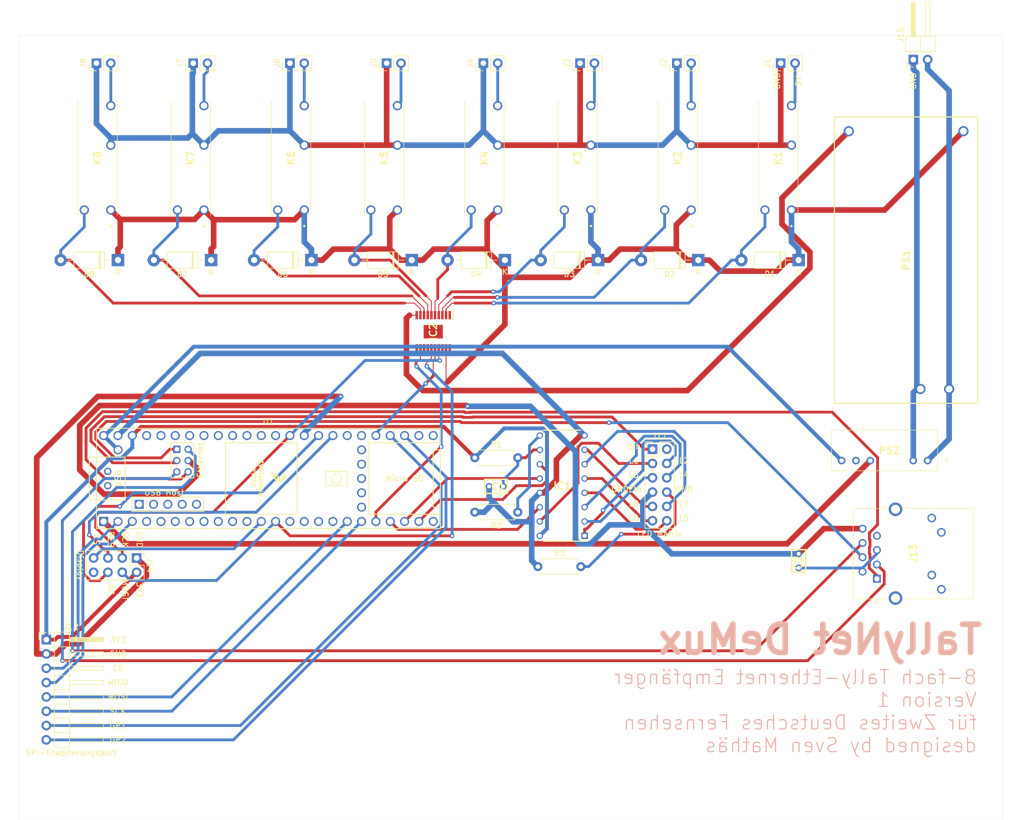
<source format=kicad_pcb>
(kicad_pcb (version 20171130) (host pcbnew "(5.1.10)-1")

  (general
    (thickness 1.6002)
    (drawings 36)
    (tracks 517)
    (zones 0)
    (modules 43)
    (nets 117)
  )

  (page A3)
  (title_block
    (title Multi-Tally-Sender)
    (date 2021-10-18)
    (rev v0.0.2)
    (company "Zweites Deutsches Fernsehen")
    (comment 1 "8-fach Tally-Ethernet Umsetzer")
    (comment 2 "designed by Sven Mathäs")
  )

  (layers
    (0 Front mixed)
    (31 Back mixed)
    (34 B.Paste user)
    (35 F.Paste user)
    (36 B.SilkS user)
    (37 F.SilkS user)
    (38 B.Mask user)
    (39 F.Mask user)
    (44 Edge.Cuts user)
    (45 Margin user)
    (46 B.CrtYd user)
    (47 F.CrtYd user)
    (49 F.Fab user)
  )

  (setup
    (last_trace_width 0.15)
    (user_trace_width 0.1)
    (user_trace_width 0.15)
    (user_trace_width 0.2)
    (user_trace_width 0.5)
    (user_trace_width 0.7)
    (user_trace_width 1)
    (trace_clearance 0.35)
    (zone_clearance 0.508)
    (zone_45_only no)
    (trace_min 0.1)
    (via_size 0.8)
    (via_drill 0.4)
    (via_min_size 0.45)
    (via_min_drill 0.2)
    (user_via 0.45 0.2)
    (user_via 0.8 0.4)
    (uvia_size 0.8)
    (uvia_drill 0.4)
    (uvias_allowed no)
    (uvia_min_size 0.2)
    (uvia_min_drill 0.1)
    (edge_width 0.1)
    (segment_width 0.1)
    (pcb_text_width 0.3)
    (pcb_text_size 1.5 1.5)
    (mod_edge_width 0.1)
    (mod_text_size 0.8 0.8)
    (mod_text_width 0.1)
    (pad_size 1.524 1.524)
    (pad_drill 0.762)
    (pad_to_mask_clearance 0)
    (solder_mask_min_width 0.1)
    (aux_axis_origin 0 0)
    (visible_elements 7FFFFFFF)
    (pcbplotparams
      (layerselection 0x010fc_ffffffff)
      (usegerberextensions false)
      (usegerberattributes true)
      (usegerberadvancedattributes true)
      (creategerberjobfile true)
      (excludeedgelayer true)
      (linewidth 0.100000)
      (plotframeref false)
      (viasonmask false)
      (mode 1)
      (useauxorigin false)
      (hpglpennumber 1)
      (hpglpenspeed 20)
      (hpglpendiameter 15.000000)
      (psnegative false)
      (psa4output false)
      (plotreference true)
      (plotvalue true)
      (plotinvisibletext false)
      (padsonsilk false)
      (subtractmaskfromsilk false)
      (outputformat 4)
      (mirror false)
      (drillshape 0)
      (scaleselection 1)
      (outputdirectory ""))
  )

  (net 0 "")
  (net 1 GND3V3)
  (net 2 "Net-(C1-Pad1)")
  (net 3 "Net-(C2-Pad1)")
  (net 4 GNDTally)
  (net 5 GNDEth)
  (net 6 "Net-(IC1-Pad1)")
  (net 7 "Net-(IC1-Pad2)")
  (net 8 "Net-(IC1-Pad3)")
  (net 9 "Net-(IC1-Pad4)")
  (net 10 "Net-(IC1-Pad5)")
  (net 11 "Net-(IC1-Pad6)")
  (net 12 "Net-(IC1-Pad7)")
  (net 13 "Net-(IC1-Pad9)")
  (net 14 "Net-(IC1-Pad11)")
  (net 15 "Net-(IC1-Pad12)")
  (net 16 "Net-(IC1-Pad14)")
  (net 17 "Net-(IC1-Pad15)")
  (net 18 3V3)
  (net 19 "Net-(IC2-Pad1)")
  (net 20 "Net-(J11-Pad1)")
  (net 21 "Net-(J11-Pad2)")
  (net 22 "Net-(J11-Pad8)")
  (net 23 Eth_T+)
  (net 24 Eth_T-)
  (net 25 Eth_R+)
  (net 26 Eth_R-)
  (net 27 "Net-(J12-Pad7)")
  (net 28 "Net-(J13-Pad7)")
  (net 29 "Net-(J13-Pad10)")
  (net 30 GNDSPI)
  (net 31 SPI0-SCK)
  (net 32 SPI0-MOSI)
  (net 33 DISP-Res)
  (net 34 DISP-DC)
  (net 35 SPI0-CS0)
  (net 36 "Net-(J14-Pad8)")
  (net 37 SPI1-CS1)
  (net 38 SPI1-MISO)
  (net 39 SPI1-MOSI)
  (net 40 SPI1-SCK)
  (net 41 +12V)
  (net 42 GND)
  (net 43 GNDIC)
  (net 44 5VIC)
  (net 45 "Net-(PS2-Pad6)")
  (net 46 "Net-(U1-Pad59)")
  (net 47 "Net-(U1-Pad58)")
  (net 48 "Net-(U1-Pad57)")
  (net 49 "Net-(U1-Pad56)")
  (net 50 "Net-(U1-Pad55)")
  (net 51 "Net-(U1-Pad37)")
  (net 52 "Net-(U1-Pad36)")
  (net 53 "Net-(U1-Pad31)")
  (net 54 "Net-(U1-Pad30)")
  (net 55 SPI0-CS1)
  (net 56 "Net-(U1-Pad26)")
  (net 57 "Net-(U1-Pad25)")
  (net 58 "Net-(U1-Pad24)")
  (net 59 SPI0-MISO)
  (net 60 "Net-(U1-Pad16)")
  (net 61 "Net-(U1-Pad17)")
  (net 62 "Net-(U1-Pad50)")
  (net 63 "Net-(U1-Pad51)")
  (net 64 "Net-(U1-Pad52)")
  (net 65 "Net-(U1-Pad53)")
  (net 66 "Net-(U1-Pad54)")
  (net 67 USBDP)
  (net 68 USBDN)
  (net 69 GND12V)
  (net 70 "Net-(IC2-Pad11)")
  (net 71 /Tallyausgangsschaltung/EN1)
  (net 72 "Net-(IC2-Pad13)")
  (net 73 "Net-(IC2-Pad14)")
  (net 74 "Net-(IC2-Pad18)")
  (net 75 12V)
  (net 76 "Net-(IC2-Pad20)")
  (net 77 "Net-(IC2-Pad21)")
  (net 78 /Tallyausgangsschaltung/Tally1)
  (net 79 /Tallyausgangsschaltung/Tally2)
  (net 80 /Tallyausgangsschaltung/Tally3)
  (net 81 /Tallyausgangsschaltung/Tally4)
  (net 82 /Tallyausgangsschaltung/Tally5)
  (net 83 /Tallyausgangsschaltung/Tally6)
  (net 84 /Tallyausgangsschaltung/Tally7)
  (net 85 /Tallyausgangsschaltung/Tally8)
  (net 86 "Net-(J12-Pad8)")
  (net 87 "Net-(J13-Pad9)")
  (net 88 "Net-(J13-Pad11)")
  (net 89 "Net-(J13-Pad12)")
  (net 90 "Net-(J13-Pad13)")
  (net 91 "Net-(J13-Pad14)")
  (net 92 "Net-(U1-Pad45)")
  (net 93 "Net-(U1-Pad44)")
  (net 94 "Net-(U1-Pad43)")
  (net 95 "Net-(U1-Pad42)")
  (net 96 "Net-(U1-Pad41)")
  (net 97 "Net-(U1-Pad40)")
  (net 98 "Net-(U1-Pad39)")
  (net 99 "Net-(U1-Pad38)")
  (net 100 "Net-(U1-Pad4)")
  (net 101 "Net-(U1-Pad5)")
  (net 102 "Net-(U1-Pad6)")
  (net 103 "Net-(U1-Pad7)")
  (net 104 "Net-(U1-Pad8)")
  (net 105 "Net-(U1-Pad9)")
  (net 106 "Net-(U1-Pad10)")
  (net 107 "Net-(U1-Pad11)")
  (net 108 "Net-(U1-Pad15)")
  (net 109 "Net-(D1-Pad2)")
  (net 110 "Net-(D2-Pad2)")
  (net 111 "Net-(D3-Pad2)")
  (net 112 "Net-(D4-Pad2)")
  (net 113 "Net-(D5-Pad2)")
  (net 114 "Net-(D6-Pad2)")
  (net 115 "Net-(D7-Pad2)")
  (net 116 "Net-(D8-Pad2)")

  (net_class Default "This is the default net class."
    (clearance 0.35)
    (trace_width 0.5)
    (via_dia 0.8)
    (via_drill 0.4)
    (uvia_dia 0.8)
    (uvia_drill 0.4)
    (diff_pair_width 0.25)
    (diff_pair_gap 0.25)
    (add_net /Tallyausgangsschaltung/EN1)
    (add_net /Tallyausgangsschaltung/Tally1)
    (add_net /Tallyausgangsschaltung/Tally2)
    (add_net /Tallyausgangsschaltung/Tally3)
    (add_net /Tallyausgangsschaltung/Tally4)
    (add_net /Tallyausgangsschaltung/Tally5)
    (add_net /Tallyausgangsschaltung/Tally6)
    (add_net /Tallyausgangsschaltung/Tally7)
    (add_net /Tallyausgangsschaltung/Tally8)
    (add_net DISP-DC)
    (add_net DISP-Res)
    (add_net Eth_R+)
    (add_net Eth_R-)
    (add_net Eth_T+)
    (add_net Eth_T-)
    (add_net "Net-(C1-Pad1)")
    (add_net "Net-(C2-Pad1)")
    (add_net "Net-(D1-Pad2)")
    (add_net "Net-(D2-Pad2)")
    (add_net "Net-(D3-Pad2)")
    (add_net "Net-(D4-Pad2)")
    (add_net "Net-(D5-Pad2)")
    (add_net "Net-(D6-Pad2)")
    (add_net "Net-(D7-Pad2)")
    (add_net "Net-(D8-Pad2)")
    (add_net "Net-(IC1-Pad1)")
    (add_net "Net-(IC1-Pad11)")
    (add_net "Net-(IC1-Pad12)")
    (add_net "Net-(IC1-Pad14)")
    (add_net "Net-(IC1-Pad15)")
    (add_net "Net-(IC1-Pad2)")
    (add_net "Net-(IC1-Pad3)")
    (add_net "Net-(IC1-Pad4)")
    (add_net "Net-(IC1-Pad5)")
    (add_net "Net-(IC1-Pad6)")
    (add_net "Net-(IC1-Pad7)")
    (add_net "Net-(IC1-Pad9)")
    (add_net "Net-(IC2-Pad1)")
    (add_net "Net-(IC2-Pad11)")
    (add_net "Net-(IC2-Pad13)")
    (add_net "Net-(IC2-Pad14)")
    (add_net "Net-(IC2-Pad18)")
    (add_net "Net-(IC2-Pad20)")
    (add_net "Net-(IC2-Pad21)")
    (add_net "Net-(J11-Pad1)")
    (add_net "Net-(J11-Pad2)")
    (add_net "Net-(J11-Pad8)")
    (add_net "Net-(J12-Pad7)")
    (add_net "Net-(J12-Pad8)")
    (add_net "Net-(J13-Pad10)")
    (add_net "Net-(J13-Pad11)")
    (add_net "Net-(J13-Pad12)")
    (add_net "Net-(J13-Pad13)")
    (add_net "Net-(J13-Pad14)")
    (add_net "Net-(J13-Pad7)")
    (add_net "Net-(J13-Pad9)")
    (add_net "Net-(J14-Pad8)")
    (add_net "Net-(PS2-Pad6)")
    (add_net "Net-(U1-Pad10)")
    (add_net "Net-(U1-Pad11)")
    (add_net "Net-(U1-Pad15)")
    (add_net "Net-(U1-Pad16)")
    (add_net "Net-(U1-Pad17)")
    (add_net "Net-(U1-Pad24)")
    (add_net "Net-(U1-Pad25)")
    (add_net "Net-(U1-Pad26)")
    (add_net "Net-(U1-Pad30)")
    (add_net "Net-(U1-Pad31)")
    (add_net "Net-(U1-Pad36)")
    (add_net "Net-(U1-Pad37)")
    (add_net "Net-(U1-Pad38)")
    (add_net "Net-(U1-Pad39)")
    (add_net "Net-(U1-Pad4)")
    (add_net "Net-(U1-Pad40)")
    (add_net "Net-(U1-Pad41)")
    (add_net "Net-(U1-Pad42)")
    (add_net "Net-(U1-Pad43)")
    (add_net "Net-(U1-Pad44)")
    (add_net "Net-(U1-Pad45)")
    (add_net "Net-(U1-Pad5)")
    (add_net "Net-(U1-Pad50)")
    (add_net "Net-(U1-Pad51)")
    (add_net "Net-(U1-Pad52)")
    (add_net "Net-(U1-Pad53)")
    (add_net "Net-(U1-Pad54)")
    (add_net "Net-(U1-Pad55)")
    (add_net "Net-(U1-Pad56)")
    (add_net "Net-(U1-Pad57)")
    (add_net "Net-(U1-Pad58)")
    (add_net "Net-(U1-Pad59)")
    (add_net "Net-(U1-Pad6)")
    (add_net "Net-(U1-Pad7)")
    (add_net "Net-(U1-Pad8)")
    (add_net "Net-(U1-Pad9)")
    (add_net SPI0-CS0)
    (add_net SPI0-CS1)
    (add_net SPI0-MISO)
    (add_net SPI0-MOSI)
    (add_net SPI0-SCK)
    (add_net SPI1-CS1)
    (add_net SPI1-MISO)
    (add_net SPI1-MOSI)
    (add_net SPI1-SCK)
    (add_net USBDN)
    (add_net USBDP)
  )

  (net_class GND ""
    (clearance 0.35)
    (trace_width 1)
    (via_dia 0.8)
    (via_drill 0.4)
    (uvia_dia 0.8)
    (uvia_drill 0.4)
    (diff_pair_width 0.25)
    (diff_pair_gap 0.25)
    (add_net GND)
    (add_net GND12V)
    (add_net GND3V3)
    (add_net GNDEth)
    (add_net GNDIC)
    (add_net GNDSPI)
    (add_net GNDTally)
  )

  (net_class Min ""
    (clearance 0.1)
    (trace_width 0.1)
    (via_dia 0.45)
    (via_drill 0.2)
    (uvia_dia 0.45)
    (uvia_drill 0.2)
    (diff_pair_width 0.12)
    (diff_pair_gap 0.12)
  )

  (net_class SMD ""
    (clearance 0.35)
    (trace_width 0.3)
    (via_dia 0.8)
    (via_drill 0.4)
    (uvia_dia 0.8)
    (uvia_drill 0.4)
    (diff_pair_width 0.25)
    (diff_pair_gap 0.25)
  )

  (net_class Vcc ""
    (clearance 0.35)
    (trace_width 1)
    (via_dia 0.8)
    (via_drill 0.4)
    (uvia_dia 0.8)
    (uvia_drill 0.4)
    (diff_pair_width 0.25)
    (diff_pair_gap 0.25)
    (add_net +12V)
    (add_net 12V)
  )

  (net_class Vcc3 ""
    (clearance 0.35)
    (trace_width 0.7)
    (via_dia 0.8)
    (via_drill 0.4)
    (uvia_dia 0.8)
    (uvia_drill 0.4)
    (diff_pair_width 0.25)
    (diff_pair_gap 0.25)
    (add_net 3V3)
  )

  (net_class Vcc5 ""
    (clearance 0.35)
    (trace_width 0.7)
    (via_dia 0.8)
    (via_drill 0.4)
    (uvia_dia 0.8)
    (uvia_drill 0.4)
    (diff_pair_width 0.25)
    (diff_pair_gap 0.25)
    (add_net 5VIC)
  )

  (module SamacSysFoot:G5NB1AHADC12 (layer Front) (tedit 0) (tstamp 6176A6A1)
    (at 71.12 66.04 90)
    (descr "G5NB-1A-HA DC12-1")
    (tags "Relay or Contactor")
    (path /615CE64B/615CCE61)
    (fp_text reference K8 (at 9.2 -2.35 90) (layer F.SilkS)
      (effects (font (size 1.27 1.27) (thickness 0.254)))
    )
    (fp_text value G5NB-1A-HA_DC12 (at 9.2 -2.35 90) (layer F.SilkS) hide
      (effects (font (size 1.27 1.27) (thickness 0.254)))
    )
    (fp_line (start -0.95 -5.85) (end 19.45 -5.85) (layer F.Fab) (width 0.2))
    (fp_line (start 19.45 -5.85) (end 19.45 1.15) (layer F.Fab) (width 0.2))
    (fp_line (start 19.45 1.15) (end -0.95 1.15) (layer F.Fab) (width 0.2))
    (fp_line (start -0.95 1.15) (end -0.95 -5.85) (layer F.Fab) (width 0.2))
    (fp_line (start -3.95 -6.85) (end 20.45 -6.85) (layer F.CrtYd) (width 0.1))
    (fp_line (start 20.45 -6.85) (end 20.45 2.15) (layer F.CrtYd) (width 0.1))
    (fp_line (start 20.45 2.15) (end -3.95 2.15) (layer F.CrtYd) (width 0.1))
    (fp_line (start -3.95 2.15) (end -3.95 -6.85) (layer F.CrtYd) (width 0.1))
    (fp_line (start -0.95 -5.85) (end 19.45 -5.85) (layer F.SilkS) (width 0.1))
    (fp_line (start -0.95 1.15) (end 19.45 1.15) (layer F.SilkS) (width 0.1))
    (fp_line (start -2.75 0) (end -2.75 0) (layer F.SilkS) (width 0.2))
    (fp_line (start -2.95 0) (end -2.95 0) (layer F.SilkS) (width 0.2))
    (fp_arc (start -2.85 0) (end -2.95 0) (angle -180) (layer F.SilkS) (width 0.2))
    (fp_arc (start -2.85 0) (end -2.75 0) (angle -180) (layer F.SilkS) (width 0.2))
    (fp_text user %R (at 9.2 -2.35 90) (layer F.Fab)
      (effects (font (size 1.27 1.27) (thickness 0.254)))
    )
    (pad 4 thru_hole circle (at 0 -4.7 90) (size 1.65 1.65) (drill 1.1) (layers *.Cu *.Mask)
      (net 116 "Net-(D8-Pad2)"))
    (pad 3 thru_hole circle (at 18.5 0 90) (size 1.65 1.65) (drill 1.1) (layers *.Cu *.Mask)
      (net 85 /Tallyausgangsschaltung/Tally8))
    (pad 2 thru_hole circle (at 11.5 0 90) (size 1.65 1.65) (drill 1.1) (layers *.Cu *.Mask)
      (net 4 GNDTally))
    (pad 1 thru_hole circle (at 0 0 90) (size 1.65 1.65) (drill 1.1) (layers *.Cu *.Mask)
      (net 75 12V))
  )

  (module SamacSysFoot:G5NB1AHADC12 (layer Front) (tedit 0) (tstamp 6176A607)
    (at 191.77 66.04 90)
    (descr "G5NB-1A-HA DC12-1")
    (tags "Relay or Contactor")
    (path /615CE64B/615C8295)
    (fp_text reference K1 (at 9.2 -2.35 90) (layer F.SilkS)
      (effects (font (size 1.27 1.27) (thickness 0.254)))
    )
    (fp_text value G5NB-1A-HA_DC12 (at 9.2 -2.35 90) (layer F.SilkS) hide
      (effects (font (size 1.27 1.27) (thickness 0.254)))
    )
    (fp_line (start -0.95 -5.85) (end 19.45 -5.85) (layer F.Fab) (width 0.2))
    (fp_line (start 19.45 -5.85) (end 19.45 1.15) (layer F.Fab) (width 0.2))
    (fp_line (start 19.45 1.15) (end -0.95 1.15) (layer F.Fab) (width 0.2))
    (fp_line (start -0.95 1.15) (end -0.95 -5.85) (layer F.Fab) (width 0.2))
    (fp_line (start -3.95 -6.85) (end 20.45 -6.85) (layer F.CrtYd) (width 0.1))
    (fp_line (start 20.45 -6.85) (end 20.45 2.15) (layer F.CrtYd) (width 0.1))
    (fp_line (start 20.45 2.15) (end -3.95 2.15) (layer F.CrtYd) (width 0.1))
    (fp_line (start -3.95 2.15) (end -3.95 -6.85) (layer F.CrtYd) (width 0.1))
    (fp_line (start -0.95 -5.85) (end 19.45 -5.85) (layer F.SilkS) (width 0.1))
    (fp_line (start -0.95 1.15) (end 19.45 1.15) (layer F.SilkS) (width 0.1))
    (fp_line (start -2.75 0) (end -2.75 0) (layer F.SilkS) (width 0.2))
    (fp_line (start -2.95 0) (end -2.95 0) (layer F.SilkS) (width 0.2))
    (fp_arc (start -2.85 0) (end -2.95 0) (angle -180) (layer F.SilkS) (width 0.2))
    (fp_arc (start -2.85 0) (end -2.75 0) (angle -180) (layer F.SilkS) (width 0.2))
    (fp_text user %R (at 9.2 -2.35 90) (layer F.Fab)
      (effects (font (size 1.27 1.27) (thickness 0.254)))
    )
    (pad 4 thru_hole circle (at 0 -4.7 90) (size 1.65 1.65) (drill 1.1) (layers *.Cu *.Mask)
      (net 109 "Net-(D1-Pad2)"))
    (pad 3 thru_hole circle (at 18.5 0 90) (size 1.65 1.65) (drill 1.1) (layers *.Cu *.Mask)
      (net 78 /Tallyausgangsschaltung/Tally1))
    (pad 2 thru_hole circle (at 11.5 0 90) (size 1.65 1.65) (drill 1.1) (layers *.Cu *.Mask)
      (net 4 GNDTally))
    (pad 1 thru_hole circle (at 0 0 90) (size 1.65 1.65) (drill 1.1) (layers *.Cu *.Mask)
      (net 75 12V))
  )

  (module SamacSysFoot:G5NB1AHADC12 (layer Front) (tedit 0) (tstamp 6176A61D)
    (at 173.99 66.04 90)
    (descr "G5NB-1A-HA DC12-1")
    (tags "Relay or Contactor")
    (path /615CE64B/615C8C65)
    (fp_text reference K2 (at 9.2 -2.35 90) (layer F.SilkS)
      (effects (font (size 1.27 1.27) (thickness 0.254)))
    )
    (fp_text value G5NB-1A-HA_DC12 (at 9.2 -2.35 90) (layer F.SilkS) hide
      (effects (font (size 1.27 1.27) (thickness 0.254)))
    )
    (fp_line (start -0.95 -5.85) (end 19.45 -5.85) (layer F.Fab) (width 0.2))
    (fp_line (start 19.45 -5.85) (end 19.45 1.15) (layer F.Fab) (width 0.2))
    (fp_line (start 19.45 1.15) (end -0.95 1.15) (layer F.Fab) (width 0.2))
    (fp_line (start -0.95 1.15) (end -0.95 -5.85) (layer F.Fab) (width 0.2))
    (fp_line (start -3.95 -6.85) (end 20.45 -6.85) (layer F.CrtYd) (width 0.1))
    (fp_line (start 20.45 -6.85) (end 20.45 2.15) (layer F.CrtYd) (width 0.1))
    (fp_line (start 20.45 2.15) (end -3.95 2.15) (layer F.CrtYd) (width 0.1))
    (fp_line (start -3.95 2.15) (end -3.95 -6.85) (layer F.CrtYd) (width 0.1))
    (fp_line (start -0.95 -5.85) (end 19.45 -5.85) (layer F.SilkS) (width 0.1))
    (fp_line (start -0.95 1.15) (end 19.45 1.15) (layer F.SilkS) (width 0.1))
    (fp_line (start -2.75 0) (end -2.75 0) (layer F.SilkS) (width 0.2))
    (fp_line (start -2.95 0) (end -2.95 0) (layer F.SilkS) (width 0.2))
    (fp_arc (start -2.85 0) (end -2.95 0) (angle -180) (layer F.SilkS) (width 0.2))
    (fp_arc (start -2.85 0) (end -2.75 0) (angle -180) (layer F.SilkS) (width 0.2))
    (fp_text user %R (at 9.2 -2.35 90) (layer F.Fab)
      (effects (font (size 1.27 1.27) (thickness 0.254)))
    )
    (pad 4 thru_hole circle (at 0 -4.7 90) (size 1.65 1.65) (drill 1.1) (layers *.Cu *.Mask)
      (net 110 "Net-(D2-Pad2)"))
    (pad 3 thru_hole circle (at 18.5 0 90) (size 1.65 1.65) (drill 1.1) (layers *.Cu *.Mask)
      (net 79 /Tallyausgangsschaltung/Tally2))
    (pad 2 thru_hole circle (at 11.5 0 90) (size 1.65 1.65) (drill 1.1) (layers *.Cu *.Mask)
      (net 4 GNDTally))
    (pad 1 thru_hole circle (at 0 0 90) (size 1.65 1.65) (drill 1.1) (layers *.Cu *.Mask)
      (net 75 12V))
  )

  (module SamacSysFoot:G5NB1AHADC12 (layer Front) (tedit 0) (tstamp 6176A633)
    (at 156.21 66.04 90)
    (descr "G5NB-1A-HA DC12-1")
    (tags "Relay or Contactor")
    (path /615CE64B/615CB839)
    (fp_text reference K3 (at 9.2 -2.35 90) (layer F.SilkS)
      (effects (font (size 1.27 1.27) (thickness 0.254)))
    )
    (fp_text value G5NB-1A-HA_DC12 (at 9.2 -2.35 90) (layer F.SilkS) hide
      (effects (font (size 1.27 1.27) (thickness 0.254)))
    )
    (fp_line (start -0.95 -5.85) (end 19.45 -5.85) (layer F.Fab) (width 0.2))
    (fp_line (start 19.45 -5.85) (end 19.45 1.15) (layer F.Fab) (width 0.2))
    (fp_line (start 19.45 1.15) (end -0.95 1.15) (layer F.Fab) (width 0.2))
    (fp_line (start -0.95 1.15) (end -0.95 -5.85) (layer F.Fab) (width 0.2))
    (fp_line (start -3.95 -6.85) (end 20.45 -6.85) (layer F.CrtYd) (width 0.1))
    (fp_line (start 20.45 -6.85) (end 20.45 2.15) (layer F.CrtYd) (width 0.1))
    (fp_line (start 20.45 2.15) (end -3.95 2.15) (layer F.CrtYd) (width 0.1))
    (fp_line (start -3.95 2.15) (end -3.95 -6.85) (layer F.CrtYd) (width 0.1))
    (fp_line (start -0.95 -5.85) (end 19.45 -5.85) (layer F.SilkS) (width 0.1))
    (fp_line (start -0.95 1.15) (end 19.45 1.15) (layer F.SilkS) (width 0.1))
    (fp_line (start -2.75 0) (end -2.75 0) (layer F.SilkS) (width 0.2))
    (fp_line (start -2.95 0) (end -2.95 0) (layer F.SilkS) (width 0.2))
    (fp_arc (start -2.85 0) (end -2.95 0) (angle -180) (layer F.SilkS) (width 0.2))
    (fp_arc (start -2.85 0) (end -2.75 0) (angle -180) (layer F.SilkS) (width 0.2))
    (fp_text user %R (at 9.2 -2.35 90) (layer F.Fab)
      (effects (font (size 1.27 1.27) (thickness 0.254)))
    )
    (pad 4 thru_hole circle (at 0 -4.7 90) (size 1.65 1.65) (drill 1.1) (layers *.Cu *.Mask)
      (net 111 "Net-(D3-Pad2)"))
    (pad 3 thru_hole circle (at 18.5 0 90) (size 1.65 1.65) (drill 1.1) (layers *.Cu *.Mask)
      (net 80 /Tallyausgangsschaltung/Tally3))
    (pad 2 thru_hole circle (at 11.5 0 90) (size 1.65 1.65) (drill 1.1) (layers *.Cu *.Mask)
      (net 4 GNDTally))
    (pad 1 thru_hole circle (at 0 0 90) (size 1.65 1.65) (drill 1.1) (layers *.Cu *.Mask)
      (net 75 12V))
  )

  (module SamacSysFoot:G5NB1AHADC12 (layer Front) (tedit 0) (tstamp 6176A649)
    (at 139.7 66.04 90)
    (descr "G5NB-1A-HA DC12-1")
    (tags "Relay or Contactor")
    (path /615CE64B/615CB845)
    (fp_text reference K4 (at 9.2 -2.35 90) (layer F.SilkS)
      (effects (font (size 1.27 1.27) (thickness 0.254)))
    )
    (fp_text value G5NB-1A-HA_DC12 (at 9.2 -2.35 90) (layer F.SilkS) hide
      (effects (font (size 1.27 1.27) (thickness 0.254)))
    )
    (fp_line (start -0.95 -5.85) (end 19.45 -5.85) (layer F.Fab) (width 0.2))
    (fp_line (start 19.45 -5.85) (end 19.45 1.15) (layer F.Fab) (width 0.2))
    (fp_line (start 19.45 1.15) (end -0.95 1.15) (layer F.Fab) (width 0.2))
    (fp_line (start -0.95 1.15) (end -0.95 -5.85) (layer F.Fab) (width 0.2))
    (fp_line (start -3.95 -6.85) (end 20.45 -6.85) (layer F.CrtYd) (width 0.1))
    (fp_line (start 20.45 -6.85) (end 20.45 2.15) (layer F.CrtYd) (width 0.1))
    (fp_line (start 20.45 2.15) (end -3.95 2.15) (layer F.CrtYd) (width 0.1))
    (fp_line (start -3.95 2.15) (end -3.95 -6.85) (layer F.CrtYd) (width 0.1))
    (fp_line (start -0.95 -5.85) (end 19.45 -5.85) (layer F.SilkS) (width 0.1))
    (fp_line (start -0.95 1.15) (end 19.45 1.15) (layer F.SilkS) (width 0.1))
    (fp_line (start -2.75 0) (end -2.75 0) (layer F.SilkS) (width 0.2))
    (fp_line (start -2.95 0) (end -2.95 0) (layer F.SilkS) (width 0.2))
    (fp_arc (start -2.85 0) (end -2.95 0) (angle -180) (layer F.SilkS) (width 0.2))
    (fp_arc (start -2.85 0) (end -2.75 0) (angle -180) (layer F.SilkS) (width 0.2))
    (fp_text user %R (at 9.2 -2.35 90) (layer F.Fab)
      (effects (font (size 1.27 1.27) (thickness 0.254)))
    )
    (pad 4 thru_hole circle (at 0 -4.7 90) (size 1.65 1.65) (drill 1.1) (layers *.Cu *.Mask)
      (net 112 "Net-(D4-Pad2)"))
    (pad 3 thru_hole circle (at 18.5 0 90) (size 1.65 1.65) (drill 1.1) (layers *.Cu *.Mask)
      (net 81 /Tallyausgangsschaltung/Tally4))
    (pad 2 thru_hole circle (at 11.5 0 90) (size 1.65 1.65) (drill 1.1) (layers *.Cu *.Mask)
      (net 4 GNDTally))
    (pad 1 thru_hole circle (at 0 0 90) (size 1.65 1.65) (drill 1.1) (layers *.Cu *.Mask)
      (net 75 12V))
  )

  (module SamacSysFoot:G5NB1AHADC12 (layer Front) (tedit 0) (tstamp 6176A65F)
    (at 121.92 66.04 90)
    (descr "G5NB-1A-HA DC12-1")
    (tags "Relay or Contactor")
    (path /615CE64B/615CBF95)
    (fp_text reference K5 (at 9.2 -2.35 90) (layer F.SilkS)
      (effects (font (size 1.27 1.27) (thickness 0.254)))
    )
    (fp_text value G5NB-1A-HA_DC12 (at 9.2 -2.35 90) (layer F.SilkS) hide
      (effects (font (size 1.27 1.27) (thickness 0.254)))
    )
    (fp_line (start -0.95 -5.85) (end 19.45 -5.85) (layer F.Fab) (width 0.2))
    (fp_line (start 19.45 -5.85) (end 19.45 1.15) (layer F.Fab) (width 0.2))
    (fp_line (start 19.45 1.15) (end -0.95 1.15) (layer F.Fab) (width 0.2))
    (fp_line (start -0.95 1.15) (end -0.95 -5.85) (layer F.Fab) (width 0.2))
    (fp_line (start -3.95 -6.85) (end 20.45 -6.85) (layer F.CrtYd) (width 0.1))
    (fp_line (start 20.45 -6.85) (end 20.45 2.15) (layer F.CrtYd) (width 0.1))
    (fp_line (start 20.45 2.15) (end -3.95 2.15) (layer F.CrtYd) (width 0.1))
    (fp_line (start -3.95 2.15) (end -3.95 -6.85) (layer F.CrtYd) (width 0.1))
    (fp_line (start -0.95 -5.85) (end 19.45 -5.85) (layer F.SilkS) (width 0.1))
    (fp_line (start -0.95 1.15) (end 19.45 1.15) (layer F.SilkS) (width 0.1))
    (fp_line (start -2.75 0) (end -2.75 0) (layer F.SilkS) (width 0.2))
    (fp_line (start -2.95 0) (end -2.95 0) (layer F.SilkS) (width 0.2))
    (fp_arc (start -2.85 0) (end -2.95 0) (angle -180) (layer F.SilkS) (width 0.2))
    (fp_arc (start -2.85 0) (end -2.75 0) (angle -180) (layer F.SilkS) (width 0.2))
    (fp_text user %R (at 9.2 -2.35 90) (layer F.Fab)
      (effects (font (size 1.27 1.27) (thickness 0.254)))
    )
    (pad 4 thru_hole circle (at 0 -4.7 90) (size 1.65 1.65) (drill 1.1) (layers *.Cu *.Mask)
      (net 113 "Net-(D5-Pad2)"))
    (pad 3 thru_hole circle (at 18.5 0 90) (size 1.65 1.65) (drill 1.1) (layers *.Cu *.Mask)
      (net 82 /Tallyausgangsschaltung/Tally5))
    (pad 2 thru_hole circle (at 11.5 0 90) (size 1.65 1.65) (drill 1.1) (layers *.Cu *.Mask)
      (net 4 GNDTally))
    (pad 1 thru_hole circle (at 0 0 90) (size 1.65 1.65) (drill 1.1) (layers *.Cu *.Mask)
      (net 75 12V))
  )

  (module SamacSysFoot:G5NB1AHADC12 (layer Front) (tedit 0) (tstamp 6176A675)
    (at 105.41 66.04 90)
    (descr "G5NB-1A-HA DC12-1")
    (tags "Relay or Contactor")
    (path /615CE64B/615CBFA1)
    (fp_text reference K6 (at 9.2 -2.35 90) (layer F.SilkS)
      (effects (font (size 1.27 1.27) (thickness 0.254)))
    )
    (fp_text value G5NB-1A-HA_DC12 (at 9.2 -2.35 90) (layer F.SilkS) hide
      (effects (font (size 1.27 1.27) (thickness 0.254)))
    )
    (fp_line (start -0.95 -5.85) (end 19.45 -5.85) (layer F.Fab) (width 0.2))
    (fp_line (start 19.45 -5.85) (end 19.45 1.15) (layer F.Fab) (width 0.2))
    (fp_line (start 19.45 1.15) (end -0.95 1.15) (layer F.Fab) (width 0.2))
    (fp_line (start -0.95 1.15) (end -0.95 -5.85) (layer F.Fab) (width 0.2))
    (fp_line (start -3.95 -6.85) (end 20.45 -6.85) (layer F.CrtYd) (width 0.1))
    (fp_line (start 20.45 -6.85) (end 20.45 2.15) (layer F.CrtYd) (width 0.1))
    (fp_line (start 20.45 2.15) (end -3.95 2.15) (layer F.CrtYd) (width 0.1))
    (fp_line (start -3.95 2.15) (end -3.95 -6.85) (layer F.CrtYd) (width 0.1))
    (fp_line (start -0.95 -5.85) (end 19.45 -5.85) (layer F.SilkS) (width 0.1))
    (fp_line (start -0.95 1.15) (end 19.45 1.15) (layer F.SilkS) (width 0.1))
    (fp_line (start -2.75 0) (end -2.75 0) (layer F.SilkS) (width 0.2))
    (fp_line (start -2.95 0) (end -2.95 0) (layer F.SilkS) (width 0.2))
    (fp_arc (start -2.85 0) (end -2.95 0) (angle -180) (layer F.SilkS) (width 0.2))
    (fp_arc (start -2.85 0) (end -2.75 0) (angle -180) (layer F.SilkS) (width 0.2))
    (fp_text user %R (at 9.2 -2.35 90) (layer F.Fab)
      (effects (font (size 1.27 1.27) (thickness 0.254)))
    )
    (pad 4 thru_hole circle (at 0 -4.7 90) (size 1.65 1.65) (drill 1.1) (layers *.Cu *.Mask)
      (net 114 "Net-(D6-Pad2)"))
    (pad 3 thru_hole circle (at 18.5 0 90) (size 1.65 1.65) (drill 1.1) (layers *.Cu *.Mask)
      (net 83 /Tallyausgangsschaltung/Tally6))
    (pad 2 thru_hole circle (at 11.5 0 90) (size 1.65 1.65) (drill 1.1) (layers *.Cu *.Mask)
      (net 4 GNDTally))
    (pad 1 thru_hole circle (at 0 0 90) (size 1.65 1.65) (drill 1.1) (layers *.Cu *.Mask)
      (net 75 12V))
  )

  (module SamacSysFoot:G5NB1AHADC12 (layer Front) (tedit 0) (tstamp 6176A68B)
    (at 87.63 66.04 90)
    (descr "G5NB-1A-HA DC12-1")
    (tags "Relay or Contactor")
    (path /615CE64B/615CCE55)
    (fp_text reference K7 (at 9.2 -2.35 90) (layer F.SilkS)
      (effects (font (size 1.27 1.27) (thickness 0.254)))
    )
    (fp_text value G5NB-1A-HA_DC12 (at 9.2 -2.35 90) (layer F.SilkS) hide
      (effects (font (size 1.27 1.27) (thickness 0.254)))
    )
    (fp_line (start -0.95 -5.85) (end 19.45 -5.85) (layer F.Fab) (width 0.2))
    (fp_line (start 19.45 -5.85) (end 19.45 1.15) (layer F.Fab) (width 0.2))
    (fp_line (start 19.45 1.15) (end -0.95 1.15) (layer F.Fab) (width 0.2))
    (fp_line (start -0.95 1.15) (end -0.95 -5.85) (layer F.Fab) (width 0.2))
    (fp_line (start -3.95 -6.85) (end 20.45 -6.85) (layer F.CrtYd) (width 0.1))
    (fp_line (start 20.45 -6.85) (end 20.45 2.15) (layer F.CrtYd) (width 0.1))
    (fp_line (start 20.45 2.15) (end -3.95 2.15) (layer F.CrtYd) (width 0.1))
    (fp_line (start -3.95 2.15) (end -3.95 -6.85) (layer F.CrtYd) (width 0.1))
    (fp_line (start -0.95 -5.85) (end 19.45 -5.85) (layer F.SilkS) (width 0.1))
    (fp_line (start -0.95 1.15) (end 19.45 1.15) (layer F.SilkS) (width 0.1))
    (fp_line (start -2.75 0) (end -2.75 0) (layer F.SilkS) (width 0.2))
    (fp_line (start -2.95 0) (end -2.95 0) (layer F.SilkS) (width 0.2))
    (fp_arc (start -2.85 0) (end -2.95 0) (angle -180) (layer F.SilkS) (width 0.2))
    (fp_arc (start -2.85 0) (end -2.75 0) (angle -180) (layer F.SilkS) (width 0.2))
    (fp_text user %R (at 9.2 -2.35 90) (layer F.Fab)
      (effects (font (size 1.27 1.27) (thickness 0.254)))
    )
    (pad 4 thru_hole circle (at 0 -4.7 90) (size 1.65 1.65) (drill 1.1) (layers *.Cu *.Mask)
      (net 115 "Net-(D7-Pad2)"))
    (pad 3 thru_hole circle (at 18.5 0 90) (size 1.65 1.65) (drill 1.1) (layers *.Cu *.Mask)
      (net 84 /Tallyausgangsschaltung/Tally7))
    (pad 2 thru_hole circle (at 11.5 0 90) (size 1.65 1.65) (drill 1.1) (layers *.Cu *.Mask)
      (net 4 GNDTally))
    (pad 1 thru_hole circle (at 0 0 90) (size 1.65 1.65) (drill 1.1) (layers *.Cu *.Mask)
      (net 75 12V))
  )

  (module Diode_THT:D_DO-41_SOD81_P10.16mm_Horizontal (layer Front) (tedit 5AE50CD5) (tstamp 617ABDB0)
    (at 72.39 74.93 180)
    (descr "Diode, DO-41_SOD81 series, Axial, Horizontal, pin pitch=10.16mm, , length*diameter=5.2*2.7mm^2, , http://www.diodes.com/_files/packages/DO-41%20(Plastic).pdf")
    (tags "Diode DO-41_SOD81 series Axial Horizontal pin pitch 10.16mm  length 5.2mm diameter 2.7mm")
    (path /615CE64B/617F5798)
    (fp_text reference D8 (at 5.08 -2.47) (layer F.SilkS)
      (effects (font (size 1 1) (thickness 0.15)))
    )
    (fp_text value 1N4007 (at 5.08 2.47) (layer F.Fab)
      (effects (font (size 1 1) (thickness 0.15)))
    )
    (fp_line (start 2.48 -1.35) (end 2.48 1.35) (layer F.Fab) (width 0.1))
    (fp_line (start 2.48 1.35) (end 7.68 1.35) (layer F.Fab) (width 0.1))
    (fp_line (start 7.68 1.35) (end 7.68 -1.35) (layer F.Fab) (width 0.1))
    (fp_line (start 7.68 -1.35) (end 2.48 -1.35) (layer F.Fab) (width 0.1))
    (fp_line (start 0 0) (end 2.48 0) (layer F.Fab) (width 0.1))
    (fp_line (start 10.16 0) (end 7.68 0) (layer F.Fab) (width 0.1))
    (fp_line (start 3.26 -1.35) (end 3.26 1.35) (layer F.Fab) (width 0.1))
    (fp_line (start 3.36 -1.35) (end 3.36 1.35) (layer F.Fab) (width 0.1))
    (fp_line (start 3.16 -1.35) (end 3.16 1.35) (layer F.Fab) (width 0.1))
    (fp_line (start 2.36 -1.47) (end 2.36 1.47) (layer F.SilkS) (width 0.12))
    (fp_line (start 2.36 1.47) (end 7.8 1.47) (layer F.SilkS) (width 0.12))
    (fp_line (start 7.8 1.47) (end 7.8 -1.47) (layer F.SilkS) (width 0.12))
    (fp_line (start 7.8 -1.47) (end 2.36 -1.47) (layer F.SilkS) (width 0.12))
    (fp_line (start 1.34 0) (end 2.36 0) (layer F.SilkS) (width 0.12))
    (fp_line (start 8.82 0) (end 7.8 0) (layer F.SilkS) (width 0.12))
    (fp_line (start 3.26 -1.47) (end 3.26 1.47) (layer F.SilkS) (width 0.12))
    (fp_line (start 3.38 -1.47) (end 3.38 1.47) (layer F.SilkS) (width 0.12))
    (fp_line (start 3.14 -1.47) (end 3.14 1.47) (layer F.SilkS) (width 0.12))
    (fp_line (start -1.35 -1.6) (end -1.35 1.6) (layer F.CrtYd) (width 0.05))
    (fp_line (start -1.35 1.6) (end 11.51 1.6) (layer F.CrtYd) (width 0.05))
    (fp_line (start 11.51 1.6) (end 11.51 -1.6) (layer F.CrtYd) (width 0.05))
    (fp_line (start 11.51 -1.6) (end -1.35 -1.6) (layer F.CrtYd) (width 0.05))
    (fp_text user K (at 0 -2.1) (layer F.SilkS)
      (effects (font (size 1 1) (thickness 0.15)))
    )
    (fp_text user K (at 0 -2.1) (layer F.Fab)
      (effects (font (size 1 1) (thickness 0.15)))
    )
    (fp_text user %R (at 5.47 0) (layer F.Fab)
      (effects (font (size 1 1) (thickness 0.15)))
    )
    (pad 2 thru_hole oval (at 10.16 0 180) (size 2.2 2.2) (drill 1.1) (layers *.Cu *.Mask)
      (net 116 "Net-(D8-Pad2)"))
    (pad 1 thru_hole rect (at 0 0 180) (size 2.2 2.2) (drill 1.1) (layers *.Cu *.Mask)
      (net 75 12V))
    (model ${KICAD6_3DMODEL_DIR}/Diode_THT.3dshapes/D_DO-41_SOD81_P10.16mm_Horizontal.wrl
      (at (xyz 0 0 0))
      (scale (xyz 1 1 1))
      (rotate (xyz 0 0 0))
    )
  )

  (module Diode_THT:D_DO-41_SOD81_P10.16mm_Horizontal (layer Front) (tedit 5AE50CD5) (tstamp 617ABD91)
    (at 88.9 74.93 180)
    (descr "Diode, DO-41_SOD81 series, Axial, Horizontal, pin pitch=10.16mm, , length*diameter=5.2*2.7mm^2, , http://www.diodes.com/_files/packages/DO-41%20(Plastic).pdf")
    (tags "Diode DO-41_SOD81 series Axial Horizontal pin pitch 10.16mm  length 5.2mm diameter 2.7mm")
    (path /615CE64B/617F5471)
    (fp_text reference D7 (at 5.08 -2.47) (layer F.SilkS)
      (effects (font (size 1 1) (thickness 0.15)))
    )
    (fp_text value 1N4007 (at 5.08 2.47) (layer F.Fab)
      (effects (font (size 1 1) (thickness 0.15)))
    )
    (fp_line (start 2.48 -1.35) (end 2.48 1.35) (layer F.Fab) (width 0.1))
    (fp_line (start 2.48 1.35) (end 7.68 1.35) (layer F.Fab) (width 0.1))
    (fp_line (start 7.68 1.35) (end 7.68 -1.35) (layer F.Fab) (width 0.1))
    (fp_line (start 7.68 -1.35) (end 2.48 -1.35) (layer F.Fab) (width 0.1))
    (fp_line (start 0 0) (end 2.48 0) (layer F.Fab) (width 0.1))
    (fp_line (start 10.16 0) (end 7.68 0) (layer F.Fab) (width 0.1))
    (fp_line (start 3.26 -1.35) (end 3.26 1.35) (layer F.Fab) (width 0.1))
    (fp_line (start 3.36 -1.35) (end 3.36 1.35) (layer F.Fab) (width 0.1))
    (fp_line (start 3.16 -1.35) (end 3.16 1.35) (layer F.Fab) (width 0.1))
    (fp_line (start 2.36 -1.47) (end 2.36 1.47) (layer F.SilkS) (width 0.12))
    (fp_line (start 2.36 1.47) (end 7.8 1.47) (layer F.SilkS) (width 0.12))
    (fp_line (start 7.8 1.47) (end 7.8 -1.47) (layer F.SilkS) (width 0.12))
    (fp_line (start 7.8 -1.47) (end 2.36 -1.47) (layer F.SilkS) (width 0.12))
    (fp_line (start 1.34 0) (end 2.36 0) (layer F.SilkS) (width 0.12))
    (fp_line (start 8.82 0) (end 7.8 0) (layer F.SilkS) (width 0.12))
    (fp_line (start 3.26 -1.47) (end 3.26 1.47) (layer F.SilkS) (width 0.12))
    (fp_line (start 3.38 -1.47) (end 3.38 1.47) (layer F.SilkS) (width 0.12))
    (fp_line (start 3.14 -1.47) (end 3.14 1.47) (layer F.SilkS) (width 0.12))
    (fp_line (start -1.35 -1.6) (end -1.35 1.6) (layer F.CrtYd) (width 0.05))
    (fp_line (start -1.35 1.6) (end 11.51 1.6) (layer F.CrtYd) (width 0.05))
    (fp_line (start 11.51 1.6) (end 11.51 -1.6) (layer F.CrtYd) (width 0.05))
    (fp_line (start 11.51 -1.6) (end -1.35 -1.6) (layer F.CrtYd) (width 0.05))
    (fp_text user K (at 0 -2.1) (layer F.SilkS)
      (effects (font (size 1 1) (thickness 0.15)))
    )
    (fp_text user K (at 0 -2.1) (layer F.Fab)
      (effects (font (size 1 1) (thickness 0.15)))
    )
    (fp_text user %R (at 5.47 0) (layer F.Fab)
      (effects (font (size 1 1) (thickness 0.15)))
    )
    (pad 2 thru_hole oval (at 10.16 0 180) (size 2.2 2.2) (drill 1.1) (layers *.Cu *.Mask)
      (net 115 "Net-(D7-Pad2)"))
    (pad 1 thru_hole rect (at 0 0 180) (size 2.2 2.2) (drill 1.1) (layers *.Cu *.Mask)
      (net 75 12V))
    (model ${KICAD6_3DMODEL_DIR}/Diode_THT.3dshapes/D_DO-41_SOD81_P10.16mm_Horizontal.wrl
      (at (xyz 0 0 0))
      (scale (xyz 1 1 1))
      (rotate (xyz 0 0 0))
    )
  )

  (module Diode_THT:D_DO-41_SOD81_P10.16mm_Horizontal (layer Front) (tedit 5AE50CD5) (tstamp 617ABD72)
    (at 106.68 74.93 180)
    (descr "Diode, DO-41_SOD81 series, Axial, Horizontal, pin pitch=10.16mm, , length*diameter=5.2*2.7mm^2, , http://www.diodes.com/_files/packages/DO-41%20(Plastic).pdf")
    (tags "Diode DO-41_SOD81 series Axial Horizontal pin pitch 10.16mm  length 5.2mm diameter 2.7mm")
    (path /615CE64B/617F511A)
    (fp_text reference D6 (at 5.08 -2.47) (layer F.SilkS)
      (effects (font (size 1 1) (thickness 0.15)))
    )
    (fp_text value 1N4007 (at 5.08 2.47) (layer F.Fab)
      (effects (font (size 1 1) (thickness 0.15)))
    )
    (fp_line (start 2.48 -1.35) (end 2.48 1.35) (layer F.Fab) (width 0.1))
    (fp_line (start 2.48 1.35) (end 7.68 1.35) (layer F.Fab) (width 0.1))
    (fp_line (start 7.68 1.35) (end 7.68 -1.35) (layer F.Fab) (width 0.1))
    (fp_line (start 7.68 -1.35) (end 2.48 -1.35) (layer F.Fab) (width 0.1))
    (fp_line (start 0 0) (end 2.48 0) (layer F.Fab) (width 0.1))
    (fp_line (start 10.16 0) (end 7.68 0) (layer F.Fab) (width 0.1))
    (fp_line (start 3.26 -1.35) (end 3.26 1.35) (layer F.Fab) (width 0.1))
    (fp_line (start 3.36 -1.35) (end 3.36 1.35) (layer F.Fab) (width 0.1))
    (fp_line (start 3.16 -1.35) (end 3.16 1.35) (layer F.Fab) (width 0.1))
    (fp_line (start 2.36 -1.47) (end 2.36 1.47) (layer F.SilkS) (width 0.12))
    (fp_line (start 2.36 1.47) (end 7.8 1.47) (layer F.SilkS) (width 0.12))
    (fp_line (start 7.8 1.47) (end 7.8 -1.47) (layer F.SilkS) (width 0.12))
    (fp_line (start 7.8 -1.47) (end 2.36 -1.47) (layer F.SilkS) (width 0.12))
    (fp_line (start 1.34 0) (end 2.36 0) (layer F.SilkS) (width 0.12))
    (fp_line (start 8.82 0) (end 7.8 0) (layer F.SilkS) (width 0.12))
    (fp_line (start 3.26 -1.47) (end 3.26 1.47) (layer F.SilkS) (width 0.12))
    (fp_line (start 3.38 -1.47) (end 3.38 1.47) (layer F.SilkS) (width 0.12))
    (fp_line (start 3.14 -1.47) (end 3.14 1.47) (layer F.SilkS) (width 0.12))
    (fp_line (start -1.35 -1.6) (end -1.35 1.6) (layer F.CrtYd) (width 0.05))
    (fp_line (start -1.35 1.6) (end 11.51 1.6) (layer F.CrtYd) (width 0.05))
    (fp_line (start 11.51 1.6) (end 11.51 -1.6) (layer F.CrtYd) (width 0.05))
    (fp_line (start 11.51 -1.6) (end -1.35 -1.6) (layer F.CrtYd) (width 0.05))
    (fp_text user K (at 0 -2.1) (layer F.SilkS)
      (effects (font (size 1 1) (thickness 0.15)))
    )
    (fp_text user K (at 0 -2.1) (layer F.Fab)
      (effects (font (size 1 1) (thickness 0.15)))
    )
    (fp_text user %R (at 5.47 0) (layer F.Fab)
      (effects (font (size 1 1) (thickness 0.15)))
    )
    (pad 2 thru_hole oval (at 10.16 0 180) (size 2.2 2.2) (drill 1.1) (layers *.Cu *.Mask)
      (net 114 "Net-(D6-Pad2)"))
    (pad 1 thru_hole rect (at 0 0 180) (size 2.2 2.2) (drill 1.1) (layers *.Cu *.Mask)
      (net 75 12V))
    (model ${KICAD6_3DMODEL_DIR}/Diode_THT.3dshapes/D_DO-41_SOD81_P10.16mm_Horizontal.wrl
      (at (xyz 0 0 0))
      (scale (xyz 1 1 1))
      (rotate (xyz 0 0 0))
    )
  )

  (module Diode_THT:D_DO-41_SOD81_P10.16mm_Horizontal (layer Front) (tedit 5AE50CD5) (tstamp 617ABD53)
    (at 124.46 74.93 180)
    (descr "Diode, DO-41_SOD81 series, Axial, Horizontal, pin pitch=10.16mm, , length*diameter=5.2*2.7mm^2, , http://www.diodes.com/_files/packages/DO-41%20(Plastic).pdf")
    (tags "Diode DO-41_SOD81 series Axial Horizontal pin pitch 10.16mm  length 5.2mm diameter 2.7mm")
    (path /615CE64B/617D6E5D)
    (fp_text reference D5 (at 5.08 -2.47) (layer F.SilkS)
      (effects (font (size 1 1) (thickness 0.15)))
    )
    (fp_text value 1N4007 (at 5.08 2.47) (layer F.Fab)
      (effects (font (size 1 1) (thickness 0.15)))
    )
    (fp_line (start 2.48 -1.35) (end 2.48 1.35) (layer F.Fab) (width 0.1))
    (fp_line (start 2.48 1.35) (end 7.68 1.35) (layer F.Fab) (width 0.1))
    (fp_line (start 7.68 1.35) (end 7.68 -1.35) (layer F.Fab) (width 0.1))
    (fp_line (start 7.68 -1.35) (end 2.48 -1.35) (layer F.Fab) (width 0.1))
    (fp_line (start 0 0) (end 2.48 0) (layer F.Fab) (width 0.1))
    (fp_line (start 10.16 0) (end 7.68 0) (layer F.Fab) (width 0.1))
    (fp_line (start 3.26 -1.35) (end 3.26 1.35) (layer F.Fab) (width 0.1))
    (fp_line (start 3.36 -1.35) (end 3.36 1.35) (layer F.Fab) (width 0.1))
    (fp_line (start 3.16 -1.35) (end 3.16 1.35) (layer F.Fab) (width 0.1))
    (fp_line (start 2.36 -1.47) (end 2.36 1.47) (layer F.SilkS) (width 0.12))
    (fp_line (start 2.36 1.47) (end 7.8 1.47) (layer F.SilkS) (width 0.12))
    (fp_line (start 7.8 1.47) (end 7.8 -1.47) (layer F.SilkS) (width 0.12))
    (fp_line (start 7.8 -1.47) (end 2.36 -1.47) (layer F.SilkS) (width 0.12))
    (fp_line (start 1.34 0) (end 2.36 0) (layer F.SilkS) (width 0.12))
    (fp_line (start 8.82 0) (end 7.8 0) (layer F.SilkS) (width 0.12))
    (fp_line (start 3.26 -1.47) (end 3.26 1.47) (layer F.SilkS) (width 0.12))
    (fp_line (start 3.38 -1.47) (end 3.38 1.47) (layer F.SilkS) (width 0.12))
    (fp_line (start 3.14 -1.47) (end 3.14 1.47) (layer F.SilkS) (width 0.12))
    (fp_line (start -1.35 -1.6) (end -1.35 1.6) (layer F.CrtYd) (width 0.05))
    (fp_line (start -1.35 1.6) (end 11.51 1.6) (layer F.CrtYd) (width 0.05))
    (fp_line (start 11.51 1.6) (end 11.51 -1.6) (layer F.CrtYd) (width 0.05))
    (fp_line (start 11.51 -1.6) (end -1.35 -1.6) (layer F.CrtYd) (width 0.05))
    (fp_text user K (at 0 -2.1) (layer F.SilkS)
      (effects (font (size 1 1) (thickness 0.15)))
    )
    (fp_text user K (at 0 -2.1) (layer F.Fab)
      (effects (font (size 1 1) (thickness 0.15)))
    )
    (fp_text user %R (at 5.47 0) (layer F.Fab)
      (effects (font (size 1 1) (thickness 0.15)))
    )
    (pad 2 thru_hole oval (at 10.16 0 180) (size 2.2 2.2) (drill 1.1) (layers *.Cu *.Mask)
      (net 113 "Net-(D5-Pad2)"))
    (pad 1 thru_hole rect (at 0 0 180) (size 2.2 2.2) (drill 1.1) (layers *.Cu *.Mask)
      (net 75 12V))
    (model ${KICAD6_3DMODEL_DIR}/Diode_THT.3dshapes/D_DO-41_SOD81_P10.16mm_Horizontal.wrl
      (at (xyz 0 0 0))
      (scale (xyz 1 1 1))
      (rotate (xyz 0 0 0))
    )
  )

  (module Diode_THT:D_DO-41_SOD81_P10.16mm_Horizontal (layer Front) (tedit 5AE50CD5) (tstamp 617ABD34)
    (at 140.97 74.93 180)
    (descr "Diode, DO-41_SOD81 series, Axial, Horizontal, pin pitch=10.16mm, , length*diameter=5.2*2.7mm^2, , http://www.diodes.com/_files/packages/DO-41%20(Plastic).pdf")
    (tags "Diode DO-41_SOD81 series Axial Horizontal pin pitch 10.16mm  length 5.2mm diameter 2.7mm")
    (path /615CE64B/617D8B51)
    (fp_text reference D4 (at 5.08 -2.47) (layer F.SilkS)
      (effects (font (size 1 1) (thickness 0.15)))
    )
    (fp_text value 1N4007 (at 5.08 2.47) (layer F.Fab)
      (effects (font (size 1 1) (thickness 0.15)))
    )
    (fp_line (start 2.48 -1.35) (end 2.48 1.35) (layer F.Fab) (width 0.1))
    (fp_line (start 2.48 1.35) (end 7.68 1.35) (layer F.Fab) (width 0.1))
    (fp_line (start 7.68 1.35) (end 7.68 -1.35) (layer F.Fab) (width 0.1))
    (fp_line (start 7.68 -1.35) (end 2.48 -1.35) (layer F.Fab) (width 0.1))
    (fp_line (start 0 0) (end 2.48 0) (layer F.Fab) (width 0.1))
    (fp_line (start 10.16 0) (end 7.68 0) (layer F.Fab) (width 0.1))
    (fp_line (start 3.26 -1.35) (end 3.26 1.35) (layer F.Fab) (width 0.1))
    (fp_line (start 3.36 -1.35) (end 3.36 1.35) (layer F.Fab) (width 0.1))
    (fp_line (start 3.16 -1.35) (end 3.16 1.35) (layer F.Fab) (width 0.1))
    (fp_line (start 2.36 -1.47) (end 2.36 1.47) (layer F.SilkS) (width 0.12))
    (fp_line (start 2.36 1.47) (end 7.8 1.47) (layer F.SilkS) (width 0.12))
    (fp_line (start 7.8 1.47) (end 7.8 -1.47) (layer F.SilkS) (width 0.12))
    (fp_line (start 7.8 -1.47) (end 2.36 -1.47) (layer F.SilkS) (width 0.12))
    (fp_line (start 1.34 0) (end 2.36 0) (layer F.SilkS) (width 0.12))
    (fp_line (start 8.82 0) (end 7.8 0) (layer F.SilkS) (width 0.12))
    (fp_line (start 3.26 -1.47) (end 3.26 1.47) (layer F.SilkS) (width 0.12))
    (fp_line (start 3.38 -1.47) (end 3.38 1.47) (layer F.SilkS) (width 0.12))
    (fp_line (start 3.14 -1.47) (end 3.14 1.47) (layer F.SilkS) (width 0.12))
    (fp_line (start -1.35 -1.6) (end -1.35 1.6) (layer F.CrtYd) (width 0.05))
    (fp_line (start -1.35 1.6) (end 11.51 1.6) (layer F.CrtYd) (width 0.05))
    (fp_line (start 11.51 1.6) (end 11.51 -1.6) (layer F.CrtYd) (width 0.05))
    (fp_line (start 11.51 -1.6) (end -1.35 -1.6) (layer F.CrtYd) (width 0.05))
    (fp_text user K (at 0 -2.1) (layer F.SilkS)
      (effects (font (size 1 1) (thickness 0.15)))
    )
    (fp_text user K (at 0 -2.1) (layer F.Fab)
      (effects (font (size 1 1) (thickness 0.15)))
    )
    (fp_text user %R (at 5.47 0) (layer F.Fab)
      (effects (font (size 1 1) (thickness 0.15)))
    )
    (pad 2 thru_hole oval (at 10.16 0 180) (size 2.2 2.2) (drill 1.1) (layers *.Cu *.Mask)
      (net 112 "Net-(D4-Pad2)"))
    (pad 1 thru_hole rect (at 0 0 180) (size 2.2 2.2) (drill 1.1) (layers *.Cu *.Mask)
      (net 75 12V))
    (model ${KICAD6_3DMODEL_DIR}/Diode_THT.3dshapes/D_DO-41_SOD81_P10.16mm_Horizontal.wrl
      (at (xyz 0 0 0))
      (scale (xyz 1 1 1))
      (rotate (xyz 0 0 0))
    )
  )

  (module Diode_THT:D_DO-41_SOD81_P10.16mm_Horizontal (layer Front) (tedit 5AE50CD5) (tstamp 617ABD15)
    (at 157.48 74.93 180)
    (descr "Diode, DO-41_SOD81 series, Axial, Horizontal, pin pitch=10.16mm, , length*diameter=5.2*2.7mm^2, , http://www.diodes.com/_files/packages/DO-41%20(Plastic).pdf")
    (tags "Diode DO-41_SOD81 series Axial Horizontal pin pitch 10.16mm  length 5.2mm diameter 2.7mm")
    (path /615CE64B/617D8E25)
    (fp_text reference D3 (at 5.08 -2.47) (layer F.SilkS)
      (effects (font (size 1 1) (thickness 0.15)))
    )
    (fp_text value 1N4007 (at 5.08 2.47) (layer F.Fab)
      (effects (font (size 1 1) (thickness 0.15)))
    )
    (fp_line (start 2.48 -1.35) (end 2.48 1.35) (layer F.Fab) (width 0.1))
    (fp_line (start 2.48 1.35) (end 7.68 1.35) (layer F.Fab) (width 0.1))
    (fp_line (start 7.68 1.35) (end 7.68 -1.35) (layer F.Fab) (width 0.1))
    (fp_line (start 7.68 -1.35) (end 2.48 -1.35) (layer F.Fab) (width 0.1))
    (fp_line (start 0 0) (end 2.48 0) (layer F.Fab) (width 0.1))
    (fp_line (start 10.16 0) (end 7.68 0) (layer F.Fab) (width 0.1))
    (fp_line (start 3.26 -1.35) (end 3.26 1.35) (layer F.Fab) (width 0.1))
    (fp_line (start 3.36 -1.35) (end 3.36 1.35) (layer F.Fab) (width 0.1))
    (fp_line (start 3.16 -1.35) (end 3.16 1.35) (layer F.Fab) (width 0.1))
    (fp_line (start 2.36 -1.47) (end 2.36 1.47) (layer F.SilkS) (width 0.12))
    (fp_line (start 2.36 1.47) (end 7.8 1.47) (layer F.SilkS) (width 0.12))
    (fp_line (start 7.8 1.47) (end 7.8 -1.47) (layer F.SilkS) (width 0.12))
    (fp_line (start 7.8 -1.47) (end 2.36 -1.47) (layer F.SilkS) (width 0.12))
    (fp_line (start 1.34 0) (end 2.36 0) (layer F.SilkS) (width 0.12))
    (fp_line (start 8.82 0) (end 7.8 0) (layer F.SilkS) (width 0.12))
    (fp_line (start 3.26 -1.47) (end 3.26 1.47) (layer F.SilkS) (width 0.12))
    (fp_line (start 3.38 -1.47) (end 3.38 1.47) (layer F.SilkS) (width 0.12))
    (fp_line (start 3.14 -1.47) (end 3.14 1.47) (layer F.SilkS) (width 0.12))
    (fp_line (start -1.35 -1.6) (end -1.35 1.6) (layer F.CrtYd) (width 0.05))
    (fp_line (start -1.35 1.6) (end 11.51 1.6) (layer F.CrtYd) (width 0.05))
    (fp_line (start 11.51 1.6) (end 11.51 -1.6) (layer F.CrtYd) (width 0.05))
    (fp_line (start 11.51 -1.6) (end -1.35 -1.6) (layer F.CrtYd) (width 0.05))
    (fp_text user K (at 0 -2.1) (layer F.SilkS)
      (effects (font (size 1 1) (thickness 0.15)))
    )
    (fp_text user K (at 0 -2.1) (layer F.Fab)
      (effects (font (size 1 1) (thickness 0.15)))
    )
    (fp_text user %R (at 5.47 0) (layer F.Fab)
      (effects (font (size 1 1) (thickness 0.15)))
    )
    (pad 2 thru_hole oval (at 10.16 0 180) (size 2.2 2.2) (drill 1.1) (layers *.Cu *.Mask)
      (net 111 "Net-(D3-Pad2)"))
    (pad 1 thru_hole rect (at 0 0 180) (size 2.2 2.2) (drill 1.1) (layers *.Cu *.Mask)
      (net 75 12V))
    (model ${KICAD6_3DMODEL_DIR}/Diode_THT.3dshapes/D_DO-41_SOD81_P10.16mm_Horizontal.wrl
      (at (xyz 0 0 0))
      (scale (xyz 1 1 1))
      (rotate (xyz 0 0 0))
    )
  )

  (module Diode_THT:D_DO-41_SOD81_P10.16mm_Horizontal (layer Front) (tedit 5AE50CD5) (tstamp 617ABCF6)
    (at 175.26 74.93 180)
    (descr "Diode, DO-41_SOD81 series, Axial, Horizontal, pin pitch=10.16mm, , length*diameter=5.2*2.7mm^2, , http://www.diodes.com/_files/packages/DO-41%20(Plastic).pdf")
    (tags "Diode DO-41_SOD81 series Axial Horizontal pin pitch 10.16mm  length 5.2mm diameter 2.7mm")
    (path /615CE64B/617D90B4)
    (fp_text reference D2 (at 5.08 -2.47) (layer F.SilkS)
      (effects (font (size 1 1) (thickness 0.15)))
    )
    (fp_text value 1N4007 (at 5.08 2.47) (layer F.Fab)
      (effects (font (size 1 1) (thickness 0.15)))
    )
    (fp_line (start 2.48 -1.35) (end 2.48 1.35) (layer F.Fab) (width 0.1))
    (fp_line (start 2.48 1.35) (end 7.68 1.35) (layer F.Fab) (width 0.1))
    (fp_line (start 7.68 1.35) (end 7.68 -1.35) (layer F.Fab) (width 0.1))
    (fp_line (start 7.68 -1.35) (end 2.48 -1.35) (layer F.Fab) (width 0.1))
    (fp_line (start 0 0) (end 2.48 0) (layer F.Fab) (width 0.1))
    (fp_line (start 10.16 0) (end 7.68 0) (layer F.Fab) (width 0.1))
    (fp_line (start 3.26 -1.35) (end 3.26 1.35) (layer F.Fab) (width 0.1))
    (fp_line (start 3.36 -1.35) (end 3.36 1.35) (layer F.Fab) (width 0.1))
    (fp_line (start 3.16 -1.35) (end 3.16 1.35) (layer F.Fab) (width 0.1))
    (fp_line (start 2.36 -1.47) (end 2.36 1.47) (layer F.SilkS) (width 0.12))
    (fp_line (start 2.36 1.47) (end 7.8 1.47) (layer F.SilkS) (width 0.12))
    (fp_line (start 7.8 1.47) (end 7.8 -1.47) (layer F.SilkS) (width 0.12))
    (fp_line (start 7.8 -1.47) (end 2.36 -1.47) (layer F.SilkS) (width 0.12))
    (fp_line (start 1.34 0) (end 2.36 0) (layer F.SilkS) (width 0.12))
    (fp_line (start 8.82 0) (end 7.8 0) (layer F.SilkS) (width 0.12))
    (fp_line (start 3.26 -1.47) (end 3.26 1.47) (layer F.SilkS) (width 0.12))
    (fp_line (start 3.38 -1.47) (end 3.38 1.47) (layer F.SilkS) (width 0.12))
    (fp_line (start 3.14 -1.47) (end 3.14 1.47) (layer F.SilkS) (width 0.12))
    (fp_line (start -1.35 -1.6) (end -1.35 1.6) (layer F.CrtYd) (width 0.05))
    (fp_line (start -1.35 1.6) (end 11.51 1.6) (layer F.CrtYd) (width 0.05))
    (fp_line (start 11.51 1.6) (end 11.51 -1.6) (layer F.CrtYd) (width 0.05))
    (fp_line (start 11.51 -1.6) (end -1.35 -1.6) (layer F.CrtYd) (width 0.05))
    (fp_text user K (at 0 -2.1) (layer F.SilkS)
      (effects (font (size 1 1) (thickness 0.15)))
    )
    (fp_text user K (at 0 -2.1) (layer F.Fab)
      (effects (font (size 1 1) (thickness 0.15)))
    )
    (fp_text user %R (at 5.47 0) (layer F.Fab)
      (effects (font (size 1 1) (thickness 0.15)))
    )
    (pad 2 thru_hole oval (at 10.16 0 180) (size 2.2 2.2) (drill 1.1) (layers *.Cu *.Mask)
      (net 110 "Net-(D2-Pad2)"))
    (pad 1 thru_hole rect (at 0 0 180) (size 2.2 2.2) (drill 1.1) (layers *.Cu *.Mask)
      (net 75 12V))
    (model ${KICAD6_3DMODEL_DIR}/Diode_THT.3dshapes/D_DO-41_SOD81_P10.16mm_Horizontal.wrl
      (at (xyz 0 0 0))
      (scale (xyz 1 1 1))
      (rotate (xyz 0 0 0))
    )
  )

  (module Diode_THT:D_DO-41_SOD81_P10.16mm_Horizontal (layer Front) (tedit 5AE50CD5) (tstamp 617ABCD7)
    (at 193.04 74.93 180)
    (descr "Diode, DO-41_SOD81 series, Axial, Horizontal, pin pitch=10.16mm, , length*diameter=5.2*2.7mm^2, , http://www.diodes.com/_files/packages/DO-41%20(Plastic).pdf")
    (tags "Diode DO-41_SOD81 series Axial Horizontal pin pitch 10.16mm  length 5.2mm diameter 2.7mm")
    (path /615CE64B/617D9369)
    (fp_text reference D1 (at 5.08 -2.47) (layer F.SilkS)
      (effects (font (size 1 1) (thickness 0.15)))
    )
    (fp_text value 1N4007 (at 5.08 2.47) (layer F.Fab)
      (effects (font (size 1 1) (thickness 0.15)))
    )
    (fp_line (start 2.48 -1.35) (end 2.48 1.35) (layer F.Fab) (width 0.1))
    (fp_line (start 2.48 1.35) (end 7.68 1.35) (layer F.Fab) (width 0.1))
    (fp_line (start 7.68 1.35) (end 7.68 -1.35) (layer F.Fab) (width 0.1))
    (fp_line (start 7.68 -1.35) (end 2.48 -1.35) (layer F.Fab) (width 0.1))
    (fp_line (start 0 0) (end 2.48 0) (layer F.Fab) (width 0.1))
    (fp_line (start 10.16 0) (end 7.68 0) (layer F.Fab) (width 0.1))
    (fp_line (start 3.26 -1.35) (end 3.26 1.35) (layer F.Fab) (width 0.1))
    (fp_line (start 3.36 -1.35) (end 3.36 1.35) (layer F.Fab) (width 0.1))
    (fp_line (start 3.16 -1.35) (end 3.16 1.35) (layer F.Fab) (width 0.1))
    (fp_line (start 2.36 -1.47) (end 2.36 1.47) (layer F.SilkS) (width 0.12))
    (fp_line (start 2.36 1.47) (end 7.8 1.47) (layer F.SilkS) (width 0.12))
    (fp_line (start 7.8 1.47) (end 7.8 -1.47) (layer F.SilkS) (width 0.12))
    (fp_line (start 7.8 -1.47) (end 2.36 -1.47) (layer F.SilkS) (width 0.12))
    (fp_line (start 1.34 0) (end 2.36 0) (layer F.SilkS) (width 0.12))
    (fp_line (start 8.82 0) (end 7.8 0) (layer F.SilkS) (width 0.12))
    (fp_line (start 3.26 -1.47) (end 3.26 1.47) (layer F.SilkS) (width 0.12))
    (fp_line (start 3.38 -1.47) (end 3.38 1.47) (layer F.SilkS) (width 0.12))
    (fp_line (start 3.14 -1.47) (end 3.14 1.47) (layer F.SilkS) (width 0.12))
    (fp_line (start -1.35 -1.6) (end -1.35 1.6) (layer F.CrtYd) (width 0.05))
    (fp_line (start -1.35 1.6) (end 11.51 1.6) (layer F.CrtYd) (width 0.05))
    (fp_line (start 11.51 1.6) (end 11.51 -1.6) (layer F.CrtYd) (width 0.05))
    (fp_line (start 11.51 -1.6) (end -1.35 -1.6) (layer F.CrtYd) (width 0.05))
    (fp_text user K (at 0 -2.1) (layer F.SilkS)
      (effects (font (size 1 1) (thickness 0.15)))
    )
    (fp_text user K (at 0 -2.1) (layer F.Fab)
      (effects (font (size 1 1) (thickness 0.15)))
    )
    (fp_text user %R (at 5.47 0) (layer F.Fab)
      (effects (font (size 1 1) (thickness 0.15)))
    )
    (pad 2 thru_hole oval (at 10.16 0 180) (size 2.2 2.2) (drill 1.1) (layers *.Cu *.Mask)
      (net 109 "Net-(D1-Pad2)"))
    (pad 1 thru_hole rect (at 0 0 180) (size 2.2 2.2) (drill 1.1) (layers *.Cu *.Mask)
      (net 75 12V))
    (model ${KICAD6_3DMODEL_DIR}/Diode_THT.3dshapes/D_DO-41_SOD81_P10.16mm_Horizontal.wrl
      (at (xyz 0 0 0))
      (scale (xyz 1 1 1))
      (rotate (xyz 0 0 0))
    )
  )

  (module MountingHole:MountingHole_3.2mm_M3 locked (layer Front) (tedit 56D1B4CB) (tstamp 6172E0B1)
    (at 60.96 168.91)
    (descr "Mounting Hole 3.2mm, no annular, M3")
    (tags "mounting hole 3.2mm no annular m3")
    (attr virtual)
    (fp_text reference Mount3 (at 0 -4.2) (layer F.Fab)
      (effects (font (size 1 1) (thickness 0.15)))
    )
    (fp_text value MountingHole_3.2mm_M3 (at 0 4.2) (layer F.Fab)
      (effects (font (size 1 1) (thickness 0.15)))
    )
    (fp_circle (center 0 0) (end 3.2 0) (layer Cmts.User) (width 0.15))
    (fp_circle (center 0 0) (end 3.45 0) (layer F.CrtYd) (width 0.05))
    (fp_text user %R (at 0.3 0) (layer F.Fab)
      (effects (font (size 1 1) (thickness 0.15)))
    )
    (pad 1 np_thru_hole circle (at 0 0) (size 3.2 3.2) (drill 3.2) (layers *.Cu *.Mask))
  )

  (module MountingHole:MountingHole_3.2mm_M3 locked (layer Front) (tedit 56D1B4CB) (tstamp 6172E06E)
    (at 223.52 168.91)
    (descr "Mounting Hole 3.2mm, no annular, M3")
    (tags "mounting hole 3.2mm no annular m3")
    (attr virtual)
    (fp_text reference Moun4 (at 0 -4.2) (layer F.Fab)
      (effects (font (size 1 1) (thickness 0.15)))
    )
    (fp_text value MountingHole_3.2mm_M3 (at 0 4.2) (layer F.Fab)
      (effects (font (size 1 1) (thickness 0.15)))
    )
    (fp_circle (center 0 0) (end 3.2 0) (layer Cmts.User) (width 0.15))
    (fp_circle (center 0 0) (end 3.45 0) (layer F.CrtYd) (width 0.05))
    (fp_text user %R (at 0.3 0) (layer F.Fab)
      (effects (font (size 1 1) (thickness 0.15)))
    )
    (pad 1 np_thru_hole circle (at 0 0) (size 3.2 3.2) (drill 3.2) (layers *.Cu *.Mask))
  )

  (module MountingHole:MountingHole_3.2mm_M3 locked (layer Front) (tedit 56D1B4CB) (tstamp 6172DF1D)
    (at 223.52 40.64)
    (descr "Mounting Hole 3.2mm, no annular, M3")
    (tags "mounting hole 3.2mm no annular m3")
    (attr virtual)
    (fp_text reference Mount2 (at 0 -4.2) (layer F.Fab)
      (effects (font (size 1 1) (thickness 0.15)))
    )
    (fp_text value MountingHole_3.2mm_M3 (at 0 4.2) (layer F.Fab)
      (effects (font (size 1 1) (thickness 0.15)))
    )
    (fp_circle (center 0 0) (end 3.2 0) (layer Cmts.User) (width 0.15))
    (fp_circle (center 0 0) (end 3.45 0) (layer F.CrtYd) (width 0.05))
    (fp_text user %R (at 0.3 0) (layer F.Fab)
      (effects (font (size 1 1) (thickness 0.15)))
    )
    (pad 1 np_thru_hole circle (at 0 0) (size 3.2 3.2) (drill 3.2) (layers *.Cu *.Mask))
  )

  (module MountingHole:MountingHole_3.2mm_M3 locked (layer Front) (tedit 56D1B4CB) (tstamp 6172DEBC)
    (at 60.96 40.64)
    (descr "Mounting Hole 3.2mm, no annular, M3")
    (tags "mounting hole 3.2mm no annular m3")
    (attr virtual)
    (fp_text reference Mount1 (at 0 -4.2) (layer F.Fab)
      (effects (font (size 1 1) (thickness 0.15)))
    )
    (fp_text value MountingHole_3.2mm_M3 (at 0 4.2) (layer F.Fab)
      (effects (font (size 1 1) (thickness 0.15)))
    )
    (fp_circle (center 0 0) (end 3.2 0) (layer Cmts.User) (width 0.15))
    (fp_circle (center 0 0) (end 3.45 0) (layer F.CrtYd) (width 0.05))
    (fp_text user %R (at 0.3 0) (layer F.Fab)
      (effects (font (size 1 1) (thickness 0.15)))
    )
    (pad 1 np_thru_hole circle (at 0 0) (size 3.2 3.2) (drill 3.2) (layers *.Cu *.Mask))
  )

  (module SamacSysFoot:MONO-KAP_SIZE-15-L-5_ (layer Front) (tedit 0) (tstamp 616F46E0)
    (at 139.426 115.062 180)
    (descr "Mono-Kap(Size-15-L-5)")
    (tags Capacitor)
    (path /6160B2A3)
    (fp_text reference C1 (at -0.353 -0.04) (layer F.SilkS)
      (effects (font (size 1.27 1.27) (thickness 0.254)))
    )
    (fp_text value 100nF (at -0.353 -0.04) (layer F.SilkS) hide
      (effects (font (size 1.27 1.27) (thickness 0.254)))
    )
    (fp_line (start -2 -1.25) (end 2 -1.25) (layer F.Fab) (width 0.254))
    (fp_line (start 2 -1.25) (end 2 1.25) (layer F.Fab) (width 0.254))
    (fp_line (start 2 1.25) (end -2 1.25) (layer F.Fab) (width 0.254))
    (fp_line (start -2 1.25) (end -2 -1.25) (layer F.Fab) (width 0.254))
    (fp_line (start -2 1.25) (end -2 -1.25) (layer F.SilkS) (width 0.254))
    (fp_line (start -2 -1.25) (end 2 -1.25) (layer F.SilkS) (width 0.254))
    (fp_line (start 2 -1.25) (end 2 1.25) (layer F.SilkS) (width 0.254))
    (fp_line (start 2 1.25) (end -2 1.25) (layer F.SilkS) (width 0.254))
    (fp_text user %R (at -0.353 -0.04) (layer F.Fab)
      (effects (font (size 1.27 1.27) (thickness 0.254)))
    )
    (pad 2 thru_hole circle (at 1.25 0 180) (size 1.2 1.2) (drill 0.7) (layers *.Cu *.Mask)
      (net 1 GND3V3))
    (pad 1 thru_hole circle (at -1.25 0 180) (size 1.2 1.2) (drill 0.7) (layers *.Cu *.Mask)
      (net 2 "Net-(C1-Pad1)"))
  )

  (module SamacSysFoot:DIP794W53P254L1930H508Q16N (layer Front) (tedit 0) (tstamp 616F487F)
    (at 151.13 114.935 180)
    (descr "N (R-PDIP-T16)")
    (tags "Integrated Circuit")
    (path /6152E6DE)
    (fp_text reference IC1 (at 0 0) (layer F.SilkS)
      (effects (font (size 1.27 1.27) (thickness 0.254)))
    )
    (fp_text value SN74HC595N (at 0 0) (layer F.SilkS) hide
      (effects (font (size 1.27 1.27) (thickness 0.254)))
    )
    (fp_line (start -3.3 9.845) (end 3.3 9.845) (layer F.SilkS) (width 0.2))
    (fp_line (start -4.535 -9.845) (end 3.3 -9.845) (layer F.SilkS) (width 0.2))
    (fp_line (start -3.3 -8.575) (end -2.03 -9.845) (layer F.Fab) (width 0.1))
    (fp_line (start -3.3 9.845) (end -3.3 -9.845) (layer F.Fab) (width 0.1))
    (fp_line (start 3.3 9.845) (end -3.3 9.845) (layer F.Fab) (width 0.1))
    (fp_line (start 3.3 -9.845) (end 3.3 9.845) (layer F.Fab) (width 0.1))
    (fp_line (start -3.3 -9.845) (end 3.3 -9.845) (layer F.Fab) (width 0.1))
    (fp_line (start -4.945 10.095) (end -4.945 -10.095) (layer F.CrtYd) (width 0.05))
    (fp_line (start 4.945 10.095) (end -4.945 10.095) (layer F.CrtYd) (width 0.05))
    (fp_line (start 4.945 -10.095) (end 4.945 10.095) (layer F.CrtYd) (width 0.05))
    (fp_line (start -4.945 -10.095) (end 4.945 -10.095) (layer F.CrtYd) (width 0.05))
    (fp_text user %R (at 0 0) (layer F.Fab)
      (effects (font (size 1.27 1.27) (thickness 0.254)))
    )
    (pad 1 thru_hole rect (at -3.97 -8.89 180) (size 1.13 1.13) (drill 0.73) (layers *.Cu *.Mask)
      (net 6 "Net-(IC1-Pad1)"))
    (pad 2 thru_hole circle (at -3.97 -6.35 180) (size 1.13 1.13) (drill 0.73) (layers *.Cu *.Mask)
      (net 7 "Net-(IC1-Pad2)"))
    (pad 3 thru_hole circle (at -3.97 -3.81 180) (size 1.13 1.13) (drill 0.73) (layers *.Cu *.Mask)
      (net 8 "Net-(IC1-Pad3)"))
    (pad 4 thru_hole circle (at -3.97 -1.27 180) (size 1.13 1.13) (drill 0.73) (layers *.Cu *.Mask)
      (net 9 "Net-(IC1-Pad4)"))
    (pad 5 thru_hole circle (at -3.97 1.27 180) (size 1.13 1.13) (drill 0.73) (layers *.Cu *.Mask)
      (net 10 "Net-(IC1-Pad5)"))
    (pad 6 thru_hole circle (at -3.97 3.81 180) (size 1.13 1.13) (drill 0.73) (layers *.Cu *.Mask)
      (net 11 "Net-(IC1-Pad6)"))
    (pad 7 thru_hole circle (at -3.97 6.35 180) (size 1.13 1.13) (drill 0.73) (layers *.Cu *.Mask)
      (net 12 "Net-(IC1-Pad7)"))
    (pad 8 thru_hole circle (at -3.97 8.89 180) (size 1.13 1.13) (drill 0.73) (layers *.Cu *.Mask)
      (net 1 GND3V3))
    (pad 9 thru_hole circle (at 3.97 8.89 180) (size 1.13 1.13) (drill 0.73) (layers *.Cu *.Mask)
      (net 13 "Net-(IC1-Pad9)"))
    (pad 10 thru_hole circle (at 3.97 6.35 180) (size 1.13 1.13) (drill 0.73) (layers *.Cu *.Mask)
      (net 2 "Net-(C1-Pad1)"))
    (pad 11 thru_hole circle (at 3.97 3.81 180) (size 1.13 1.13) (drill 0.73) (layers *.Cu *.Mask)
      (net 14 "Net-(IC1-Pad11)"))
    (pad 12 thru_hole circle (at 3.97 1.27 180) (size 1.13 1.13) (drill 0.73) (layers *.Cu *.Mask)
      (net 15 "Net-(IC1-Pad12)"))
    (pad 13 thru_hole circle (at 3.97 -1.27 180) (size 1.13 1.13) (drill 0.73) (layers *.Cu *.Mask)
      (net 1 GND3V3))
    (pad 14 thru_hole circle (at 3.97 -3.81 180) (size 1.13 1.13) (drill 0.73) (layers *.Cu *.Mask)
      (net 16 "Net-(IC1-Pad14)"))
    (pad 15 thru_hole circle (at 3.97 -6.35 180) (size 1.13 1.13) (drill 0.73) (layers *.Cu *.Mask)
      (net 17 "Net-(IC1-Pad15)"))
    (pad 16 thru_hole circle (at 3.97 -8.89 180) (size 1.13 1.13) (drill 0.73) (layers *.Cu *.Mask)
      (net 18 3V3))
  )

  (module Connector_PinHeader_2.54mm:PinHeader_1x02_P2.54mm_Vertical (layer Front) (tedit 59FED5CC) (tstamp 616F4901)
    (at 189.865 40.005 90)
    (descr "Through hole straight pin header, 1x02, 2.54mm pitch, single row")
    (tags "Through hole pin header THT 1x02 2.54mm single row")
    (path /610B4D00)
    (fp_text reference J1 (at 0 -2.33 90) (layer F.SilkS)
      (effects (font (size 1 1) (thickness 0.15)))
    )
    (fp_text value XLR3 (at 0 4.87 90) (layer F.Fab)
      (effects (font (size 1 1) (thickness 0.15)))
    )
    (fp_line (start 1.8 -1.8) (end -1.8 -1.8) (layer F.CrtYd) (width 0.05))
    (fp_line (start 1.8 4.35) (end 1.8 -1.8) (layer F.CrtYd) (width 0.05))
    (fp_line (start -1.8 4.35) (end 1.8 4.35) (layer F.CrtYd) (width 0.05))
    (fp_line (start -1.8 -1.8) (end -1.8 4.35) (layer F.CrtYd) (width 0.05))
    (fp_line (start -1.33 -1.33) (end 0 -1.33) (layer F.SilkS) (width 0.12))
    (fp_line (start -1.33 0) (end -1.33 -1.33) (layer F.SilkS) (width 0.12))
    (fp_line (start -1.33 1.27) (end 1.33 1.27) (layer F.SilkS) (width 0.12))
    (fp_line (start 1.33 1.27) (end 1.33 3.87) (layer F.SilkS) (width 0.12))
    (fp_line (start -1.33 1.27) (end -1.33 3.87) (layer F.SilkS) (width 0.12))
    (fp_line (start -1.33 3.87) (end 1.33 3.87) (layer F.SilkS) (width 0.12))
    (fp_line (start -1.27 -0.635) (end -0.635 -1.27) (layer F.Fab) (width 0.1))
    (fp_line (start -1.27 3.81) (end -1.27 -0.635) (layer F.Fab) (width 0.1))
    (fp_line (start 1.27 3.81) (end -1.27 3.81) (layer F.Fab) (width 0.1))
    (fp_line (start 1.27 -1.27) (end 1.27 3.81) (layer F.Fab) (width 0.1))
    (fp_line (start -0.635 -1.27) (end 1.27 -1.27) (layer F.Fab) (width 0.1))
    (fp_text user %R (at 0 1.27) (layer F.Fab)
      (effects (font (size 1 1) (thickness 0.15)))
    )
    (pad 1 thru_hole rect (at 0 0 90) (size 1.7 1.7) (drill 1) (layers *.Cu *.Mask)
      (net 4 GNDTally))
    (pad 2 thru_hole oval (at 0 2.54 90) (size 1.7 1.7) (drill 1) (layers *.Cu *.Mask)
      (net 78 /Tallyausgangsschaltung/Tally1))
    (model ${KISYS3DMOD}/Connector_PinHeader_2.54mm.3dshapes/PinHeader_1x02_P2.54mm_Vertical.wrl
      (at (xyz 0 0 0))
      (scale (xyz 1 1 1))
      (rotate (xyz 0 0 0))
    )
  )

  (module Connector_PinHeader_2.54mm:PinHeader_1x02_P2.54mm_Vertical (layer Front) (tedit 59FED5CC) (tstamp 616F6C87)
    (at 171.45 40.005 90)
    (descr "Through hole straight pin header, 1x02, 2.54mm pitch, single row")
    (tags "Through hole pin header THT 1x02 2.54mm single row")
    (path /610CEFF4)
    (fp_text reference J2 (at 0 -2.33 90) (layer F.SilkS)
      (effects (font (size 1 1) (thickness 0.15)))
    )
    (fp_text value XLR3 (at 0 4.87 90) (layer F.Fab)
      (effects (font (size 1 1) (thickness 0.15)))
    )
    (fp_line (start -0.635 -1.27) (end 1.27 -1.27) (layer F.Fab) (width 0.1))
    (fp_line (start 1.27 -1.27) (end 1.27 3.81) (layer F.Fab) (width 0.1))
    (fp_line (start 1.27 3.81) (end -1.27 3.81) (layer F.Fab) (width 0.1))
    (fp_line (start -1.27 3.81) (end -1.27 -0.635) (layer F.Fab) (width 0.1))
    (fp_line (start -1.27 -0.635) (end -0.635 -1.27) (layer F.Fab) (width 0.1))
    (fp_line (start -1.33 3.87) (end 1.33 3.87) (layer F.SilkS) (width 0.12))
    (fp_line (start -1.33 1.27) (end -1.33 3.87) (layer F.SilkS) (width 0.12))
    (fp_line (start 1.33 1.27) (end 1.33 3.87) (layer F.SilkS) (width 0.12))
    (fp_line (start -1.33 1.27) (end 1.33 1.27) (layer F.SilkS) (width 0.12))
    (fp_line (start -1.33 0) (end -1.33 -1.33) (layer F.SilkS) (width 0.12))
    (fp_line (start -1.33 -1.33) (end 0 -1.33) (layer F.SilkS) (width 0.12))
    (fp_line (start -1.8 -1.8) (end -1.8 4.35) (layer F.CrtYd) (width 0.05))
    (fp_line (start -1.8 4.35) (end 1.8 4.35) (layer F.CrtYd) (width 0.05))
    (fp_line (start 1.8 4.35) (end 1.8 -1.8) (layer F.CrtYd) (width 0.05))
    (fp_line (start 1.8 -1.8) (end -1.8 -1.8) (layer F.CrtYd) (width 0.05))
    (fp_text user %R (at 0 1.27) (layer F.Fab)
      (effects (font (size 1 1) (thickness 0.15)))
    )
    (pad 2 thru_hole oval (at 0 2.54 90) (size 1.7 1.7) (drill 1) (layers *.Cu *.Mask)
      (net 79 /Tallyausgangsschaltung/Tally2))
    (pad 1 thru_hole rect (at 0 0 90) (size 1.7 1.7) (drill 1) (layers *.Cu *.Mask)
      (net 4 GNDTally))
    (model ${KISYS3DMOD}/Connector_PinHeader_2.54mm.3dshapes/PinHeader_1x02_P2.54mm_Vertical.wrl
      (at (xyz 0 0 0))
      (scale (xyz 1 1 1))
      (rotate (xyz 0 0 0))
    )
  )

  (module Connector_PinHeader_2.54mm:PinHeader_1x02_P2.54mm_Vertical (layer Front) (tedit 59FED5CC) (tstamp 616F6BC7)
    (at 154.305 40.005 90)
    (descr "Through hole straight pin header, 1x02, 2.54mm pitch, single row")
    (tags "Through hole pin header THT 1x02 2.54mm single row")
    (path /611F7F24)
    (fp_text reference J3 (at 0 -2.33 90) (layer F.SilkS)
      (effects (font (size 1 1) (thickness 0.15)))
    )
    (fp_text value XLR3 (at 0 4.87 90) (layer F.Fab)
      (effects (font (size 1 1) (thickness 0.15)))
    )
    (fp_line (start 1.8 -1.8) (end -1.8 -1.8) (layer F.CrtYd) (width 0.05))
    (fp_line (start 1.8 4.35) (end 1.8 -1.8) (layer F.CrtYd) (width 0.05))
    (fp_line (start -1.8 4.35) (end 1.8 4.35) (layer F.CrtYd) (width 0.05))
    (fp_line (start -1.8 -1.8) (end -1.8 4.35) (layer F.CrtYd) (width 0.05))
    (fp_line (start -1.33 -1.33) (end 0 -1.33) (layer F.SilkS) (width 0.12))
    (fp_line (start -1.33 0) (end -1.33 -1.33) (layer F.SilkS) (width 0.12))
    (fp_line (start -1.33 1.27) (end 1.33 1.27) (layer F.SilkS) (width 0.12))
    (fp_line (start 1.33 1.27) (end 1.33 3.87) (layer F.SilkS) (width 0.12))
    (fp_line (start -1.33 1.27) (end -1.33 3.87) (layer F.SilkS) (width 0.12))
    (fp_line (start -1.33 3.87) (end 1.33 3.87) (layer F.SilkS) (width 0.12))
    (fp_line (start -1.27 -0.635) (end -0.635 -1.27) (layer F.Fab) (width 0.1))
    (fp_line (start -1.27 3.81) (end -1.27 -0.635) (layer F.Fab) (width 0.1))
    (fp_line (start 1.27 3.81) (end -1.27 3.81) (layer F.Fab) (width 0.1))
    (fp_line (start 1.27 -1.27) (end 1.27 3.81) (layer F.Fab) (width 0.1))
    (fp_line (start -0.635 -1.27) (end 1.27 -1.27) (layer F.Fab) (width 0.1))
    (fp_text user %R (at 0 1.27) (layer F.Fab)
      (effects (font (size 1 1) (thickness 0.15)))
    )
    (pad 1 thru_hole rect (at 0 0 90) (size 1.7 1.7) (drill 1) (layers *.Cu *.Mask)
      (net 4 GNDTally))
    (pad 2 thru_hole oval (at 0 2.54 90) (size 1.7 1.7) (drill 1) (layers *.Cu *.Mask)
      (net 80 /Tallyausgangsschaltung/Tally3))
    (model ${KISYS3DMOD}/Connector_PinHeader_2.54mm.3dshapes/PinHeader_1x02_P2.54mm_Vertical.wrl
      (at (xyz 0 0 0))
      (scale (xyz 1 1 1))
      (rotate (xyz 0 0 0))
    )
  )

  (module Connector_PinHeader_2.54mm:PinHeader_1x02_P2.54mm_Vertical (layer Front) (tedit 59FED5CC) (tstamp 616F6D47)
    (at 137.16 40.005 90)
    (descr "Through hole straight pin header, 1x02, 2.54mm pitch, single row")
    (tags "Through hole pin header THT 1x02 2.54mm single row")
    (path /611F7F63)
    (fp_text reference J4 (at 0 -2.33 90) (layer F.SilkS)
      (effects (font (size 1 1) (thickness 0.15)))
    )
    (fp_text value XLR3 (at 0 4.87 90) (layer F.Fab)
      (effects (font (size 1 1) (thickness 0.15)))
    )
    (fp_line (start -0.635 -1.27) (end 1.27 -1.27) (layer F.Fab) (width 0.1))
    (fp_line (start 1.27 -1.27) (end 1.27 3.81) (layer F.Fab) (width 0.1))
    (fp_line (start 1.27 3.81) (end -1.27 3.81) (layer F.Fab) (width 0.1))
    (fp_line (start -1.27 3.81) (end -1.27 -0.635) (layer F.Fab) (width 0.1))
    (fp_line (start -1.27 -0.635) (end -0.635 -1.27) (layer F.Fab) (width 0.1))
    (fp_line (start -1.33 3.87) (end 1.33 3.87) (layer F.SilkS) (width 0.12))
    (fp_line (start -1.33 1.27) (end -1.33 3.87) (layer F.SilkS) (width 0.12))
    (fp_line (start 1.33 1.27) (end 1.33 3.87) (layer F.SilkS) (width 0.12))
    (fp_line (start -1.33 1.27) (end 1.33 1.27) (layer F.SilkS) (width 0.12))
    (fp_line (start -1.33 0) (end -1.33 -1.33) (layer F.SilkS) (width 0.12))
    (fp_line (start -1.33 -1.33) (end 0 -1.33) (layer F.SilkS) (width 0.12))
    (fp_line (start -1.8 -1.8) (end -1.8 4.35) (layer F.CrtYd) (width 0.05))
    (fp_line (start -1.8 4.35) (end 1.8 4.35) (layer F.CrtYd) (width 0.05))
    (fp_line (start 1.8 4.35) (end 1.8 -1.8) (layer F.CrtYd) (width 0.05))
    (fp_line (start 1.8 -1.8) (end -1.8 -1.8) (layer F.CrtYd) (width 0.05))
    (fp_text user %R (at 0 1.27) (layer F.Fab)
      (effects (font (size 1 1) (thickness 0.15)))
    )
    (pad 2 thru_hole oval (at 0 2.54 90) (size 1.7 1.7) (drill 1) (layers *.Cu *.Mask)
      (net 81 /Tallyausgangsschaltung/Tally4))
    (pad 1 thru_hole rect (at 0 0 90) (size 1.7 1.7) (drill 1) (layers *.Cu *.Mask)
      (net 4 GNDTally))
    (model ${KISYS3DMOD}/Connector_PinHeader_2.54mm.3dshapes/PinHeader_1x02_P2.54mm_Vertical.wrl
      (at (xyz 0 0 0))
      (scale (xyz 1 1 1))
      (rotate (xyz 0 0 0))
    )
  )

  (module Connector_PinHeader_2.54mm:PinHeader_1x02_P2.54mm_Vertical (layer Front) (tedit 59FED5CC) (tstamp 616F6D86)
    (at 120.015 40.005 90)
    (descr "Through hole straight pin header, 1x02, 2.54mm pitch, single row")
    (tags "Through hole pin header THT 1x02 2.54mm single row")
    (path /61207F4B)
    (fp_text reference J5 (at 0 -2.33 90) (layer F.SilkS)
      (effects (font (size 1 1) (thickness 0.15)))
    )
    (fp_text value XLR3 (at 0 4.87 90) (layer F.Fab)
      (effects (font (size 1 1) (thickness 0.15)))
    )
    (fp_line (start 1.8 -1.8) (end -1.8 -1.8) (layer F.CrtYd) (width 0.05))
    (fp_line (start 1.8 4.35) (end 1.8 -1.8) (layer F.CrtYd) (width 0.05))
    (fp_line (start -1.8 4.35) (end 1.8 4.35) (layer F.CrtYd) (width 0.05))
    (fp_line (start -1.8 -1.8) (end -1.8 4.35) (layer F.CrtYd) (width 0.05))
    (fp_line (start -1.33 -1.33) (end 0 -1.33) (layer F.SilkS) (width 0.12))
    (fp_line (start -1.33 0) (end -1.33 -1.33) (layer F.SilkS) (width 0.12))
    (fp_line (start -1.33 1.27) (end 1.33 1.27) (layer F.SilkS) (width 0.12))
    (fp_line (start 1.33 1.27) (end 1.33 3.87) (layer F.SilkS) (width 0.12))
    (fp_line (start -1.33 1.27) (end -1.33 3.87) (layer F.SilkS) (width 0.12))
    (fp_line (start -1.33 3.87) (end 1.33 3.87) (layer F.SilkS) (width 0.12))
    (fp_line (start -1.27 -0.635) (end -0.635 -1.27) (layer F.Fab) (width 0.1))
    (fp_line (start -1.27 3.81) (end -1.27 -0.635) (layer F.Fab) (width 0.1))
    (fp_line (start 1.27 3.81) (end -1.27 3.81) (layer F.Fab) (width 0.1))
    (fp_line (start 1.27 -1.27) (end 1.27 3.81) (layer F.Fab) (width 0.1))
    (fp_line (start -0.635 -1.27) (end 1.27 -1.27) (layer F.Fab) (width 0.1))
    (fp_text user %R (at 0 1.27) (layer F.Fab)
      (effects (font (size 1 1) (thickness 0.15)))
    )
    (pad 1 thru_hole rect (at 0 0 90) (size 1.7 1.7) (drill 1) (layers *.Cu *.Mask)
      (net 4 GNDTally))
    (pad 2 thru_hole oval (at 0 2.54 90) (size 1.7 1.7) (drill 1) (layers *.Cu *.Mask)
      (net 82 /Tallyausgangsschaltung/Tally5))
    (model ${KISYS3DMOD}/Connector_PinHeader_2.54mm.3dshapes/PinHeader_1x02_P2.54mm_Vertical.wrl
      (at (xyz 0 0 0))
      (scale (xyz 1 1 1))
      (rotate (xyz 0 0 0))
    )
  )

  (module Connector_PinHeader_2.54mm:PinHeader_1x02_P2.54mm_Vertical (layer Front) (tedit 59FED5CC) (tstamp 616F6B88)
    (at 102.87 40.005 90)
    (descr "Through hole straight pin header, 1x02, 2.54mm pitch, single row")
    (tags "Through hole pin header THT 1x02 2.54mm single row")
    (path /61207F8A)
    (fp_text reference J6 (at 0 -2.33 90) (layer F.SilkS)
      (effects (font (size 1 1) (thickness 0.15)))
    )
    (fp_text value XLR3 (at 0 4.87 90) (layer F.Fab)
      (effects (font (size 1 1) (thickness 0.15)))
    )
    (fp_line (start -0.635 -1.27) (end 1.27 -1.27) (layer F.Fab) (width 0.1))
    (fp_line (start 1.27 -1.27) (end 1.27 3.81) (layer F.Fab) (width 0.1))
    (fp_line (start 1.27 3.81) (end -1.27 3.81) (layer F.Fab) (width 0.1))
    (fp_line (start -1.27 3.81) (end -1.27 -0.635) (layer F.Fab) (width 0.1))
    (fp_line (start -1.27 -0.635) (end -0.635 -1.27) (layer F.Fab) (width 0.1))
    (fp_line (start -1.33 3.87) (end 1.33 3.87) (layer F.SilkS) (width 0.12))
    (fp_line (start -1.33 1.27) (end -1.33 3.87) (layer F.SilkS) (width 0.12))
    (fp_line (start 1.33 1.27) (end 1.33 3.87) (layer F.SilkS) (width 0.12))
    (fp_line (start -1.33 1.27) (end 1.33 1.27) (layer F.SilkS) (width 0.12))
    (fp_line (start -1.33 0) (end -1.33 -1.33) (layer F.SilkS) (width 0.12))
    (fp_line (start -1.33 -1.33) (end 0 -1.33) (layer F.SilkS) (width 0.12))
    (fp_line (start -1.8 -1.8) (end -1.8 4.35) (layer F.CrtYd) (width 0.05))
    (fp_line (start -1.8 4.35) (end 1.8 4.35) (layer F.CrtYd) (width 0.05))
    (fp_line (start 1.8 4.35) (end 1.8 -1.8) (layer F.CrtYd) (width 0.05))
    (fp_line (start 1.8 -1.8) (end -1.8 -1.8) (layer F.CrtYd) (width 0.05))
    (fp_text user %R (at 0 1.27) (layer F.Fab)
      (effects (font (size 1 1) (thickness 0.15)))
    )
    (pad 2 thru_hole oval (at 0 2.54 90) (size 1.7 1.7) (drill 1) (layers *.Cu *.Mask)
      (net 83 /Tallyausgangsschaltung/Tally6))
    (pad 1 thru_hole rect (at 0 0 90) (size 1.7 1.7) (drill 1) (layers *.Cu *.Mask)
      (net 4 GNDTally))
    (model ${KISYS3DMOD}/Connector_PinHeader_2.54mm.3dshapes/PinHeader_1x02_P2.54mm_Vertical.wrl
      (at (xyz 0 0 0))
      (scale (xyz 1 1 1))
      (rotate (xyz 0 0 0))
    )
  )

  (module Connector_PinHeader_2.54mm:PinHeader_1x02_P2.54mm_Vertical (layer Front) (tedit 59FED5CC) (tstamp 616F6D08)
    (at 85.725 40.005 90)
    (descr "Through hole straight pin header, 1x02, 2.54mm pitch, single row")
    (tags "Through hole pin header THT 1x02 2.54mm single row")
    (path /61547F0B)
    (fp_text reference J7 (at 0 -2.33 90) (layer F.SilkS)
      (effects (font (size 1 1) (thickness 0.15)))
    )
    (fp_text value XLR3 (at 0 4.87 90) (layer F.Fab)
      (effects (font (size 1 1) (thickness 0.15)))
    )
    (fp_line (start 1.8 -1.8) (end -1.8 -1.8) (layer F.CrtYd) (width 0.05))
    (fp_line (start 1.8 4.35) (end 1.8 -1.8) (layer F.CrtYd) (width 0.05))
    (fp_line (start -1.8 4.35) (end 1.8 4.35) (layer F.CrtYd) (width 0.05))
    (fp_line (start -1.8 -1.8) (end -1.8 4.35) (layer F.CrtYd) (width 0.05))
    (fp_line (start -1.33 -1.33) (end 0 -1.33) (layer F.SilkS) (width 0.12))
    (fp_line (start -1.33 0) (end -1.33 -1.33) (layer F.SilkS) (width 0.12))
    (fp_line (start -1.33 1.27) (end 1.33 1.27) (layer F.SilkS) (width 0.12))
    (fp_line (start 1.33 1.27) (end 1.33 3.87) (layer F.SilkS) (width 0.12))
    (fp_line (start -1.33 1.27) (end -1.33 3.87) (layer F.SilkS) (width 0.12))
    (fp_line (start -1.33 3.87) (end 1.33 3.87) (layer F.SilkS) (width 0.12))
    (fp_line (start -1.27 -0.635) (end -0.635 -1.27) (layer F.Fab) (width 0.1))
    (fp_line (start -1.27 3.81) (end -1.27 -0.635) (layer F.Fab) (width 0.1))
    (fp_line (start 1.27 3.81) (end -1.27 3.81) (layer F.Fab) (width 0.1))
    (fp_line (start 1.27 -1.27) (end 1.27 3.81) (layer F.Fab) (width 0.1))
    (fp_line (start -0.635 -1.27) (end 1.27 -1.27) (layer F.Fab) (width 0.1))
    (fp_text user %R (at 0 1.27) (layer F.Fab)
      (effects (font (size 1 1) (thickness 0.15)))
    )
    (pad 1 thru_hole rect (at 0 0 90) (size 1.7 1.7) (drill 1) (layers *.Cu *.Mask)
      (net 4 GNDTally))
    (pad 2 thru_hole oval (at 0 2.54 90) (size 1.7 1.7) (drill 1) (layers *.Cu *.Mask)
      (net 84 /Tallyausgangsschaltung/Tally7))
    (model ${KISYS3DMOD}/Connector_PinHeader_2.54mm.3dshapes/PinHeader_1x02_P2.54mm_Vertical.wrl
      (at (xyz 0 0 0))
      (scale (xyz 1 1 1))
      (rotate (xyz 0 0 0))
    )
  )

  (module Connector_PinHeader_2.54mm:PinHeader_1x02_P2.54mm_Vertical (layer Front) (tedit 59FED5CC) (tstamp 616F6C48)
    (at 68.58 40.005 90)
    (descr "Through hole straight pin header, 1x02, 2.54mm pitch, single row")
    (tags "Through hole pin header THT 1x02 2.54mm single row")
    (path /61547F17)
    (fp_text reference J8 (at 0 -2.33 90) (layer F.SilkS)
      (effects (font (size 1 1) (thickness 0.15)))
    )
    (fp_text value XLR3 (at 0 4.87 90) (layer F.Fab)
      (effects (font (size 1 1) (thickness 0.15)))
    )
    (fp_line (start -0.635 -1.27) (end 1.27 -1.27) (layer F.Fab) (width 0.1))
    (fp_line (start 1.27 -1.27) (end 1.27 3.81) (layer F.Fab) (width 0.1))
    (fp_line (start 1.27 3.81) (end -1.27 3.81) (layer F.Fab) (width 0.1))
    (fp_line (start -1.27 3.81) (end -1.27 -0.635) (layer F.Fab) (width 0.1))
    (fp_line (start -1.27 -0.635) (end -0.635 -1.27) (layer F.Fab) (width 0.1))
    (fp_line (start -1.33 3.87) (end 1.33 3.87) (layer F.SilkS) (width 0.12))
    (fp_line (start -1.33 1.27) (end -1.33 3.87) (layer F.SilkS) (width 0.12))
    (fp_line (start 1.33 1.27) (end 1.33 3.87) (layer F.SilkS) (width 0.12))
    (fp_line (start -1.33 1.27) (end 1.33 1.27) (layer F.SilkS) (width 0.12))
    (fp_line (start -1.33 0) (end -1.33 -1.33) (layer F.SilkS) (width 0.12))
    (fp_line (start -1.33 -1.33) (end 0 -1.33) (layer F.SilkS) (width 0.12))
    (fp_line (start -1.8 -1.8) (end -1.8 4.35) (layer F.CrtYd) (width 0.05))
    (fp_line (start -1.8 4.35) (end 1.8 4.35) (layer F.CrtYd) (width 0.05))
    (fp_line (start 1.8 4.35) (end 1.8 -1.8) (layer F.CrtYd) (width 0.05))
    (fp_line (start 1.8 -1.8) (end -1.8 -1.8) (layer F.CrtYd) (width 0.05))
    (fp_text user %R (at 0 1.27) (layer F.Fab)
      (effects (font (size 1 1) (thickness 0.15)))
    )
    (pad 2 thru_hole oval (at 0 2.54 90) (size 1.7 1.7) (drill 1) (layers *.Cu *.Mask)
      (net 85 /Tallyausgangsschaltung/Tally8))
    (pad 1 thru_hole rect (at 0 0 90) (size 1.7 1.7) (drill 1) (layers *.Cu *.Mask)
      (net 4 GNDTally))
    (model ${KISYS3DMOD}/Connector_PinHeader_2.54mm.3dshapes/PinHeader_1x02_P2.54mm_Vertical.wrl
      (at (xyz 0 0 0))
      (scale (xyz 1 1 1))
      (rotate (xyz 0 0 0))
    )
  )

  (module Connector_PinHeader_2.54mm:PinHeader_2x06_P2.54mm_Vertical (layer Front) (tedit 59FED5CC) (tstamp 616F49BD)
    (at 167.132 108.458)
    (descr "Through hole straight pin header, 2x06, 2.54mm pitch, double rows")
    (tags "Through hole pin header THT 2x06 2.54mm double row")
    (path /61629A8D)
    (fp_text reference J11 (at 1.27 -2.33) (layer F.SilkS)
      (effects (font (size 1 1) (thickness 0.15)))
    )
    (fp_text value "LED Matrix" (at 1.27 15.03) (layer F.SilkS)
      (effects (font (size 1 1) (thickness 0.15)))
    )
    (fp_line (start 4.35 -1.8) (end -1.8 -1.8) (layer F.CrtYd) (width 0.05))
    (fp_line (start 4.35 14.5) (end 4.35 -1.8) (layer F.CrtYd) (width 0.05))
    (fp_line (start -1.8 14.5) (end 4.35 14.5) (layer F.CrtYd) (width 0.05))
    (fp_line (start -1.8 -1.8) (end -1.8 14.5) (layer F.CrtYd) (width 0.05))
    (fp_line (start -1.33 -1.33) (end 0 -1.33) (layer F.SilkS) (width 0.12))
    (fp_line (start -1.33 0) (end -1.33 -1.33) (layer F.SilkS) (width 0.12))
    (fp_line (start 1.27 -1.33) (end 3.87 -1.33) (layer F.SilkS) (width 0.12))
    (fp_line (start 1.27 1.27) (end 1.27 -1.33) (layer F.SilkS) (width 0.12))
    (fp_line (start -1.33 1.27) (end 1.27 1.27) (layer F.SilkS) (width 0.12))
    (fp_line (start 3.87 -1.33) (end 3.87 14.03) (layer F.SilkS) (width 0.12))
    (fp_line (start -1.33 1.27) (end -1.33 14.03) (layer F.SilkS) (width 0.12))
    (fp_line (start -1.33 14.03) (end 3.87 14.03) (layer F.SilkS) (width 0.12))
    (fp_line (start -1.27 0) (end 0 -1.27) (layer F.Fab) (width 0.1))
    (fp_line (start -1.27 13.97) (end -1.27 0) (layer F.Fab) (width 0.1))
    (fp_line (start 3.81 13.97) (end -1.27 13.97) (layer F.Fab) (width 0.1))
    (fp_line (start 3.81 -1.27) (end 3.81 13.97) (layer F.Fab) (width 0.1))
    (fp_line (start 0 -1.27) (end 3.81 -1.27) (layer F.Fab) (width 0.1))
    (fp_text user %R (at 1.27 6.35 90) (layer F.Fab)
      (effects (font (size 1 1) (thickness 0.15)))
    )
    (pad 1 thru_hole rect (at 0 0) (size 1.7 1.7) (drill 1) (layers *.Cu *.Mask)
      (net 20 "Net-(J11-Pad1)"))
    (pad 2 thru_hole oval (at 2.54 0) (size 1.7 1.7) (drill 1) (layers *.Cu *.Mask)
      (net 21 "Net-(J11-Pad2)"))
    (pad 3 thru_hole oval (at 0 2.54) (size 1.7 1.7) (drill 1) (layers *.Cu *.Mask)
      (net 17 "Net-(IC1-Pad15)"))
    (pad 4 thru_hole oval (at 2.54 2.54) (size 1.7 1.7) (drill 1) (layers *.Cu *.Mask)
      (net 6 "Net-(IC1-Pad1)"))
    (pad 5 thru_hole oval (at 0 5.08) (size 1.7 1.7) (drill 1) (layers *.Cu *.Mask)
      (net 7 "Net-(IC1-Pad2)"))
    (pad 6 thru_hole oval (at 2.54 5.08) (size 1.7 1.7) (drill 1) (layers *.Cu *.Mask)
      (net 8 "Net-(IC1-Pad3)"))
    (pad 7 thru_hole oval (at 0 7.62) (size 1.7 1.7) (drill 1) (layers *.Cu *.Mask)
      (net 5 GNDEth))
    (pad 8 thru_hole oval (at 2.54 7.62) (size 1.7 1.7) (drill 1) (layers *.Cu *.Mask)
      (net 22 "Net-(J11-Pad8)"))
    (pad 9 thru_hole oval (at 0 10.16) (size 1.7 1.7) (drill 1) (layers *.Cu *.Mask)
      (net 12 "Net-(IC1-Pad7)"))
    (pad 10 thru_hole oval (at 2.54 10.16) (size 1.7 1.7) (drill 1) (layers *.Cu *.Mask)
      (net 11 "Net-(IC1-Pad6)"))
    (pad 11 thru_hole oval (at 0 12.7) (size 1.7 1.7) (drill 1) (layers *.Cu *.Mask)
      (net 10 "Net-(IC1-Pad5)"))
    (pad 12 thru_hole oval (at 2.54 12.7) (size 1.7 1.7) (drill 1) (layers *.Cu *.Mask)
      (net 9 "Net-(IC1-Pad4)"))
    (model ${KISYS3DMOD}/Connector_PinHeader_2.54mm.3dshapes/PinHeader_2x06_P2.54mm_Vertical.wrl
      (at (xyz 0 0 0))
      (scale (xyz 1 1 1))
      (rotate (xyz 0 0 0))
    )
  )

  (module Connector_PinHeader_2.54mm:PinHeader_2x04_P2.54mm_Vertical (layer Front) (tedit 59FED5CC) (tstamp 616F4A28)
    (at 75.692 127.762 270)
    (descr "Through hole straight pin header, 2x04, 2.54mm pitch, double rows")
    (tags "Through hole pin header THT 2x04 2.54mm double row")
    (path /616767BC)
    (fp_text reference J14 (at 1.27 -2.33 270 unlocked) (layer F.SilkS)
      (effects (font (size 1 1) (thickness 0.15)))
    )
    (fp_text value Display (at 1.27 9.95 270 unlocked) (layer F.SilkS)
      (effects (font (size 1 1) (thickness 0.15)))
    )
    (fp_line (start 4.35 -1.8) (end -1.8 -1.8) (layer F.CrtYd) (width 0.05))
    (fp_line (start 4.35 9.4) (end 4.35 -1.8) (layer F.CrtYd) (width 0.05))
    (fp_line (start -1.8 9.4) (end 4.35 9.4) (layer F.CrtYd) (width 0.05))
    (fp_line (start -1.8 -1.8) (end -1.8 9.4) (layer F.CrtYd) (width 0.05))
    (fp_line (start -1.33 -1.33) (end 0 -1.33) (layer F.SilkS) (width 0.12))
    (fp_line (start -1.33 0) (end -1.33 -1.33) (layer F.SilkS) (width 0.12))
    (fp_line (start 1.27 -1.33) (end 3.87 -1.33) (layer F.SilkS) (width 0.12))
    (fp_line (start 1.27 1.27) (end 1.27 -1.33) (layer F.SilkS) (width 0.12))
    (fp_line (start -1.33 1.27) (end 1.27 1.27) (layer F.SilkS) (width 0.12))
    (fp_line (start 3.87 -1.33) (end 3.87 8.95) (layer F.SilkS) (width 0.12))
    (fp_line (start -1.33 1.27) (end -1.33 8.95) (layer F.SilkS) (width 0.12))
    (fp_line (start -1.33 8.95) (end 3.87 8.95) (layer F.SilkS) (width 0.12))
    (fp_line (start -1.27 0) (end 0 -1.27) (layer F.Fab) (width 0.1))
    (fp_line (start -1.27 8.89) (end -1.27 0) (layer F.Fab) (width 0.1))
    (fp_line (start 3.81 8.89) (end -1.27 8.89) (layer F.Fab) (width 0.1))
    (fp_line (start 3.81 -1.27) (end 3.81 8.89) (layer F.Fab) (width 0.1))
    (fp_line (start 0 -1.27) (end 3.81 -1.27) (layer F.Fab) (width 0.1))
    (fp_text user %R (at 1.27 3.81) (layer F.Fab)
      (effects (font (size 1 1) (thickness 0.15)))
    )
    (pad 1 thru_hole rect (at 0 0 270) (size 1.7 1.7) (drill 1) (layers *.Cu *.Mask)
      (net 30 GNDSPI))
    (pad 2 thru_hole oval (at 2.54 0 270) (size 1.7 1.7) (drill 1) (layers *.Cu *.Mask)
      (net 18 3V3))
    (pad 3 thru_hole oval (at 0 2.54 270) (size 1.7 1.7) (drill 1) (layers *.Cu *.Mask)
      (net 31 SPI0-SCK))
    (pad 4 thru_hole oval (at 2.54 2.54 270) (size 1.7 1.7) (drill 1) (layers *.Cu *.Mask)
      (net 32 SPI0-MOSI))
    (pad 5 thru_hole oval (at 0 5.08 270) (size 1.7 1.7) (drill 1) (layers *.Cu *.Mask)
      (net 33 DISP-Res))
    (pad 6 thru_hole oval (at 2.54 5.08 270) (size 1.7 1.7) (drill 1) (layers *.Cu *.Mask)
      (net 34 DISP-DC))
    (pad 7 thru_hole oval (at 0 7.62 270) (size 1.7 1.7) (drill 1) (layers *.Cu *.Mask)
      (net 35 SPI0-CS0))
    (pad 8 thru_hole oval (at 2.54 7.62 270) (size 1.7 1.7) (drill 1) (layers *.Cu *.Mask)
      (net 36 "Net-(J14-Pad8)"))
    (model ${KISYS3DMOD}/Connector_PinHeader_2.54mm.3dshapes/PinHeader_2x04_P2.54mm_Vertical.wrl
      (at (xyz 0 0 0))
      (scale (xyz 1 1 1))
      (rotate (xyz 0 0 0))
    )
  )

  (module Connector_PinHeader_2.54mm:PinHeader_1x08_P2.54mm_Horizontal (layer Front) (tedit 59FED5CB) (tstamp 616F4AA9)
    (at 59.69 142.24)
    (descr "Through hole angled pin header, 1x08, 2.54mm pitch, 6mm pin length, single row")
    (tags "Through hole angled pin header THT 1x08 2.54mm single row")
    (path /6167B57D)
    (fp_text reference J12 (at 4.385 -2.27) (layer F.SilkS)
      (effects (font (size 1 1) (thickness 0.15)))
    )
    (fp_text value SPI-Erweiterungsport (at 4.385 20.05) (layer F.SilkS)
      (effects (font (size 1 1) (thickness 0.15)))
    )
    (fp_line (start 10.55 -1.8) (end -1.8 -1.8) (layer F.CrtYd) (width 0.05))
    (fp_line (start 10.55 19.55) (end 10.55 -1.8) (layer F.CrtYd) (width 0.05))
    (fp_line (start -1.8 19.55) (end 10.55 19.55) (layer F.CrtYd) (width 0.05))
    (fp_line (start -1.8 -1.8) (end -1.8 19.55) (layer F.CrtYd) (width 0.05))
    (fp_line (start -1.27 -1.27) (end 0 -1.27) (layer F.SilkS) (width 0.12))
    (fp_line (start -1.27 0) (end -1.27 -1.27) (layer F.SilkS) (width 0.12))
    (fp_line (start 1.042929 18.16) (end 1.44 18.16) (layer F.SilkS) (width 0.12))
    (fp_line (start 1.042929 17.4) (end 1.44 17.4) (layer F.SilkS) (width 0.12))
    (fp_line (start 10.1 18.16) (end 4.1 18.16) (layer F.SilkS) (width 0.12))
    (fp_line (start 10.1 17.4) (end 10.1 18.16) (layer F.SilkS) (width 0.12))
    (fp_line (start 4.1 17.4) (end 10.1 17.4) (layer F.SilkS) (width 0.12))
    (fp_line (start 1.44 16.51) (end 4.1 16.51) (layer F.SilkS) (width 0.12))
    (fp_line (start 1.042929 15.62) (end 1.44 15.62) (layer F.SilkS) (width 0.12))
    (fp_line (start 1.042929 14.86) (end 1.44 14.86) (layer F.SilkS) (width 0.12))
    (fp_line (start 10.1 15.62) (end 4.1 15.62) (layer F.SilkS) (width 0.12))
    (fp_line (start 10.1 14.86) (end 10.1 15.62) (layer F.SilkS) (width 0.12))
    (fp_line (start 4.1 14.86) (end 10.1 14.86) (layer F.SilkS) (width 0.12))
    (fp_line (start 1.44 13.97) (end 4.1 13.97) (layer F.SilkS) (width 0.12))
    (fp_line (start 1.042929 13.08) (end 1.44 13.08) (layer F.SilkS) (width 0.12))
    (fp_line (start 1.042929 12.32) (end 1.44 12.32) (layer F.SilkS) (width 0.12))
    (fp_line (start 10.1 13.08) (end 4.1 13.08) (layer F.SilkS) (width 0.12))
    (fp_line (start 10.1 12.32) (end 10.1 13.08) (layer F.SilkS) (width 0.12))
    (fp_line (start 4.1 12.32) (end 10.1 12.32) (layer F.SilkS) (width 0.12))
    (fp_line (start 1.44 11.43) (end 4.1 11.43) (layer F.SilkS) (width 0.12))
    (fp_line (start 1.042929 10.54) (end 1.44 10.54) (layer F.SilkS) (width 0.12))
    (fp_line (start 1.042929 9.78) (end 1.44 9.78) (layer F.SilkS) (width 0.12))
    (fp_line (start 10.1 10.54) (end 4.1 10.54) (layer F.SilkS) (width 0.12))
    (fp_line (start 10.1 9.78) (end 10.1 10.54) (layer F.SilkS) (width 0.12))
    (fp_line (start 4.1 9.78) (end 10.1 9.78) (layer F.SilkS) (width 0.12))
    (fp_line (start 1.44 8.89) (end 4.1 8.89) (layer F.SilkS) (width 0.12))
    (fp_line (start 1.042929 8) (end 1.44 8) (layer F.SilkS) (width 0.12))
    (fp_line (start 1.042929 7.24) (end 1.44 7.24) (layer F.SilkS) (width 0.12))
    (fp_line (start 10.1 8) (end 4.1 8) (layer F.SilkS) (width 0.12))
    (fp_line (start 10.1 7.24) (end 10.1 8) (layer F.SilkS) (width 0.12))
    (fp_line (start 4.1 7.24) (end 10.1 7.24) (layer F.SilkS) (width 0.12))
    (fp_line (start 1.44 6.35) (end 4.1 6.35) (layer F.SilkS) (width 0.12))
    (fp_line (start 1.042929 5.46) (end 1.44 5.46) (layer F.SilkS) (width 0.12))
    (fp_line (start 1.042929 4.7) (end 1.44 4.7) (layer F.SilkS) (width 0.12))
    (fp_line (start 10.1 5.46) (end 4.1 5.46) (layer F.SilkS) (width 0.12))
    (fp_line (start 10.1 4.7) (end 10.1 5.46) (layer F.SilkS) (width 0.12))
    (fp_line (start 4.1 4.7) (end 10.1 4.7) (layer F.SilkS) (width 0.12))
    (fp_line (start 1.44 3.81) (end 4.1 3.81) (layer F.SilkS) (width 0.12))
    (fp_line (start 1.042929 2.92) (end 1.44 2.92) (layer F.SilkS) (width 0.12))
    (fp_line (start 1.042929 2.16) (end 1.44 2.16) (layer F.SilkS) (width 0.12))
    (fp_line (start 10.1 2.92) (end 4.1 2.92) (layer F.SilkS) (width 0.12))
    (fp_line (start 10.1 2.16) (end 10.1 2.92) (layer F.SilkS) (width 0.12))
    (fp_line (start 4.1 2.16) (end 10.1 2.16) (layer F.SilkS) (width 0.12))
    (fp_line (start 1.44 1.27) (end 4.1 1.27) (layer F.SilkS) (width 0.12))
    (fp_line (start 1.11 0.38) (end 1.44 0.38) (layer F.SilkS) (width 0.12))
    (fp_line (start 1.11 -0.38) (end 1.44 -0.38) (layer F.SilkS) (width 0.12))
    (fp_line (start 4.1 0.28) (end 10.1 0.28) (layer F.SilkS) (width 0.12))
    (fp_line (start 4.1 0.16) (end 10.1 0.16) (layer F.SilkS) (width 0.12))
    (fp_line (start 4.1 0.04) (end 10.1 0.04) (layer F.SilkS) (width 0.12))
    (fp_line (start 4.1 -0.08) (end 10.1 -0.08) (layer F.SilkS) (width 0.12))
    (fp_line (start 4.1 -0.2) (end 10.1 -0.2) (layer F.SilkS) (width 0.12))
    (fp_line (start 4.1 -0.32) (end 10.1 -0.32) (layer F.SilkS) (width 0.12))
    (fp_line (start 10.1 0.38) (end 4.1 0.38) (layer F.SilkS) (width 0.12))
    (fp_line (start 10.1 -0.38) (end 10.1 0.38) (layer F.SilkS) (width 0.12))
    (fp_line (start 4.1 -0.38) (end 10.1 -0.38) (layer F.SilkS) (width 0.12))
    (fp_line (start 4.1 -1.33) (end 1.44 -1.33) (layer F.SilkS) (width 0.12))
    (fp_line (start 4.1 19.11) (end 4.1 -1.33) (layer F.SilkS) (width 0.12))
    (fp_line (start 1.44 19.11) (end 4.1 19.11) (layer F.SilkS) (width 0.12))
    (fp_line (start 1.44 -1.33) (end 1.44 19.11) (layer F.SilkS) (width 0.12))
    (fp_line (start 4.04 18.1) (end 10.04 18.1) (layer F.Fab) (width 0.1))
    (fp_line (start 10.04 17.46) (end 10.04 18.1) (layer F.Fab) (width 0.1))
    (fp_line (start 4.04 17.46) (end 10.04 17.46) (layer F.Fab) (width 0.1))
    (fp_line (start -0.32 18.1) (end 1.5 18.1) (layer F.Fab) (width 0.1))
    (fp_line (start -0.32 17.46) (end -0.32 18.1) (layer F.Fab) (width 0.1))
    (fp_line (start -0.32 17.46) (end 1.5 17.46) (layer F.Fab) (width 0.1))
    (fp_line (start 4.04 15.56) (end 10.04 15.56) (layer F.Fab) (width 0.1))
    (fp_line (start 10.04 14.92) (end 10.04 15.56) (layer F.Fab) (width 0.1))
    (fp_line (start 4.04 14.92) (end 10.04 14.92) (layer F.Fab) (width 0.1))
    (fp_line (start -0.32 15.56) (end 1.5 15.56) (layer F.Fab) (width 0.1))
    (fp_line (start -0.32 14.92) (end -0.32 15.56) (layer F.Fab) (width 0.1))
    (fp_line (start -0.32 14.92) (end 1.5 14.92) (layer F.Fab) (width 0.1))
    (fp_line (start 4.04 13.02) (end 10.04 13.02) (layer F.Fab) (width 0.1))
    (fp_line (start 10.04 12.38) (end 10.04 13.02) (layer F.Fab) (width 0.1))
    (fp_line (start 4.04 12.38) (end 10.04 12.38) (layer F.Fab) (width 0.1))
    (fp_line (start -0.32 13.02) (end 1.5 13.02) (layer F.Fab) (width 0.1))
    (fp_line (start -0.32 12.38) (end -0.32 13.02) (layer F.Fab) (width 0.1))
    (fp_line (start -0.32 12.38) (end 1.5 12.38) (layer F.Fab) (width 0.1))
    (fp_line (start 4.04 10.48) (end 10.04 10.48) (layer F.Fab) (width 0.1))
    (fp_line (start 10.04 9.84) (end 10.04 10.48) (layer F.Fab) (width 0.1))
    (fp_line (start 4.04 9.84) (end 10.04 9.84) (layer F.Fab) (width 0.1))
    (fp_line (start -0.32 10.48) (end 1.5 10.48) (layer F.Fab) (width 0.1))
    (fp_line (start -0.32 9.84) (end -0.32 10.48) (layer F.Fab) (width 0.1))
    (fp_line (start -0.32 9.84) (end 1.5 9.84) (layer F.Fab) (width 0.1))
    (fp_line (start 4.04 7.94) (end 10.04 7.94) (layer F.Fab) (width 0.1))
    (fp_line (start 10.04 7.3) (end 10.04 7.94) (layer F.Fab) (width 0.1))
    (fp_line (start 4.04 7.3) (end 10.04 7.3) (layer F.Fab) (width 0.1))
    (fp_line (start -0.32 7.94) (end 1.5 7.94) (layer F.Fab) (width 0.1))
    (fp_line (start -0.32 7.3) (end -0.32 7.94) (layer F.Fab) (width 0.1))
    (fp_line (start -0.32 7.3) (end 1.5 7.3) (layer F.Fab) (width 0.1))
    (fp_line (start 4.04 5.4) (end 10.04 5.4) (layer F.Fab) (width 0.1))
    (fp_line (start 10.04 4.76) (end 10.04 5.4) (layer F.Fab) (width 0.1))
    (fp_line (start 4.04 4.76) (end 10.04 4.76) (layer F.Fab) (width 0.1))
    (fp_line (start -0.32 5.4) (end 1.5 5.4) (layer F.Fab) (width 0.1))
    (fp_line (start -0.32 4.76) (end -0.32 5.4) (layer F.Fab) (width 0.1))
    (fp_line (start -0.32 4.76) (end 1.5 4.76) (layer F.Fab) (width 0.1))
    (fp_line (start 4.04 2.86) (end 10.04 2.86) (layer F.Fab) (width 0.1))
    (fp_line (start 10.04 2.22) (end 10.04 2.86) (layer F.Fab) (width 0.1))
    (fp_line (start 4.04 2.22) (end 10.04 2.22) (layer F.Fab) (width 0.1))
    (fp_line (start -0.32 2.86) (end 1.5 2.86) (layer F.Fab) (width 0.1))
    (fp_line (start -0.32 2.22) (end -0.32 2.86) (layer F.Fab) (width 0.1))
    (fp_line (start -0.32 2.22) (end 1.5 2.22) (layer F.Fab) (width 0.1))
    (fp_line (start 4.04 0.32) (end 10.04 0.32) (layer F.Fab) (width 0.1))
    (fp_line (start 10.04 -0.32) (end 10.04 0.32) (layer F.Fab) (width 0.1))
    (fp_line (start 4.04 -0.32) (end 10.04 -0.32) (layer F.Fab) (width 0.1))
    (fp_line (start -0.32 0.32) (end 1.5 0.32) (layer F.Fab) (width 0.1))
    (fp_line (start -0.32 -0.32) (end -0.32 0.32) (layer F.Fab) (width 0.1))
    (fp_line (start -0.32 -0.32) (end 1.5 -0.32) (layer F.Fab) (width 0.1))
    (fp_line (start 1.5 -0.635) (end 2.135 -1.27) (layer F.Fab) (width 0.1))
    (fp_line (start 1.5 19.05) (end 1.5 -0.635) (layer F.Fab) (width 0.1))
    (fp_line (start 4.04 19.05) (end 1.5 19.05) (layer F.Fab) (width 0.1))
    (fp_line (start 4.04 -1.27) (end 4.04 19.05) (layer F.Fab) (width 0.1))
    (fp_line (start 2.135 -1.27) (end 4.04 -1.27) (layer F.Fab) (width 0.1))
    (fp_text user %R (at 2.77 8.89 90) (layer F.Fab)
      (effects (font (size 1 1) (thickness 0.15)))
    )
    (pad 1 thru_hole rect (at 0 0) (size 1.7 1.7) (drill 1) (layers *.Cu *.Mask)
      (net 18 3V3))
    (pad 2 thru_hole oval (at 0 2.54) (size 1.7 1.7) (drill 1) (layers *.Cu *.Mask)
      (net 30 GNDSPI))
    (pad 3 thru_hole oval (at 0 5.08) (size 1.7 1.7) (drill 1) (layers *.Cu *.Mask)
      (net 37 SPI1-CS1))
    (pad 4 thru_hole oval (at 0 7.62) (size 1.7 1.7) (drill 1) (layers *.Cu *.Mask)
      (net 38 SPI1-MISO))
    (pad 5 thru_hole oval (at 0 10.16) (size 1.7 1.7) (drill 1) (layers *.Cu *.Mask)
      (net 39 SPI1-MOSI))
    (pad 6 thru_hole oval (at 0 12.7) (size 1.7 1.7) (drill 1) (layers *.Cu *.Mask)
      (net 40 SPI1-SCK))
    (pad 7 thru_hole oval (at 0 15.24) (size 1.7 1.7) (drill 1) (layers *.Cu *.Mask)
      (net 27 "Net-(J12-Pad7)"))
    (pad 8 thru_hole oval (at 0 17.78) (size 1.7 1.7) (drill 1) (layers *.Cu *.Mask)
      (net 86 "Net-(J12-Pad8)"))
    (model ${KISYS3DMOD}/Connector_PinHeader_2.54mm.3dshapes/PinHeader_1x08_P2.54mm_Horizontal.wrl
      (at (xyz 0 0 0))
      (scale (xyz 1 1 1))
      (rotate (xyz 0 0 0))
    )
  )

  (module SamacSysFoot:SPUN02M05 (layer Front) (tedit 0) (tstamp 616F4AC3)
    (at 215.9 110.49 180)
    (descr SPUN02M-05-1)
    (tags "Power Supply")
    (path /6151C101)
    (fp_text reference PS2 (at 6.76 1.8) (layer F.SilkS)
      (effects (font (size 1.27 1.27) (thickness 0.254)))
    )
    (fp_text value SPUN02M-05 (at 6.76 1.8) (layer F.SilkS) hide
      (effects (font (size 1.27 1.27) (thickness 0.254)))
    )
    (fp_line (start -3.3 0) (end -3.3 0) (layer F.SilkS) (width 0.2))
    (fp_line (start -3.5 0) (end -3.5 0) (layer F.SilkS) (width 0.2))
    (fp_line (start -4.5 -2.8) (end -4.5 6.4) (layer F.CrtYd) (width 0.1))
    (fp_line (start 18.02 -2.8) (end -4.5 -2.8) (layer F.CrtYd) (width 0.1))
    (fp_line (start 18.02 6.4) (end 18.02 -2.8) (layer F.CrtYd) (width 0.1))
    (fp_line (start -4.5 6.4) (end 18.02 6.4) (layer F.CrtYd) (width 0.1))
    (fp_line (start -1.78 -1.8) (end -1.78 5.4) (layer F.SilkS) (width 0.1))
    (fp_line (start 17.02 -1.8) (end -1.78 -1.8) (layer F.SilkS) (width 0.1))
    (fp_line (start 17.02 5.4) (end 17.02 -1.8) (layer F.SilkS) (width 0.1))
    (fp_line (start -1.78 5.4) (end 17.02 5.4) (layer F.SilkS) (width 0.1))
    (fp_line (start -1.78 -1.8) (end -1.78 5.4) (layer F.Fab) (width 0.2))
    (fp_line (start 17.02 -1.8) (end -1.78 -1.8) (layer F.Fab) (width 0.2))
    (fp_line (start 17.02 5.4) (end 17.02 -1.8) (layer F.Fab) (width 0.2))
    (fp_line (start -1.78 5.4) (end 17.02 5.4) (layer F.Fab) (width 0.2))
    (fp_text user %R (at 6.76 1.8) (layer F.Fab)
      (effects (font (size 1.27 1.27) (thickness 0.254)))
    )
    (fp_arc (start -3.4 0) (end -3.5 0) (angle -180) (layer F.SilkS) (width 0.2))
    (fp_arc (start -3.4 0) (end -3.3 0) (angle -180) (layer F.SilkS) (width 0.2))
    (pad 1 thru_hole circle (at 0 0 180) (size 1.337 1.337) (drill 0.78) (layers *.Cu *.Mask)
      (net 41 +12V))
    (pad 2 thru_hole circle (at 2.54 0 180) (size 1.337 1.337) (drill 0.78) (layers *.Cu *.Mask)
      (net 42 GND))
    (pad 5 thru_hole circle (at 10.16 0 180) (size 1.337 1.337) (drill 0.78) (layers *.Cu *.Mask)
      (net 43 GNDIC))
    (pad 6 thru_hole circle (at 12.7 0 180) (size 1.337 1.337) (drill 0.78) (layers *.Cu *.Mask)
      (net 45 "Net-(PS2-Pad6)"))
    (pad 7 thru_hole circle (at 15.24 0 180) (size 1.337 1.337) (drill 0.78) (layers *.Cu *.Mask)
      (net 44 5VIC))
  )

  (module Resistor_THT:R_Axial_DIN0207_L6.3mm_D2.5mm_P7.62mm_Horizontal (layer Front) (tedit 5AE5139B) (tstamp 616F4B84)
    (at 135.636 109.982)
    (descr "Resistor, Axial_DIN0207 series, Axial, Horizontal, pin pitch=7.62mm, 0.25W = 1/4W, length*diameter=6.3*2.5mm^2, http://cdn-reichelt.de/documents/datenblatt/B400/1_4W%23YAG.pdf")
    (tags "Resistor Axial_DIN0207 series Axial Horizontal pin pitch 7.62mm 0.25W = 1/4W length 6.3mm diameter 2.5mm")
    (path /615F8836)
    (fp_text reference R1 (at 3.81 -2.37) (layer F.SilkS)
      (effects (font (size 1 1) (thickness 0.15)))
    )
    (fp_text value 330 (at 3.81 2.37) (layer F.Fab)
      (effects (font (size 1 1) (thickness 0.15)))
    )
    (fp_line (start 8.67 -1.5) (end -1.05 -1.5) (layer F.CrtYd) (width 0.05))
    (fp_line (start 8.67 1.5) (end 8.67 -1.5) (layer F.CrtYd) (width 0.05))
    (fp_line (start -1.05 1.5) (end 8.67 1.5) (layer F.CrtYd) (width 0.05))
    (fp_line (start -1.05 -1.5) (end -1.05 1.5) (layer F.CrtYd) (width 0.05))
    (fp_line (start 7.08 1.37) (end 7.08 1.04) (layer F.SilkS) (width 0.12))
    (fp_line (start 0.54 1.37) (end 7.08 1.37) (layer F.SilkS) (width 0.12))
    (fp_line (start 0.54 1.04) (end 0.54 1.37) (layer F.SilkS) (width 0.12))
    (fp_line (start 7.08 -1.37) (end 7.08 -1.04) (layer F.SilkS) (width 0.12))
    (fp_line (start 0.54 -1.37) (end 7.08 -1.37) (layer F.SilkS) (width 0.12))
    (fp_line (start 0.54 -1.04) (end 0.54 -1.37) (layer F.SilkS) (width 0.12))
    (fp_line (start 7.62 0) (end 6.96 0) (layer F.Fab) (width 0.1))
    (fp_line (start 0 0) (end 0.66 0) (layer F.Fab) (width 0.1))
    (fp_line (start 6.96 -1.25) (end 0.66 -1.25) (layer F.Fab) (width 0.1))
    (fp_line (start 6.96 1.25) (end 6.96 -1.25) (layer F.Fab) (width 0.1))
    (fp_line (start 0.66 1.25) (end 6.96 1.25) (layer F.Fab) (width 0.1))
    (fp_line (start 0.66 -1.25) (end 0.66 1.25) (layer F.Fab) (width 0.1))
    (fp_text user %R (at 3.81 0) (layer F.Fab)
      (effects (font (size 1 1) (thickness 0.15)))
    )
    (pad 1 thru_hole circle (at 0 0) (size 1.6 1.6) (drill 0.8) (layers *.Cu *.Mask)
      (net 18 3V3))
    (pad 2 thru_hole oval (at 7.62 0) (size 1.6 1.6) (drill 0.8) (layers *.Cu *.Mask)
      (net 2 "Net-(C1-Pad1)"))
    (model ${KISYS3DMOD}/Resistor_THT.3dshapes/R_Axial_DIN0207_L6.3mm_D2.5mm_P7.62mm_Horizontal.wrl
      (at (xyz 0 0 0))
      (scale (xyz 1 1 1))
      (rotate (xyz 0 0 0))
    )
  )

  (module Resistor_THT:R_Axial_DIN0207_L6.3mm_D2.5mm_P7.62mm_Horizontal (layer Front) (tedit 5AE5139B) (tstamp 616F4B9B)
    (at 143.256 119.634 180)
    (descr "Resistor, Axial_DIN0207 series, Axial, Horizontal, pin pitch=7.62mm, 0.25W = 1/4W, length*diameter=6.3*2.5mm^2, http://cdn-reichelt.de/documents/datenblatt/B400/1_4W%23YAG.pdf")
    (tags "Resistor Axial_DIN0207 series Axial Horizontal pin pitch 7.62mm 0.25W = 1/4W length 6.3mm diameter 2.5mm")
    (path /6161A5E6)
    (fp_text reference R2 (at 3.81 -2.37) (layer F.SilkS)
      (effects (font (size 1 1) (thickness 0.15)))
    )
    (fp_text value 1K (at 3.81 2.37) (layer F.Fab)
      (effects (font (size 1 1) (thickness 0.15)))
    )
    (fp_line (start 8.67 -1.5) (end -1.05 -1.5) (layer F.CrtYd) (width 0.05))
    (fp_line (start 8.67 1.5) (end 8.67 -1.5) (layer F.CrtYd) (width 0.05))
    (fp_line (start -1.05 1.5) (end 8.67 1.5) (layer F.CrtYd) (width 0.05))
    (fp_line (start -1.05 -1.5) (end -1.05 1.5) (layer F.CrtYd) (width 0.05))
    (fp_line (start 7.08 1.37) (end 7.08 1.04) (layer F.SilkS) (width 0.12))
    (fp_line (start 0.54 1.37) (end 7.08 1.37) (layer F.SilkS) (width 0.12))
    (fp_line (start 0.54 1.04) (end 0.54 1.37) (layer F.SilkS) (width 0.12))
    (fp_line (start 7.08 -1.37) (end 7.08 -1.04) (layer F.SilkS) (width 0.12))
    (fp_line (start 0.54 -1.37) (end 7.08 -1.37) (layer F.SilkS) (width 0.12))
    (fp_line (start 0.54 -1.04) (end 0.54 -1.37) (layer F.SilkS) (width 0.12))
    (fp_line (start 7.62 0) (end 6.96 0) (layer F.Fab) (width 0.1))
    (fp_line (start 0 0) (end 0.66 0) (layer F.Fab) (width 0.1))
    (fp_line (start 6.96 -1.25) (end 0.66 -1.25) (layer F.Fab) (width 0.1))
    (fp_line (start 6.96 1.25) (end 6.96 -1.25) (layer F.Fab) (width 0.1))
    (fp_line (start 0.66 1.25) (end 6.96 1.25) (layer F.Fab) (width 0.1))
    (fp_line (start 0.66 -1.25) (end 0.66 1.25) (layer F.Fab) (width 0.1))
    (fp_text user %R (at 3.81 0) (layer F.Fab)
      (effects (font (size 1 1) (thickness 0.15)))
    )
    (pad 1 thru_hole circle (at 0 0 180) (size 1.6 1.6) (drill 0.8) (layers *.Cu *.Mask)
      (net 13 "Net-(IC1-Pad9)"))
    (pad 2 thru_hole oval (at 7.62 0 180) (size 1.6 1.6) (drill 0.8) (layers *.Cu *.Mask)
      (net 1 GND3V3))
    (model ${KISYS3DMOD}/Resistor_THT.3dshapes/R_Axial_DIN0207_L6.3mm_D2.5mm_P7.62mm_Horizontal.wrl
      (at (xyz 0 0 0))
      (scale (xyz 1 1 1))
      (rotate (xyz 0 0 0))
    )
  )

  (module Resistor_THT:R_Axial_DIN0207_L6.3mm_D2.5mm_P7.62mm_Horizontal (layer Front) (tedit 5AE5139B) (tstamp 616F4BB2)
    (at 146.812 129.286)
    (descr "Resistor, Axial_DIN0207 series, Axial, Horizontal, pin pitch=7.62mm, 0.25W = 1/4W, length*diameter=6.3*2.5mm^2, http://cdn-reichelt.de/documents/datenblatt/B400/1_4W%23YAG.pdf")
    (tags "Resistor Axial_DIN0207 series Axial Horizontal pin pitch 7.62mm 0.25W = 1/4W length 6.3mm diameter 2.5mm")
    (path /6164E3FF)
    (fp_text reference R3 (at 3.81 -2.37) (layer F.SilkS)
      (effects (font (size 1 1) (thickness 0.15)))
    )
    (fp_text value 220 (at 3.81 2.37) (layer F.Fab)
      (effects (font (size 1 1) (thickness 0.15)))
    )
    (fp_line (start 8.67 -1.5) (end -1.05 -1.5) (layer F.CrtYd) (width 0.05))
    (fp_line (start 8.67 1.5) (end 8.67 -1.5) (layer F.CrtYd) (width 0.05))
    (fp_line (start -1.05 1.5) (end 8.67 1.5) (layer F.CrtYd) (width 0.05))
    (fp_line (start -1.05 -1.5) (end -1.05 1.5) (layer F.CrtYd) (width 0.05))
    (fp_line (start 7.08 1.37) (end 7.08 1.04) (layer F.SilkS) (width 0.12))
    (fp_line (start 0.54 1.37) (end 7.08 1.37) (layer F.SilkS) (width 0.12))
    (fp_line (start 0.54 1.04) (end 0.54 1.37) (layer F.SilkS) (width 0.12))
    (fp_line (start 7.08 -1.37) (end 7.08 -1.04) (layer F.SilkS) (width 0.12))
    (fp_line (start 0.54 -1.37) (end 7.08 -1.37) (layer F.SilkS) (width 0.12))
    (fp_line (start 0.54 -1.04) (end 0.54 -1.37) (layer F.SilkS) (width 0.12))
    (fp_line (start 7.62 0) (end 6.96 0) (layer F.Fab) (width 0.1))
    (fp_line (start 0 0) (end 0.66 0) (layer F.Fab) (width 0.1))
    (fp_line (start 6.96 -1.25) (end 0.66 -1.25) (layer F.Fab) (width 0.1))
    (fp_line (start 6.96 1.25) (end 6.96 -1.25) (layer F.Fab) (width 0.1))
    (fp_line (start 0.66 1.25) (end 6.96 1.25) (layer F.Fab) (width 0.1))
    (fp_line (start 0.66 -1.25) (end 0.66 1.25) (layer F.Fab) (width 0.1))
    (fp_text user %R (at 3.81 0) (layer F.Fab)
      (effects (font (size 1 1) (thickness 0.15)))
    )
    (pad 1 thru_hole circle (at 0 0) (size 1.6 1.6) (drill 0.8) (layers *.Cu *.Mask)
      (net 1 GND3V3))
    (pad 2 thru_hole oval (at 7.62 0) (size 1.6 1.6) (drill 0.8) (layers *.Cu *.Mask)
      (net 22 "Net-(J11-Pad8)"))
    (model ${KISYS3DMOD}/Resistor_THT.3dshapes/R_Axial_DIN0207_L6.3mm_D2.5mm_P7.62mm_Horizontal.wrl
      (at (xyz 0 0 0))
      (scale (xyz 1 1 1))
      (rotate (xyz 0 0 0))
    )
  )

  (module teensy:Teensy41 (layer Front) (tedit 5FD6DEAD) (tstamp 616F4FA2)
    (at 99.06 113.665)
    (path /612248A1)
    (fp_text reference U1 (at 0 -10.16) (layer F.SilkS)
      (effects (font (size 1 1) (thickness 0.15)))
    )
    (fp_text value Teensy4.1 (at 0 10.16) (layer F.Fab)
      (effects (font (size 1 1) (thickness 0.15)))
    )
    (fp_poly (pts (xy 3.197 -0.307) (xy 2.943 -0.053) (xy 2.689 -0.434) (xy 2.943 -0.688)) (layer F.SilkS) (width 0.1))
    (fp_poly (pts (xy 2.816 0.074) (xy 2.562 0.328) (xy 2.308 -0.053) (xy 2.562 -0.307)) (layer F.SilkS) (width 0.1))
    (fp_poly (pts (xy 0.911 -0.688) (xy 0.657 -0.434) (xy 0.403 -0.815) (xy 0.657 -1.069)) (layer F.SilkS) (width 0.1))
    (fp_poly (pts (xy 1.292 -0.18) (xy 1.038 0.074) (xy 0.784 -0.307) (xy 1.038 -0.561)) (layer F.SilkS) (width 0.1))
    (fp_poly (pts (xy 1.673 0.328) (xy 1.419 0.582) (xy 1.165 0.201) (xy 1.419 -0.053)) (layer F.SilkS) (width 0.1))
    (fp_poly (pts (xy 1.673 -0.561) (xy 1.419 -0.307) (xy 1.165 -0.688) (xy 1.419 -0.942)) (layer F.SilkS) (width 0.1))
    (fp_poly (pts (xy 2.054 -0.053) (xy 1.8 0.201) (xy 1.546 -0.18) (xy 1.8 -0.434)) (layer F.SilkS) (width 0.1))
    (fp_poly (pts (xy 2.435 0.455) (xy 2.181 0.709) (xy 1.927 0.328) (xy 2.181 0.074)) (layer F.SilkS) (width 0.1))
    (fp_line (start -30.48 8.89) (end -30.48 -8.89) (layer F.SilkS) (width 0.15))
    (fp_line (start 30.48 8.89) (end -30.48 8.89) (layer F.SilkS) (width 0.15))
    (fp_line (start 30.48 -8.89) (end 30.48 8.89) (layer F.SilkS) (width 0.15))
    (fp_line (start -30.48 -8.89) (end 30.48 -8.89) (layer F.SilkS) (width 0.15))
    (fp_line (start -25.4 3.81) (end -30.48 3.81) (layer F.SilkS) (width 0.15))
    (fp_line (start -25.4 -3.81) (end -30.48 -3.81) (layer F.SilkS) (width 0.15))
    (fp_line (start -25.4 3.81) (end -25.4 -3.81) (layer F.SilkS) (width 0.15))
    (fp_line (start -31.75 -3.81) (end -30.48 -3.81) (layer F.SilkS) (width 0.15))
    (fp_line (start -31.75 3.81) (end -31.75 -3.81) (layer F.SilkS) (width 0.15))
    (fp_line (start -30.48 3.81) (end -31.75 3.81) (layer F.SilkS) (width 0.15))
    (fp_line (start 30.48 -6.35) (end 17.78 -6.35) (layer F.SilkS) (width 0.15))
    (fp_line (start 17.78 -6.35) (end 17.78 6.35) (layer F.SilkS) (width 0.15))
    (fp_line (start 17.78 6.35) (end 30.48 6.35) (layer F.SilkS) (width 0.15))
    (fp_line (start 30.48 -5.08) (end 29.21 -5.08) (layer F.SilkS) (width 0.15))
    (fp_line (start 29.21 -5.08) (end 29.21 5.08) (layer F.SilkS) (width 0.15))
    (fp_line (start 29.21 5.08) (end 30.48 5.08) (layer F.SilkS) (width 0.15))
    (fp_line (start 13.97 -1.27) (end 13.97 1.27) (layer F.SilkS) (width 0.15))
    (fp_line (start 13.97 1.27) (end 10.16 1.27) (layer F.SilkS) (width 0.15))
    (fp_line (start 10.16 1.27) (end 10.16 -1.27) (layer F.SilkS) (width 0.15))
    (fp_line (start 10.16 -1.27) (end 13.97 -1.27) (layer F.SilkS) (width 0.15))
    (fp_line (start -24.1808 3.2992) (end -11.4808 3.2992) (layer F.SilkS) (width 0.15))
    (fp_line (start -11.4808 3.2992) (end -11.4808 5.8392) (layer F.SilkS) (width 0.15))
    (fp_line (start -11.4808 5.8392) (end -24.1808 5.8392) (layer F.SilkS) (width 0.15))
    (fp_line (start -24.1808 5.8392) (end -24.1808 3.2992) (layer F.SilkS) (width 0.15))
    (fp_line (start -24.1808 3.2992) (end -21.6408 3.2992) (layer F.SilkS) (width 0.15))
    (fp_line (start -21.6408 3.2992) (end -21.6408 5.8392) (layer F.SilkS) (width 0.15))
    (fp_line (start -17.25 -6.1016) (end -17.25 -0.1016) (layer F.SilkS) (width 0.15))
    (fp_line (start -17.25 -0.1016) (end -13.25 -0.1016) (layer F.SilkS) (width 0.15))
    (fp_line (start -13.25 -0.1016) (end -13.25 -6.3516) (layer F.SilkS) (width 0.15))
    (fp_line (start -13.25 -6.3516) (end -17.25 -6.3516) (layer F.SilkS) (width 0.15))
    (fp_line (start -17.25 -6.3516) (end -17.25 -6.1016) (layer F.SilkS) (width 0.15))
    (fp_line (start -7.62 6.35) (end 5.08 6.35) (layer F.SilkS) (width 0.15))
    (fp_line (start 5.08 6.35) (end 5.08 -6.35) (layer F.SilkS) (width 0.15))
    (fp_line (start 5.08 -6.35) (end -7.62 -6.35) (layer F.SilkS) (width 0.15))
    (fp_line (start -7.62 -6.35) (end -7.62 6.35) (layer F.SilkS) (width 0.15))
    (fp_circle (center 12.065 0) (end 12.7 -0.635) (layer F.SilkS) (width 0.15))
    (fp_text user DVJ6A (at -2.54 -0.18 270) (layer F.SilkS)
      (effects (font (size 0.7 0.7) (thickness 0.15)))
    )
    (fp_text user MIMXRT1062 (at -1.27 0 270) (layer F.SilkS)
      (effects (font (size 0.7 0.7) (thickness 0.15)))
    )
    (fp_text user "Micro SD" (at 24.13 0) (layer F.SilkS)
      (effects (font (size 1 1) (thickness 0.15)))
    )
    (fp_text user USB (at -26.67 0 270) (layer F.SilkS)
      (effects (font (size 1 1) (thickness 0.15)))
    )
    (fp_text user Ethernet (at -12.065 -3.2766 90) (layer F.SilkS)
      (effects (font (size 1 1) (thickness 0.15)))
    )
    (fp_text user "USB Host" (at -18.4658 2.4892) (layer F.SilkS)
      (effects (font (size 1 1) (thickness 0.15)))
    )
    (pad 49 thru_hole circle (at -26.67 -5.08) (size 1.6 1.6) (drill 1.1) (layers *.Cu *.Mask)
      (net 44 5VIC))
    (pad 59 thru_hole circle (at -12.7508 4.5692) (size 1.6 1.6) (drill 1.1) (layers *.Cu *.Mask)
      (net 46 "Net-(U1-Pad59)"))
    (pad 58 thru_hole circle (at -15.2908 4.5692) (size 1.6 1.6) (drill 1.1) (layers *.Cu *.Mask)
      (net 47 "Net-(U1-Pad58)"))
    (pad 57 thru_hole circle (at -17.8308 4.5692) (size 1.6 1.6) (drill 1.1) (layers *.Cu *.Mask)
      (net 48 "Net-(U1-Pad57)"))
    (pad 56 thru_hole circle (at -20.3708 4.5692) (size 1.6 1.6) (drill 1.1) (layers *.Cu *.Mask)
      (net 49 "Net-(U1-Pad56)"))
    (pad 55 thru_hole rect (at -22.9108 4.5692) (size 1.6 1.6) (drill 1.1) (layers *.Cu *.Mask)
      (net 50 "Net-(U1-Pad55)"))
    (pad 48 thru_hole circle (at -29.21 -7.62) (size 1.6 1.6) (drill 1.1) (layers *.Cu *.Mask)
      (net 44 5VIC))
    (pad 47 thru_hole circle (at -26.67 -7.62) (size 1.6 1.6) (drill 1.1) (layers *.Cu *.Mask)
      (net 1 GND3V3))
    (pad 46 thru_hole circle (at -24.13 -7.62) (size 1.6 1.6) (drill 1.1) (layers *.Cu *.Mask)
      (net 18 3V3))
    (pad 45 thru_hole circle (at -21.59 -7.62) (size 1.6 1.6) (drill 1.1) (layers *.Cu *.Mask)
      (net 92 "Net-(U1-Pad45)"))
    (pad 44 thru_hole circle (at -19.05 -7.62) (size 1.6 1.6) (drill 1.1) (layers *.Cu *.Mask)
      (net 93 "Net-(U1-Pad44)"))
    (pad 43 thru_hole circle (at -16.51 -7.62) (size 1.6 1.6) (drill 1.1) (layers *.Cu *.Mask)
      (net 94 "Net-(U1-Pad43)"))
    (pad 42 thru_hole circle (at -13.97 -7.62) (size 1.6 1.6) (drill 1.1) (layers *.Cu *.Mask)
      (net 95 "Net-(U1-Pad42)"))
    (pad 41 thru_hole circle (at -11.43 -7.62) (size 1.6 1.6) (drill 1.1) (layers *.Cu *.Mask)
      (net 96 "Net-(U1-Pad41)"))
    (pad 40 thru_hole circle (at -8.89 -7.62) (size 1.6 1.6) (drill 1.1) (layers *.Cu *.Mask)
      (net 97 "Net-(U1-Pad40)"))
    (pad 39 thru_hole circle (at -6.35 -7.62) (size 1.6 1.6) (drill 1.1) (layers *.Cu *.Mask)
      (net 98 "Net-(U1-Pad39)"))
    (pad 38 thru_hole circle (at -3.81 -7.62) (size 1.6 1.6) (drill 1.1) (layers *.Cu *.Mask)
      (net 99 "Net-(U1-Pad38)"))
    (pad 37 thru_hole circle (at -1.27 -7.62) (size 1.6 1.6) (drill 1.1) (layers *.Cu *.Mask)
      (net 51 "Net-(U1-Pad37)"))
    (pad 36 thru_hole circle (at 1.27 -7.62) (size 1.6 1.6) (drill 1.1) (layers *.Cu *.Mask)
      (net 52 "Net-(U1-Pad36)"))
    (pad 35 thru_hole circle (at 3.81 -7.62) (size 1.6 1.6) (drill 1.1) (layers *.Cu *.Mask)
      (net 31 SPI0-SCK))
    (pad 1 thru_hole rect (at -29.21 7.62) (size 1.6 1.6) (drill 1.1) (layers *.Cu *.Mask)
      (net 43 GNDIC))
    (pad 2 thru_hole circle (at -26.67 7.62) (size 1.6 1.6) (drill 1.1) (layers *.Cu *.Mask)
      (net 37 SPI1-CS1))
    (pad 3 thru_hole circle (at -24.13 7.62) (size 1.6 1.6) (drill 1.1) (layers *.Cu *.Mask)
      (net 38 SPI1-MISO))
    (pad 4 thru_hole circle (at -21.59 7.62) (size 1.6 1.6) (drill 1.1) (layers *.Cu *.Mask)
      (net 100 "Net-(U1-Pad4)"))
    (pad 5 thru_hole circle (at -19.05 7.62) (size 1.6 1.6) (drill 1.1) (layers *.Cu *.Mask)
      (net 101 "Net-(U1-Pad5)"))
    (pad 6 thru_hole circle (at -16.51 7.62) (size 1.6 1.6) (drill 1.1) (layers *.Cu *.Mask)
      (net 102 "Net-(U1-Pad6)"))
    (pad 7 thru_hole circle (at -13.97 7.62) (size 1.6 1.6) (drill 1.1) (layers *.Cu *.Mask)
      (net 103 "Net-(U1-Pad7)"))
    (pad 8 thru_hole circle (at -11.43 7.62) (size 1.6 1.6) (drill 1.1) (layers *.Cu *.Mask)
      (net 104 "Net-(U1-Pad8)"))
    (pad 9 thru_hole circle (at -8.89 7.62) (size 1.6 1.6) (drill 1.1) (layers *.Cu *.Mask)
      (net 105 "Net-(U1-Pad9)"))
    (pad 10 thru_hole circle (at -6.35 7.62) (size 1.6 1.6) (drill 1.1) (layers *.Cu *.Mask)
      (net 106 "Net-(U1-Pad10)"))
    (pad 11 thru_hole circle (at -3.81 7.62) (size 1.6 1.6) (drill 1.1) (layers *.Cu *.Mask)
      (net 107 "Net-(U1-Pad11)"))
    (pad 12 thru_hole circle (at -1.27 7.62) (size 1.6 1.6) (drill 1.1) (layers *.Cu *.Mask)
      (net 35 SPI0-CS0))
    (pad 13 thru_hole circle (at 1.27 7.62) (size 1.6 1.6) (drill 1.1) (layers *.Cu *.Mask)
      (net 32 SPI0-MOSI))
    (pad 34 thru_hole circle (at 6.35 -7.62) (size 1.6 1.6) (drill 1.1) (layers *.Cu *.Mask)
      (net 30 GNDSPI))
    (pad 33 thru_hole circle (at 8.89 -7.62) (size 1.6 1.6) (drill 1.1) (layers *.Cu *.Mask)
      (net 34 DISP-DC))
    (pad 32 thru_hole circle (at 11.43 -7.62) (size 1.6 1.6) (drill 1.1) (layers *.Cu *.Mask)
      (net 33 DISP-Res))
    (pad 31 thru_hole circle (at 13.97 -7.62) (size 1.6 1.6) (drill 1.1) (layers *.Cu *.Mask)
      (net 53 "Net-(U1-Pad31)"))
    (pad 30 thru_hole circle (at 16.51 -7.62) (size 1.6 1.6) (drill 1.1) (layers *.Cu *.Mask)
      (net 54 "Net-(U1-Pad30)"))
    (pad 29 thru_hole circle (at 19.05 -7.62) (size 1.6 1.6) (drill 1.1) (layers *.Cu *.Mask)
      (net 55 SPI0-CS1))
    (pad 28 thru_hole circle (at 21.59 -7.62) (size 1.6 1.6) (drill 1.1) (layers *.Cu *.Mask)
      (net 27 "Net-(J12-Pad7)"))
    (pad 27 thru_hole circle (at 24.13 -7.62) (size 1.6 1.6) (drill 1.1) (layers *.Cu *.Mask)
      (net 86 "Net-(J12-Pad8)"))
    (pad 26 thru_hole circle (at 26.67 -7.62) (size 1.6 1.6) (drill 1.1) (layers *.Cu *.Mask)
      (net 56 "Net-(U1-Pad26)"))
    (pad 25 thru_hole circle (at 29.21 -7.62) (size 1.6 1.6) (drill 1.1) (layers *.Cu *.Mask)
      (net 57 "Net-(U1-Pad25)"))
    (pad 24 thru_hole circle (at 29.21 7.62) (size 1.6 1.6) (drill 1.1) (layers *.Cu *.Mask)
      (net 58 "Net-(U1-Pad24)"))
    (pad 23 thru_hole circle (at 26.67 7.62) (size 1.6 1.6) (drill 1.1) (layers *.Cu *.Mask)
      (net 14 "Net-(IC1-Pad11)"))
    (pad 22 thru_hole circle (at 24.13 7.62) (size 1.6 1.6) (drill 1.1) (layers *.Cu *.Mask)
      (net 15 "Net-(IC1-Pad12)"))
    (pad 21 thru_hole circle (at 21.59 7.62) (size 1.6 1.6) (drill 1.1) (layers *.Cu *.Mask)
      (net 16 "Net-(IC1-Pad14)"))
    (pad 14 thru_hole circle (at 3.81 7.62) (size 1.6 1.6) (drill 1.1) (layers *.Cu *.Mask)
      (net 59 SPI0-MISO))
    (pad 15 thru_hole circle (at 6.35 7.62) (size 1.6 1.6) (drill 1.1) (layers *.Cu *.Mask)
      (net 108 "Net-(U1-Pad15)"))
    (pad 16 thru_hole circle (at 8.89 7.62) (size 1.6 1.6) (drill 1.1) (layers *.Cu *.Mask)
      (net 60 "Net-(U1-Pad16)"))
    (pad 20 thru_hole circle (at 19.05 7.62) (size 1.6 1.6) (drill 1.1) (layers *.Cu *.Mask)
      (net 71 /Tallyausgangsschaltung/EN1))
    (pad 19 thru_hole circle (at 16.51 7.62) (size 1.6 1.6) (drill 1.1) (layers *.Cu *.Mask)
      (net 40 SPI1-SCK))
    (pad 18 thru_hole circle (at 13.97 7.62) (size 1.6 1.6) (drill 1.1) (layers *.Cu *.Mask)
      (net 39 SPI1-MOSI))
    (pad 17 thru_hole circle (at 11.43 7.62) (size 1.6 1.6) (drill 1.1) (layers *.Cu *.Mask)
      (net 61 "Net-(U1-Pad17)"))
    (pad 60 thru_hole rect (at -16.24 -5.1816) (size 1.3 1.3) (drill 0.8) (layers *.Cu *.Mask)
      (net 25 Eth_R+))
    (pad 65 thru_hole circle (at -14.24 -5.1816) (size 1.3 1.3) (drill 0.8) (layers *.Cu *.Mask)
      (net 26 Eth_R-))
    (pad 61 thru_hole circle (at -16.24 -3.1816) (size 1.3 1.3) (drill 0.8) (layers *.Cu *.Mask)
      (net 20 "Net-(J11-Pad1)"))
    (pad 64 thru_hole circle (at -14.24 -3.1816) (size 1.3 1.3) (drill 0.8) (layers *.Cu *.Mask)
      (net 5 GNDEth))
    (pad 63 thru_hole circle (at -14.24 -1.1816) (size 1.3 1.3) (drill 0.8) (layers *.Cu *.Mask)
      (net 23 Eth_T+))
    (pad 62 thru_hole circle (at -16.24 -1.1816) (size 1.3 1.3) (drill 0.8) (layers *.Cu *.Mask)
      (net 24 Eth_T-))
    (pad 50 thru_hole circle (at 16.51 5.08) (size 1.6 1.6) (drill 1.1) (layers *.Cu *.Mask)
      (net 62 "Net-(U1-Pad50)"))
    (pad 51 thru_hole circle (at 16.51 2.54) (size 1.6 1.6) (drill 1.1) (layers *.Cu *.Mask)
      (net 63 "Net-(U1-Pad51)"))
    (pad 52 thru_hole circle (at 16.51 0) (size 1.6 1.6) (drill 1.1) (layers *.Cu *.Mask)
      (net 64 "Net-(U1-Pad52)"))
    (pad 53 thru_hole circle (at 16.51 -2.54) (size 1.6 1.6) (drill 1.1) (layers *.Cu *.Mask)
      (net 65 "Net-(U1-Pad53)"))
    (pad 54 thru_hole circle (at 16.51 -5.08) (size 1.6 1.6) (drill 1.1) (layers *.Cu *.Mask)
      (net 66 "Net-(U1-Pad54)"))
    (pad 67 thru_hole circle (at -28.48 1.27) (size 1.3 1.3) (drill 0.8) (layers *.Cu *.Mask)
      (net 67 USBDP))
    (pad 66 thru_hole circle (at -28.48 -1.27) (size 1.3 1.3) (drill 0.8) (layers *.Cu *.Mask)
      (net 68 USBDN))
    (model ${KICAD_USER_DIR}/teensy.pretty/Teensy_4.1_Assembly.STEP
      (offset (xyz 0 0 0.762))
      (scale (xyz 1 1 1))
      (rotate (xyz 0 0 0))
    )
  )

  (module SamacSysFoot:MONO-KAP_SIZE-15-L-5_ (layer Front) (tedit 0) (tstamp 6176A573)
    (at 193.04 128.27 90)
    (descr "Mono-Kap(Size-15-L-5)")
    (tags Capacitor)
    (path /6162BABB)
    (fp_text reference C2 (at -0.353 -0.04 90) (layer F.SilkS)
      (effects (font (size 1.27 1.27) (thickness 0.254)))
    )
    (fp_text value 100nF (at -0.353 -0.04 90) (layer F.SilkS) hide
      (effects (font (size 1.27 1.27) (thickness 0.254)))
    )
    (fp_line (start 2 1.25) (end -2 1.25) (layer F.SilkS) (width 0.254))
    (fp_line (start 2 -1.25) (end 2 1.25) (layer F.SilkS) (width 0.254))
    (fp_line (start -2 -1.25) (end 2 -1.25) (layer F.SilkS) (width 0.254))
    (fp_line (start -2 1.25) (end -2 -1.25) (layer F.SilkS) (width 0.254))
    (fp_line (start -2 1.25) (end -2 -1.25) (layer F.Fab) (width 0.254))
    (fp_line (start 2 1.25) (end -2 1.25) (layer F.Fab) (width 0.254))
    (fp_line (start 2 -1.25) (end 2 1.25) (layer F.Fab) (width 0.254))
    (fp_line (start -2 -1.25) (end 2 -1.25) (layer F.Fab) (width 0.254))
    (fp_text user %R (at -0.353 -0.04 90) (layer F.Fab)
      (effects (font (size 1.27 1.27) (thickness 0.254)))
    )
    (pad 1 thru_hole circle (at -1.25 0 90) (size 1.2 1.2) (drill 0.7) (layers *.Cu *.Mask)
      (net 3 "Net-(C2-Pad1)"))
    (pad 2 thru_hole circle (at 1.25 0 90) (size 1.2 1.2) (drill 0.7) (layers *.Cu *.Mask)
      (net 5 GNDEth))
  )

  (module SamacSysFoot:SOP65P640X120-21N (layer Front) (tedit 0) (tstamp 6176A597)
    (at 128.27 87.63 270)
    (descr "PWP (R-PDSO-G20)")
    (tags "Integrated Circuit")
    (path /615CE64B/615C4F9B)
    (attr smd)
    (fp_text reference IC2 (at 0 0 90) (layer F.SilkS)
      (effects (font (size 1.27 1.27) (thickness 0.254)))
    )
    (fp_text value TPL9202PWP (at 0 0 90) (layer F.SilkS) hide
      (effects (font (size 1.27 1.27) (thickness 0.254)))
    )
    (fp_line (start -3.675 -3.5) (end -2.2 -3.5) (layer F.SilkS) (width 0.2))
    (fp_line (start -2.2 -2.6) (end -1.55 -3.25) (layer F.Fab) (width 0.1))
    (fp_line (start -2.2 3.25) (end -2.2 -3.25) (layer F.Fab) (width 0.1))
    (fp_line (start 2.2 3.25) (end -2.2 3.25) (layer F.Fab) (width 0.1))
    (fp_line (start 2.2 -3.25) (end 2.2 3.25) (layer F.Fab) (width 0.1))
    (fp_line (start -2.2 -3.25) (end 2.2 -3.25) (layer F.Fab) (width 0.1))
    (fp_line (start -3.925 3.55) (end -3.925 -3.55) (layer F.CrtYd) (width 0.05))
    (fp_line (start 3.925 3.55) (end -3.925 3.55) (layer F.CrtYd) (width 0.05))
    (fp_line (start 3.925 -3.55) (end 3.925 3.55) (layer F.CrtYd) (width 0.05))
    (fp_line (start -3.925 -3.55) (end 3.925 -3.55) (layer F.CrtYd) (width 0.05))
    (fp_text user %R (at 0 0 90) (layer F.Fab)
      (effects (font (size 1.27 1.27) (thickness 0.254)))
    )
    (pad 1 smd rect (at -2.938 -2.925) (size 0.45 1.475) (layers Front F.Paste F.Mask)
      (net 19 "Net-(IC2-Pad1)"))
    (pad 2 smd rect (at -2.938 -2.275) (size 0.45 1.475) (layers Front F.Paste F.Mask)
      (net 109 "Net-(D1-Pad2)"))
    (pad 3 smd rect (at -2.938 -1.625) (size 0.45 1.475) (layers Front F.Paste F.Mask)
      (net 110 "Net-(D2-Pad2)"))
    (pad 4 smd rect (at -2.938 -0.975) (size 0.45 1.475) (layers Front F.Paste F.Mask)
      (net 111 "Net-(D3-Pad2)"))
    (pad 5 smd rect (at -2.938 -0.325) (size 0.45 1.475) (layers Front F.Paste F.Mask)
      (net 112 "Net-(D4-Pad2)"))
    (pad 6 smd rect (at -2.938 0.325) (size 0.45 1.475) (layers Front F.Paste F.Mask)
      (net 113 "Net-(D5-Pad2)"))
    (pad 7 smd rect (at -2.938 0.975) (size 0.45 1.475) (layers Front F.Paste F.Mask)
      (net 114 "Net-(D6-Pad2)"))
    (pad 8 smd rect (at -2.938 1.625) (size 0.45 1.475) (layers Front F.Paste F.Mask)
      (net 115 "Net-(D7-Pad2)"))
    (pad 9 smd rect (at -2.938 2.275) (size 0.45 1.475) (layers Front F.Paste F.Mask)
      (net 116 "Net-(D8-Pad2)"))
    (pad 10 smd rect (at -2.938 2.925) (size 0.45 1.475) (layers Front F.Paste F.Mask)
      (net 69 GND12V))
    (pad 11 smd rect (at 2.938 2.925) (size 0.45 1.475) (layers Front F.Paste F.Mask)
      (net 70 "Net-(IC2-Pad11)"))
    (pad 12 smd rect (at 2.938 2.275) (size 0.45 1.475) (layers Front F.Paste F.Mask)
      (net 71 /Tallyausgangsschaltung/EN1))
    (pad 13 smd rect (at 2.938 1.625) (size 0.45 1.475) (layers Front F.Paste F.Mask)
      (net 72 "Net-(IC2-Pad13)"))
    (pad 14 smd rect (at 2.938 0.975) (size 0.45 1.475) (layers Front F.Paste F.Mask)
      (net 73 "Net-(IC2-Pad14)"))
    (pad 15 smd rect (at 2.938 0.325) (size 0.45 1.475) (layers Front F.Paste F.Mask)
      (net 32 SPI0-MOSI))
    (pad 16 smd rect (at 2.938 -0.325) (size 0.45 1.475) (layers Front F.Paste F.Mask)
      (net 55 SPI0-CS1))
    (pad 17 smd rect (at 2.938 -0.975) (size 0.45 1.475) (layers Front F.Paste F.Mask)
      (net 31 SPI0-SCK))
    (pad 18 smd rect (at 2.938 -1.625) (size 0.45 1.475) (layers Front F.Paste F.Mask)
      (net 74 "Net-(IC2-Pad18)"))
    (pad 19 smd rect (at 2.938 -2.275) (size 0.45 1.475) (layers Front F.Paste F.Mask)
      (net 75 12V))
    (pad 20 smd rect (at 2.938 -2.925) (size 0.45 1.475) (layers Front F.Paste F.Mask)
      (net 76 "Net-(IC2-Pad20)"))
    (pad 21 smd rect (at 0 0 270) (size 2.4 3.4) (layers Front F.Paste F.Mask)
      (net 77 "Net-(IC2-Pad21)"))
  )

  (module SamacSysFoot:J1B1211CCD (layer Front) (tedit 0) (tstamp 6176A5BE)
    (at 213.36 127 90)
    (descr J1B1211CCD)
    (tags Connector)
    (path /6162890E)
    (fp_text reference J13 (at 0 0 90) (layer F.SilkS)
      (effects (font (size 1.27 1.27) (thickness 0.254)))
    )
    (fp_text value J1B1211CCD (at 0 0 90) (layer F.SilkS) hide
      (effects (font (size 1.27 1.27) (thickness 0.254)))
    )
    (fp_line (start -8.6 -6.35) (end -8.6 -6.35) (layer F.SilkS) (width 0.2))
    (fp_line (start -8.6 -6.55) (end -8.6 -6.55) (layer F.SilkS) (width 0.2))
    (fp_line (start 8 10.65) (end 8 -1.35) (layer F.SilkS) (width 0.1))
    (fp_line (start -8 10.65) (end 8 10.65) (layer F.SilkS) (width 0.1))
    (fp_line (start -8 -1.35) (end -8 10.65) (layer F.SilkS) (width 0.1))
    (fp_line (start 8 -10.65) (end 8 -4.85) (layer F.SilkS) (width 0.1))
    (fp_line (start -8 -10.65) (end 8 -10.65) (layer F.SilkS) (width 0.1))
    (fp_line (start -8 -4.85) (end -8 -10.65) (layer F.SilkS) (width 0.1))
    (fp_line (start -10.075 11.65) (end -10.075 -11.65) (layer F.CrtYd) (width 0.1))
    (fp_line (start 10.075 11.65) (end -10.075 11.65) (layer F.CrtYd) (width 0.1))
    (fp_line (start 10.075 -11.65) (end 10.075 11.65) (layer F.CrtYd) (width 0.1))
    (fp_line (start -10.075 -11.65) (end 10.075 -11.65) (layer F.CrtYd) (width 0.1))
    (fp_line (start -8 10.65) (end -8 -10.65) (layer F.Fab) (width 0.2))
    (fp_line (start 8 10.65) (end -8 10.65) (layer F.Fab) (width 0.2))
    (fp_line (start 8 -10.65) (end 8 10.65) (layer F.Fab) (width 0.2))
    (fp_line (start -8 -10.65) (end 8 -10.65) (layer F.Fab) (width 0.2))
    (fp_text user %R (at 0 0 90) (layer F.Fab)
      (effects (font (size 1.27 1.27) (thickness 0.254)))
    )
    (fp_arc (start -8.6 -6.45) (end -8.6 -6.55) (angle -180) (layer F.SilkS) (width 0.2))
    (fp_arc (start -8.6 -6.45) (end -8.6 -6.35) (angle -180) (layer F.SilkS) (width 0.2))
    (pad 1 thru_hole rect (at -4.445 -6.45 90) (size 1.4 1.4) (drill 0.9) (layers *.Cu *.Mask)
      (net 23 Eth_T+))
    (pad 2 thru_hole circle (at -3.175 -8.99 90) (size 1.4 1.4) (drill 0.9) (layers *.Cu *.Mask)
      (net 3 "Net-(C2-Pad1)"))
    (pad 3 thru_hole circle (at -1.905 -6.45 90) (size 1.4 1.4) (drill 0.9) (layers *.Cu *.Mask)
      (net 24 Eth_T-))
    (pad 4 thru_hole circle (at -0.635 -8.99 90) (size 1.4 1.4) (drill 0.9) (layers *.Cu *.Mask)
      (net 25 Eth_R+))
    (pad 5 thru_hole circle (at 0.635 -6.45 90) (size 1.4 1.4) (drill 0.9) (layers *.Cu *.Mask)
      (net 3 "Net-(C2-Pad1)"))
    (pad 6 thru_hole circle (at 1.905 -8.99 90) (size 1.4 1.4) (drill 0.9) (layers *.Cu *.Mask)
      (net 26 Eth_R-))
    (pad 7 thru_hole circle (at 3.175 -6.45 90) (size 1.4 1.4) (drill 0.9) (layers *.Cu *.Mask)
      (net 28 "Net-(J13-Pad7)"))
    (pad 8 thru_hole circle (at 4.445 -8.99 90) (size 1.4 1.4) (drill 0.9) (layers *.Cu *.Mask)
      (net 5 GNDEth))
    (pad 9 thru_hole circle (at -6.325 4.98 90) (size 1.53 1.53) (drill 1.02) (layers *.Cu *.Mask)
      (net 87 "Net-(J13-Pad9)"))
    (pad 10 thru_hole circle (at -3.785 3.28 90) (size 1.53 1.53) (drill 1.02) (layers *.Cu *.Mask)
      (net 29 "Net-(J13-Pad10)"))
    (pad 11 thru_hole circle (at 3.785 4.98 90) (size 1.53 1.53) (drill 1.02) (layers *.Cu *.Mask)
      (net 88 "Net-(J13-Pad11)"))
    (pad 12 thru_hole circle (at 6.325 3.28 90) (size 1.53 1.53) (drill 1.02) (layers *.Cu *.Mask)
      (net 89 "Net-(J13-Pad12)"))
    (pad 13 thru_hole circle (at -7.875 -3.15 90) (size 2.4 2.4) (drill 1.6) (layers *.Cu *.Mask)
      (net 90 "Net-(J13-Pad13)"))
    (pad 14 thru_hole circle (at 7.875 -3.15 90) (size 2.4 2.4) (drill 1.6) (layers *.Cu *.Mask)
      (net 91 "Net-(J13-Pad14)"))
    (pad 15 np_thru_hole circle (at -5.715 -0.1 90) (size 3.25 0) (drill 3.25) (layers *.Cu *.Mask))
    (pad 16 np_thru_hole circle (at 5.715 -0.1 90) (size 3.25 0) (drill 3.25) (layers *.Cu *.Mask))
  )

  (module Connector_PinHeader_2.54mm:PinHeader_1x02_P2.54mm_Horizontal (layer Front) (tedit 59FED5CB) (tstamp 6176A5F1)
    (at 213.36 39.37 90)
    (descr "Through hole angled pin header, 1x02, 2.54mm pitch, 6mm pin length, single row")
    (tags "Through hole angled pin header THT 1x02 2.54mm single row")
    (path /61737C92)
    (fp_text reference J15 (at 4.385 -2.27 90) (layer F.SilkS)
      (effects (font (size 1 1) (thickness 0.15)))
    )
    (fp_text value PWR-In (at 4.385 4.81 90) (layer F.Fab)
      (effects (font (size 1 1) (thickness 0.15)))
    )
    (fp_line (start 10.55 -1.8) (end -1.8 -1.8) (layer F.CrtYd) (width 0.05))
    (fp_line (start 10.55 4.35) (end 10.55 -1.8) (layer F.CrtYd) (width 0.05))
    (fp_line (start -1.8 4.35) (end 10.55 4.35) (layer F.CrtYd) (width 0.05))
    (fp_line (start -1.8 -1.8) (end -1.8 4.35) (layer F.CrtYd) (width 0.05))
    (fp_line (start -1.27 -1.27) (end 0 -1.27) (layer F.SilkS) (width 0.12))
    (fp_line (start -1.27 0) (end -1.27 -1.27) (layer F.SilkS) (width 0.12))
    (fp_line (start 1.042929 2.92) (end 1.44 2.92) (layer F.SilkS) (width 0.12))
    (fp_line (start 1.042929 2.16) (end 1.44 2.16) (layer F.SilkS) (width 0.12))
    (fp_line (start 10.1 2.92) (end 4.1 2.92) (layer F.SilkS) (width 0.12))
    (fp_line (start 10.1 2.16) (end 10.1 2.92) (layer F.SilkS) (width 0.12))
    (fp_line (start 4.1 2.16) (end 10.1 2.16) (layer F.SilkS) (width 0.12))
    (fp_line (start 1.44 1.27) (end 4.1 1.27) (layer F.SilkS) (width 0.12))
    (fp_line (start 1.11 0.38) (end 1.44 0.38) (layer F.SilkS) (width 0.12))
    (fp_line (start 1.11 -0.38) (end 1.44 -0.38) (layer F.SilkS) (width 0.12))
    (fp_line (start 4.1 0.28) (end 10.1 0.28) (layer F.SilkS) (width 0.12))
    (fp_line (start 4.1 0.16) (end 10.1 0.16) (layer F.SilkS) (width 0.12))
    (fp_line (start 4.1 0.04) (end 10.1 0.04) (layer F.SilkS) (width 0.12))
    (fp_line (start 4.1 -0.08) (end 10.1 -0.08) (layer F.SilkS) (width 0.12))
    (fp_line (start 4.1 -0.2) (end 10.1 -0.2) (layer F.SilkS) (width 0.12))
    (fp_line (start 4.1 -0.32) (end 10.1 -0.32) (layer F.SilkS) (width 0.12))
    (fp_line (start 10.1 0.38) (end 4.1 0.38) (layer F.SilkS) (width 0.12))
    (fp_line (start 10.1 -0.38) (end 10.1 0.38) (layer F.SilkS) (width 0.12))
    (fp_line (start 4.1 -0.38) (end 10.1 -0.38) (layer F.SilkS) (width 0.12))
    (fp_line (start 4.1 -1.33) (end 1.44 -1.33) (layer F.SilkS) (width 0.12))
    (fp_line (start 4.1 3.87) (end 4.1 -1.33) (layer F.SilkS) (width 0.12))
    (fp_line (start 1.44 3.87) (end 4.1 3.87) (layer F.SilkS) (width 0.12))
    (fp_line (start 1.44 -1.33) (end 1.44 3.87) (layer F.SilkS) (width 0.12))
    (fp_line (start 4.04 2.86) (end 10.04 2.86) (layer F.Fab) (width 0.1))
    (fp_line (start 10.04 2.22) (end 10.04 2.86) (layer F.Fab) (width 0.1))
    (fp_line (start 4.04 2.22) (end 10.04 2.22) (layer F.Fab) (width 0.1))
    (fp_line (start -0.32 2.86) (end 1.5 2.86) (layer F.Fab) (width 0.1))
    (fp_line (start -0.32 2.22) (end -0.32 2.86) (layer F.Fab) (width 0.1))
    (fp_line (start -0.32 2.22) (end 1.5 2.22) (layer F.Fab) (width 0.1))
    (fp_line (start 4.04 0.32) (end 10.04 0.32) (layer F.Fab) (width 0.1))
    (fp_line (start 10.04 -0.32) (end 10.04 0.32) (layer F.Fab) (width 0.1))
    (fp_line (start 4.04 -0.32) (end 10.04 -0.32) (layer F.Fab) (width 0.1))
    (fp_line (start -0.32 0.32) (end 1.5 0.32) (layer F.Fab) (width 0.1))
    (fp_line (start -0.32 -0.32) (end -0.32 0.32) (layer F.Fab) (width 0.1))
    (fp_line (start -0.32 -0.32) (end 1.5 -0.32) (layer F.Fab) (width 0.1))
    (fp_line (start 1.5 -0.635) (end 2.135 -1.27) (layer F.Fab) (width 0.1))
    (fp_line (start 1.5 3.81) (end 1.5 -0.635) (layer F.Fab) (width 0.1))
    (fp_line (start 4.04 3.81) (end 1.5 3.81) (layer F.Fab) (width 0.1))
    (fp_line (start 4.04 -1.27) (end 4.04 3.81) (layer F.Fab) (width 0.1))
    (fp_line (start 2.135 -1.27) (end 4.04 -1.27) (layer F.Fab) (width 0.1))
    (fp_text user %R (at 2.77 1.27) (layer F.Fab)
      (effects (font (size 1 1) (thickness 0.15)))
    )
    (pad 1 thru_hole rect (at 0 0 90) (size 1.7 1.7) (drill 1) (layers *.Cu *.Mask)
      (net 42 GND))
    (pad 2 thru_hole oval (at 0 2.54 90) (size 1.7 1.7) (drill 1) (layers *.Cu *.Mask)
      (net 41 +12V))
    (model ${KISYS3DMOD}/Connector_PinHeader_2.54mm.3dshapes/PinHeader_1x02_P2.54mm_Horizontal.wrl
      (at (xyz 0 0 0))
      (scale (xyz 1 1 1))
      (rotate (xyz 0 0 0))
    )
  )

  (module SamacSysFoot:MDS20A12 (layer Front) (tedit 0) (tstamp 6176A6BA)
    (at 219.71 97.79 90)
    (descr MDS20A-12-1)
    (tags "Power Supply")
    (path /615FE3D0)
    (fp_text reference PS1 (at 22.86 -7.62 90) (layer F.SilkS)
      (effects (font (size 1.27 1.27) (thickness 0.254)))
    )
    (fp_text value MDS20A-12 (at 22.86 -7.62 90) (layer F.SilkS) hide
      (effects (font (size 1.27 1.27) (thickness 0.254)))
    )
    (fp_line (start -3.04 -0.02) (end -3.04 -0.02) (layer F.SilkS) (width 0.1))
    (fp_line (start -3.14 -0.02) (end -3.14 -0.02) (layer F.SilkS) (width 0.1))
    (fp_line (start -3.54 -21.32) (end -3.54 6.08) (layer F.CrtYd) (width 0.1))
    (fp_line (start 49.26 -21.32) (end -3.54 -21.32) (layer F.CrtYd) (width 0.1))
    (fp_line (start 49.26 6.08) (end 49.26 -21.32) (layer F.CrtYd) (width 0.1))
    (fp_line (start -3.54 6.08) (end 49.26 6.08) (layer F.CrtYd) (width 0.1))
    (fp_line (start -2.54 -20.32) (end -2.54 5.08) (layer F.SilkS) (width 0.2))
    (fp_line (start 48.26 -20.32) (end -2.54 -20.32) (layer F.SilkS) (width 0.2))
    (fp_line (start 48.26 5.08) (end 48.26 -20.32) (layer F.SilkS) (width 0.2))
    (fp_line (start -2.54 5.08) (end 48.26 5.08) (layer F.SilkS) (width 0.2))
    (fp_line (start -2.54 -20.32) (end -2.54 5.08) (layer F.Fab) (width 0.1))
    (fp_line (start 48.26 -20.32) (end -2.54 -20.32) (layer F.Fab) (width 0.1))
    (fp_line (start 48.26 5.08) (end 48.26 -20.32) (layer F.Fab) (width 0.1))
    (fp_line (start -2.54 5.08) (end 48.26 5.08) (layer F.Fab) (width 0.1))
    (fp_text user %R (at 22.86 -7.62 90) (layer F.Fab)
      (effects (font (size 1.27 1.27) (thickness 0.254)))
    )
    (fp_arc (start -3.09 -0.02) (end -3.14 -0.02) (angle -180) (layer F.SilkS) (width 0.1))
    (fp_arc (start -3.09 -0.02) (end -3.04 -0.02) (angle -180) (layer F.SilkS) (width 0.1))
    (pad 1 thru_hole circle (at 0 0 90) (size 1.8 1.8) (drill 1.2) (layers *.Cu *.Mask)
      (net 41 +12V))
    (pad 2 thru_hole circle (at 0 -5.08 90) (size 1.8 1.8) (drill 1.2) (layers *.Cu *.Mask)
      (net 42 GND))
    (pad 3 thru_hole circle (at 45.72 2.54 90) (size 1.8 1.8) (drill 1.2) (layers *.Cu *.Mask)
      (net 75 12V))
    (pad 5 thru_hole circle (at 45.72 -17.78 90) (size 1.8 1.8) (drill 1.2) (layers *.Cu *.Mask)
      (net 69 GND12V))
  )

  (gr_text "8-fach Tally-Ethernet Empfänger\nVersion 1\nfür Zweites Deutsches Fernsehen\ndesigned by Sven Mathäs" (at 224.79 154.94) (layer B.SilkS)
    (effects (font (size 2.5 2.5) (thickness 0.2)) (justify left mirror))
  )
  (gr_text "TallyNet DeMux" (at 196.85 142.24) (layer B.SilkS)
    (effects (font (size 5 5) (thickness 1)) (justify mirror))
  )
  (gr_line (start 54.864 35.052) (end 54.864 174.244) (layer Edge.Cuts) (width 0.0381) (tstamp 6176B1FB))
  (gr_text GND (at 213.36 43.18 90) (layer F.SilkS)
    (effects (font (size 1 1) (thickness 0.15)))
  )
  (gr_text L6 (at 163.83 120.65) (layer F.SilkS) (tstamp 6172EAFD)
    (effects (font (size 1 1) (thickness 0.15)))
  )
  (gr_text L8 (at 163.83 118.11) (layer F.SilkS) (tstamp 6172EAFD)
    (effects (font (size 1 1) (thickness 0.15)))
  )
  (gr_text L3 (at 163.83 113.03) (layer F.SilkS) (tstamp 6172EAFD)
    (effects (font (size 1 1) (thickness 0.15)))
  )
  (gr_text L1 (at 163.83 110.49) (layer F.SilkS) (tstamp 6172EAFD)
    (effects (font (size 1 1) (thickness 0.15)))
  )
  (gr_text L5 (at 172.72 120.65) (layer F.SilkS) (tstamp 6172EAFD)
    (effects (font (size 1 1) (thickness 0.15)))
  )
  (gr_text L7 (at 172.72 118.11) (layer F.SilkS) (tstamp 6172EAFD)
    (effects (font (size 1 1) (thickness 0.15)))
  )
  (gr_text GND (at 172.72 115.57) (layer F.SilkS) (tstamp 6172EAFD)
    (effects (font (size 1 1) (thickness 0.15)))
  )
  (gr_text L4 (at 172.72 113.03) (layer F.SilkS) (tstamp 6172EAFD)
    (effects (font (size 1 1) (thickness 0.15)))
  )
  (gr_text L2 (at 172.72 110.49) (layer F.SilkS) (tstamp 6172EAFD)
    (effects (font (size 1 1) (thickness 0.15)))
  )
  (gr_text GNDEth (at 162.56 115.57) (layer F.SilkS) (tstamp 6172EAFD)
    (effects (font (size 1 1) (thickness 0.15)))
  )
  (gr_text Eth (at 163.83 107.95) (layer F.SilkS)
    (effects (font (size 1 1) (thickness 0.15)))
  )
  (gr_text DC (at 71.12 133.35 -90) (layer F.SilkS) (tstamp 6172EA51)
    (effects (font (size 1 1) (thickness 0.15)))
  )
  (gr_text MOSI (at 73.66 133.35 -90) (layer F.SilkS) (tstamp 6172EA51)
    (effects (font (size 1 1) (thickness 0.15)))
  )
  (gr_text 3V3 (at 76.2 133.35 -90) (layer F.SilkS) (tstamp 6172EA51)
    (effects (font (size 1 1) (thickness 0.15)))
  )
  (gr_text CS (at 68.58 124.46 -90) (layer F.SilkS) (tstamp 6172EA51)
    (effects (font (size 1 1) (thickness 0.15)))
  )
  (gr_text RES (at 71.12 124.46 -90) (layer F.SilkS) (tstamp 6172EA51)
    (effects (font (size 1 1) (thickness 0.15)))
  )
  (gr_text SCK (at 73.66 124.46 -90) (layer F.SilkS) (tstamp 6172EA51)
    (effects (font (size 1 1) (thickness 0.15)))
  )
  (gr_text GND (at 76.2 124.46 -90) (layer F.SilkS)
    (effects (font (size 1 1) (thickness 0.15)))
  )
  (gr_text GP2 (at 72.39 160.02) (layer F.SilkS) (tstamp 6172E852)
    (effects (font (size 1 1) (thickness 0.15)))
  )
  (gr_text GP1 (at 72.39 157.48) (layer F.SilkS) (tstamp 6172E852)
    (effects (font (size 1 1) (thickness 0.15)))
  )
  (gr_text SCK (at 72.39 154.94) (layer F.SilkS) (tstamp 6172E852)
    (effects (font (size 1 1) (thickness 0.15)))
  )
  (gr_text MOSI (at 72.39 152.4) (layer F.SilkS) (tstamp 6172E852)
    (effects (font (size 1 1) (thickness 0.15)))
  )
  (gr_text MISO (at 72.39 149.86) (layer F.SilkS) (tstamp 6172E852)
    (effects (font (size 1 1) (thickness 0.15)))
  )
  (gr_text CS (at 72.39 147.32) (layer F.SilkS) (tstamp 6172E852)
    (effects (font (size 1 1) (thickness 0.15)))
  )
  (gr_text GND (at 72.39 144.78) (layer F.SilkS) (tstamp 6172E852)
    (effects (font (size 1 1) (thickness 0.15)))
  )
  (gr_text 3V3 (at 72.39 142.24) (layer F.SilkS)
    (effects (font (size 1 1) (thickness 0.15)))
  )
  (gr_text 5V (at 193.04 43.18 90) (layer F.SilkS)
    (effects (font (size 1 1) (thickness 0.15)))
  )
  (gr_text GND (at 189.23 43.18 90) (layer F.SilkS)
    (effects (font (size 1 1) (thickness 0.15)))
  )
  (gr_line (start 229.108 35.052) (end 228.6 35.052) (layer Edge.Cuts) (width 0.0381) (tstamp 616EC525))
  (gr_line (start 229.108 174.244) (end 229.108 35.052) (layer Edge.Cuts) (width 0.0381))
  (gr_line (start 54.864 174.244) (end 229.108 174.244) (layer Edge.Cuts) (width 0.0381))
  (gr_line (start 228.6 35.052) (end 54.864 35.052) (layer Edge.Cuts) (width 0.0381))

  (segment (start 155.1 106.045) (end 140.5338 91.4788) (width 1) (layer Back) (net 1))
  (segment (start 140.5338 91.4788) (end 86.9562 91.4788) (width 1) (layer Back) (net 1))
  (segment (start 86.9562 91.4788) (end 72.39 106.045) (width 1) (layer Back) (net 1))
  (segment (start 155.1 106.045) (end 154.392 106.045) (width 1) (layer Front) (net 1))
  (segment (start 154.392 106.045) (end 150.1029 110.3341) (width 1) (layer Front) (net 1))
  (segment (start 150.1029 110.3341) (end 150.1029 113.9555) (width 1) (layer Front) (net 1))
  (segment (start 150.1029 113.9555) (end 147.8534 116.205) (width 1) (layer Front) (net 1))
  (segment (start 147.8534 116.205) (end 147.16 116.205) (width 1) (layer Front) (net 1))
  (segment (start 139.0012 117.9191) (end 138.176 117.094) (width 1) (layer Back) (net 1))
  (segment (start 138.176 117.094) (end 138.176 115.062) (width 1) (layer Back) (net 1))
  (segment (start 145.7242 121.3311) (end 142.4131 121.3311) (width 1) (layer Back) (net 1))
  (segment (start 142.4131 121.3311) (end 139.0012 117.9191) (width 1) (layer Back) (net 1))
  (segment (start 137.2863 119.634) (end 139.0012 117.9191) (width 1) (layer Back) (net 1))
  (segment (start 135.636 119.634) (end 137.2863 119.634) (width 1) (layer Back) (net 1))
  (segment (start 145.7242 121.3311) (end 145.7242 117.6408) (width 1) (layer Back) (net 1))
  (segment (start 145.7242 117.6408) (end 147.16 116.205) (width 1) (layer Back) (net 1))
  (segment (start 146.812 129.286) (end 145.7242 128.1982) (width 1) (layer Back) (net 1))
  (segment (start 145.7242 128.1982) (end 145.7242 121.3311) (width 1) (layer Back) (net 1))
  (segment (start 143.256 109.982) (end 143.256 111.3823) (width 0.5) (layer Back) (net 2))
  (segment (start 143.256 111.3823) (end 140.676 113.9623) (width 0.5) (layer Back) (net 2))
  (segment (start 140.676 113.9623) (end 140.676 115.062) (width 0.5) (layer Back) (net 2))
  (segment (start 143.256 109.982) (end 144.6563 109.982) (width 0.5) (layer Front) (net 2))
  (segment (start 144.6563 109.982) (end 146.0533 108.585) (width 0.5) (layer Front) (net 2))
  (segment (start 146.0533 108.585) (end 147.16 108.585) (width 0.5) (layer Front) (net 2))
  (segment (start 204.37 129.54) (end 204.37 130.175) (width 0.5) (layer Back) (net 3))
  (segment (start 206.91 126.365) (end 206.91 127) (width 0.5) (layer Back) (net 3))
  (segment (start 206.91 127) (end 204.37 129.54) (width 0.5) (layer Back) (net 3))
  (segment (start 204.37 129.54) (end 193.06 129.54) (width 0.5) (layer Back) (net 3))
  (segment (start 193.06 129.54) (end 193.04 129.52) (width 0.5) (layer Back) (net 3))
  (segment (start 102.87 52) (end 105.41 54.54) (width 1) (layer Back) (net 4))
  (segment (start 102.87 40.005) (end 102.87 52) (width 1) (layer Back) (net 4))
  (segment (start 102.87 52) (end 90.17 52) (width 1) (layer Back) (net 4))
  (segment (start 90.17 52) (end 87.63 54.54) (width 1) (layer Back) (net 4))
  (segment (start 85.725 40.005) (end 85.725 41.7053) (width 1) (layer Back) (net 4))
  (segment (start 85.5662 52.4762) (end 87.63 54.54) (width 1) (layer Back) (net 4))
  (segment (start 71.12 53.27) (end 84.7724 53.27) (width 1) (layer Back) (net 4))
  (segment (start 84.7724 53.27) (end 85.5662 52.4762) (width 1) (layer Back) (net 4))
  (segment (start 85.5662 52.4762) (end 85.5662 41.8641) (width 1) (layer Back) (net 4))
  (segment (start 85.5662 41.8641) (end 85.725 41.7053) (width 1) (layer Back) (net 4))
  (segment (start 171.45 52) (end 173.99 54.54) (width 1) (layer Back) (net 4))
  (segment (start 171.45 40.005) (end 171.45 52) (width 1) (layer Back) (net 4))
  (segment (start 156.21 54.54) (end 168.91 54.54) (width 1) (layer Back) (net 4))
  (segment (start 168.91 54.54) (end 171.45 52) (width 1) (layer Back) (net 4))
  (segment (start 120.015 54.54) (end 105.41 54.54) (width 1) (layer Front) (net 4))
  (segment (start 121.92 54.54) (end 120.015 54.54) (width 1) (layer Front) (net 4))
  (segment (start 120.015 54.54) (end 120.015 41.7053) (width 1) (layer Front) (net 4))
  (segment (start 120.015 40.005) (end 120.015 41.7053) (width 1) (layer Front) (net 4))
  (segment (start 68.58 40.005) (end 68.58 50.73) (width 1) (layer Back) (net 4))
  (segment (start 68.58 50.73) (end 71.12 53.27) (width 1) (layer Back) (net 4))
  (segment (start 71.12 53.27) (end 71.12 54.54) (width 1) (layer Back) (net 4))
  (segment (start 137.16 52) (end 139.7 54.54) (width 1) (layer Back) (net 4))
  (segment (start 137.16 40.005) (end 137.16 52) (width 1) (layer Back) (net 4))
  (segment (start 121.92 54.54) (end 134.62 54.54) (width 1) (layer Back) (net 4))
  (segment (start 134.62 54.54) (end 137.16 52) (width 1) (layer Back) (net 4))
  (segment (start 154.305 54.54) (end 139.7 54.54) (width 1) (layer Front) (net 4))
  (segment (start 156.21 54.54) (end 154.305 54.54) (width 1) (layer Front) (net 4))
  (segment (start 154.305 54.54) (end 154.305 41.7053) (width 1) (layer Front) (net 4))
  (segment (start 154.305 40.005) (end 154.305 41.7053) (width 1) (layer Front) (net 4))
  (segment (start 189.865 54.54) (end 191.77 54.54) (width 1) (layer Front) (net 4))
  (segment (start 173.99 54.54) (end 189.865 54.54) (width 1) (layer Front) (net 4))
  (segment (start 189.865 54.54) (end 189.865 41.7053) (width 1) (layer Front) (net 4))
  (segment (start 189.865 40.005) (end 189.865 41.7053) (width 1) (layer Front) (net 4))
  (segment (start 84.82 110.4834) (end 85.0242 110.4834) (width 1) (layer Front) (net 5))
  (segment (start 85.0242 110.4834) (end 86.3523 111.8115) (width 1) (layer Front) (net 5))
  (segment (start 86.3523 111.8115) (end 86.3523 113.0884) (width 1) (layer Front) (net 5))
  (segment (start 86.3523 113.0884) (end 82.9995 116.4412) (width 1) (layer Front) (net 5))
  (segment (start 82.9995 116.4412) (end 69.9014 116.4412) (width 1) (layer Front) (net 5))
  (segment (start 69.9014 116.4412) (end 65.6093 112.1491) (width 1) (layer Front) (net 5))
  (segment (start 65.6093 112.1491) (end 65.6093 104.2607) (width 1) (layer Front) (net 5))
  (segment (start 65.6093 104.2607) (end 69.1531 100.7169) (width 1) (layer Front) (net 5))
  (segment (start 69.1531 100.7169) (end 134.212 100.7169) (width 1) (layer Front) (net 5))
  (segment (start 134.212 100.7169) (end 134.3538 100.8587) (width 1) (layer Front) (net 5))
  (segment (start 134.3538 100.8587) (end 145.498 100.8587) (width 1) (layer Back) (net 5))
  (segment (start 145.498 100.8587) (end 153.4821 108.8428) (width 1) (layer Back) (net 5))
  (segment (start 153.4821 108.8428) (end 153.4821 124.5648) (width 1) (layer Back) (net 5))
  (segment (start 153.4821 124.5648) (end 154.1664 125.2491) (width 1) (layer Back) (net 5))
  (segment (start 154.1664 125.2491) (end 156.1582 125.2491) (width 1) (layer Back) (net 5))
  (segment (start 156.1582 125.2491) (end 159.5226 121.8847) (width 1) (layer Back) (net 5))
  (segment (start 159.5226 121.8847) (end 165.4261 121.8847) (width 1) (layer Back) (net 5))
  (segment (start 165.4261 121.8847) (end 165.4261 117.7839) (width 1) (layer Back) (net 5))
  (segment (start 165.4261 117.7839) (end 167.132 116.078) (width 1) (layer Back) (net 5))
  (segment (start 193.04 127.02) (end 170.5614 127.02) (width 1) (layer Back) (net 5))
  (segment (start 170.5614 127.02) (end 165.4261 121.8847) (width 1) (layer Back) (net 5))
  (segment (start 204.37 122.555) (end 197.505 122.555) (width 1) (layer Front) (net 5))
  (segment (start 197.505 122.555) (end 193.04 127.02) (width 1) (layer Front) (net 5))
  (via (at 134.3538 100.8587) (size 0.8) (layers Front Back) (net 5))
  (segment (start 158.3773 119.2883) (end 158.3773 119.6737) (width 0.5) (layer Front) (net 6))
  (segment (start 158.3773 119.6737) (end 155.3913 122.6597) (width 0.5) (layer Front) (net 6))
  (segment (start 155.3913 122.6597) (end 155.1 122.6597) (width 0.5) (layer Front) (net 6))
  (segment (start 169.672 110.998) (end 171.1743 109.4957) (width 0.5) (layer Back) (net 6))
  (segment (start 171.1743 109.4957) (end 171.1743 107.902) (width 0.5) (layer Back) (net 6))
  (segment (start 171.1743 107.902) (end 170.2775 107.0052) (width 0.5) (layer Back) (net 6))
  (segment (start 170.2775 107.0052) (end 166.0359 107.0052) (width 0.5) (layer Back) (net 6))
  (segment (start 166.0359 107.0052) (end 165.4339 107.6072) (width 0.5) (layer Back) (net 6))
  (segment (start 165.4339 107.6072) (end 165.4339 112.2317) (width 0.5) (layer Back) (net 6))
  (segment (start 165.4339 112.2317) (end 158.3773 119.2883) (width 0.5) (layer Back) (net 6))
  (segment (start 155.1 123.825) (end 155.1 122.6597) (width 0.5) (layer Front) (net 6))
  (via (at 158.3773 119.2883) (size 0.8) (layers Front Back) (net 6))
  (segment (start 167.132 113.538) (end 165.6817 113.538) (width 0.5) (layer Back) (net 7))
  (segment (start 165.6817 113.538) (end 157.9347 121.285) (width 0.5) (layer Back) (net 7))
  (segment (start 157.9347 121.285) (end 155.1 121.285) (width 0.5) (layer Back) (net 7))
  (segment (start 169.672 113.538) (end 172.0246 111.1854) (width 0.5) (layer Back) (net 8))
  (segment (start 172.0246 111.1854) (end 172.0246 107.5497) (width 0.5) (layer Back) (net 8))
  (segment (start 172.0246 107.5497) (end 170.6298 106.1549) (width 0.5) (layer Back) (net 8))
  (segment (start 170.6298 106.1549) (end 165.6836 106.1549) (width 0.5) (layer Back) (net 8))
  (segment (start 165.6836 106.1549) (end 164.2828 107.5557) (width 0.5) (layer Back) (net 8))
  (segment (start 164.2828 107.5557) (end 164.2828 109.5622) (width 0.5) (layer Back) (net 8))
  (segment (start 164.2828 109.5622) (end 155.1 118.745) (width 0.5) (layer Back) (net 8))
  (segment (start 169.672 121.158) (end 168.1644 122.6656) (width 0.5) (layer Front) (net 9))
  (segment (start 168.1644 122.6656) (end 164.2044 122.6656) (width 0.5) (layer Front) (net 9))
  (segment (start 164.2044 122.6656) (end 157.7438 116.205) (width 0.5) (layer Front) (net 9))
  (segment (start 157.7438 116.205) (end 155.1 116.205) (width 0.5) (layer Front) (net 9))
  (segment (start 167.132 121.158) (end 165.6817 121.158) (width 0.5) (layer Front) (net 10))
  (segment (start 165.6817 121.158) (end 158.1887 113.665) (width 0.5) (layer Front) (net 10))
  (segment (start 158.1887 113.665) (end 155.1 113.665) (width 0.5) (layer Front) (net 10))
  (segment (start 169.672 118.618) (end 172.8749 115.4151) (width 0.5) (layer Back) (net 11))
  (segment (start 172.8749 115.4151) (end 172.8749 107.1974) (width 0.5) (layer Back) (net 11))
  (segment (start 172.8749 107.1974) (end 170.9821 105.3046) (width 0.5) (layer Back) (net 11))
  (segment (start 170.9821 105.3046) (end 160.9204 105.3046) (width 0.5) (layer Back) (net 11))
  (segment (start 160.9204 105.3046) (end 155.1 111.125) (width 0.5) (layer Back) (net 11))
  (segment (start 167.132 118.618) (end 165.6817 118.618) (width 0.5) (layer Front) (net 12))
  (segment (start 165.6817 118.618) (end 155.6487 108.585) (width 0.5) (layer Front) (net 12))
  (segment (start 155.6487 108.585) (end 155.1 108.585) (width 0.5) (layer Front) (net 12))
  (segment (start 147.16 106.045) (end 145.3333 107.8717) (width 0.5) (layer Back) (net 13))
  (segment (start 145.3333 107.8717) (end 145.3333 115.1654) (width 0.5) (layer Back) (net 13))
  (segment (start 145.3333 115.1654) (end 143.256 117.2427) (width 0.5) (layer Back) (net 13))
  (segment (start 143.256 117.2427) (end 143.256 119.634) (width 0.5) (layer Back) (net 13))
  (segment (start 147.16 111.125) (end 148.3492 112.3142) (width 0.5) (layer Front) (net 14))
  (segment (start 148.3492 112.3142) (end 148.3492 114.1317) (width 0.5) (layer Front) (net 14))
  (segment (start 148.3492 114.1317) (end 147.5459 114.935) (width 0.5) (layer Front) (net 14))
  (segment (start 147.5459 114.935) (end 143.044 114.935) (width 0.5) (layer Front) (net 14))
  (segment (start 143.044 114.935) (end 140.5957 117.3833) (width 0.5) (layer Front) (net 14))
  (segment (start 140.5957 117.3833) (end 129.6317 117.3833) (width 0.5) (layer Front) (net 14))
  (segment (start 129.6317 117.3833) (end 125.73 121.285) (width 0.5) (layer Front) (net 14))
  (segment (start 123.19 121.285) (end 130.81 113.665) (width 0.5) (layer Front) (net 15))
  (segment (start 130.81 113.665) (end 147.16 113.665) (width 0.5) (layer Front) (net 15))
  (segment (start 120.65 121.285) (end 122.0532 122.6882) (width 0.5) (layer Front) (net 16))
  (segment (start 122.0532 122.6882) (end 143.2168 122.6882) (width 0.5) (layer Front) (net 16))
  (segment (start 143.2168 122.6882) (end 147.16 118.745) (width 0.5) (layer Front) (net 16))
  (segment (start 167.132 110.998) (end 161.1289 110.998) (width 0.5) (layer Front) (net 17))
  (segment (start 161.1289 110.998) (end 157.5286 107.3977) (width 0.5) (layer Front) (net 17))
  (segment (start 157.5286 107.3977) (end 154.6254 107.3977) (width 0.5) (layer Front) (net 17))
  (segment (start 154.6254 107.3977) (end 153.9346 108.0885) (width 0.5) (layer Front) (net 17))
  (segment (start 153.9346 108.0885) (end 153.9346 114.5104) (width 0.5) (layer Front) (net 17))
  (segment (start 153.9346 114.5104) (end 147.16 121.285) (width 0.5) (layer Front) (net 17))
  (segment (start 135.636 109.982) (end 140.8391 104.7789) (width 0.7) (layer Back) (net 18))
  (segment (start 140.8391 104.7789) (end 147.7151 104.7789) (width 0.7) (layer Back) (net 18))
  (segment (start 147.7151 104.7789) (end 148.4346 105.4984) (width 0.7) (layer Back) (net 18))
  (segment (start 148.4346 105.4984) (end 148.4346 122.5504) (width 0.7) (layer Back) (net 18))
  (segment (start 148.4346 122.5504) (end 147.16 123.825) (width 0.7) (layer Back) (net 18))
  (segment (start 74.93 106.045) (end 74.93 108.1729) (width 0.7) (layer Back) (net 18))
  (segment (start 74.93 108.1729) (end 73.0133 110.0896) (width 0.7) (layer Back) (net 18))
  (segment (start 73.0133 110.0896) (end 70.9727 110.0896) (width 0.7) (layer Back) (net 18))
  (segment (start 70.9727 110.0896) (end 59.69 121.3723) (width 0.7) (layer Back) (net 18))
  (segment (start 59.69 121.3723) (end 59.69 142.24) (width 0.7) (layer Back) (net 18))
  (segment (start 74.93 106.045) (end 76.4532 104.5218) (width 0.7) (layer Front) (net 18))
  (segment (start 76.4532 104.5218) (end 130.1758 104.5218) (width 0.7) (layer Front) (net 18))
  (segment (start 130.1758 104.5218) (end 135.636 109.982) (width 0.7) (layer Front) (net 18))
  (segment (start 75.692 130.302) (end 64.2262 141.7678) (width 0.7) (layer Front) (net 18))
  (segment (start 64.2262 141.7678) (end 61.7125 141.7678) (width 0.7) (layer Front) (net 18))
  (segment (start 61.7125 141.7678) (end 61.2403 142.24) (width 0.7) (layer Front) (net 18))
  (segment (start 59.69 142.24) (end 61.2403 142.24) (width 0.7) (layer Front) (net 18))
  (segment (start 82.82 110.4834) (end 82.4213 110.8821) (width 0.5) (layer Front) (net 20))
  (segment (start 82.4213 110.8821) (end 71.4561 110.8821) (width 0.5) (layer Front) (net 20))
  (segment (start 71.4561 110.8821) (end 67.5993 107.0253) (width 0.5) (layer Front) (net 20))
  (segment (start 67.5993 107.0253) (end 67.5993 105.0777) (width 0.5) (layer Front) (net 20))
  (segment (start 67.5993 105.0777) (end 69.9787 102.6983) (width 0.5) (layer Front) (net 20))
  (segment (start 69.9787 102.6983) (end 133.4347 102.6983) (width 0.5) (layer Front) (net 20))
  (segment (start 133.4347 102.6983) (end 133.5457 102.8093) (width 0.5) (layer Front) (net 20))
  (segment (start 133.5457 102.8093) (end 135.1619 102.8093) (width 0.5) (layer Front) (net 20))
  (segment (start 135.1619 102.8093) (end 135.2174 102.7538) (width 0.5) (layer Front) (net 20))
  (segment (start 135.2174 102.7538) (end 159.9775 102.7538) (width 0.5) (layer Front) (net 20))
  (segment (start 159.9775 102.7538) (end 165.6817 108.458) (width 0.5) (layer Front) (net 20))
  (segment (start 167.132 108.458) (end 165.6817 108.458) (width 0.5) (layer Front) (net 20))
  (segment (start 169.672 116.078) (end 171.135 117.541) (width 0.5) (layer Front) (net 22))
  (segment (start 171.135 117.541) (end 171.135 121.7838) (width 0.5) (layer Front) (net 22))
  (segment (start 171.135 121.7838) (end 169.3867 123.5321) (width 0.5) (layer Front) (net 22))
  (segment (start 169.3867 123.5321) (end 161.5862 123.5321) (width 0.5) (layer Front) (net 22))
  (segment (start 155.8323 129.286) (end 161.5862 123.5321) (width 0.5) (layer Back) (net 22))
  (segment (start 154.432 129.286) (end 155.8323 129.286) (width 0.5) (layer Back) (net 22))
  (via (at 161.5862 123.5321) (size 0.8) (layers Front Back) (net 22))
  (segment (start 84.82 112.4834) (end 83.5456 113.7578) (width 0.5) (layer Front) (net 23))
  (segment (start 83.5456 113.7578) (end 81.514 113.7578) (width 0.5) (layer Front) (net 23))
  (segment (start 81.514 113.7578) (end 81.4212 113.665) (width 0.5) (layer Front) (net 23))
  (segment (start 81.4212 113.665) (end 70.0755 113.665) (width 0.5) (layer Front) (net 23))
  (segment (start 70.0755 113.665) (end 66.733 110.3225) (width 0.5) (layer Front) (net 23))
  (segment (start 66.733 110.3225) (end 66.733 104.7157) (width 0.5) (layer Front) (net 23))
  (segment (start 66.733 104.7157) (end 69.6314 101.8173) (width 0.5) (layer Front) (net 23))
  (segment (start 69.6314 101.8173) (end 133.7563 101.8173) (width 0.5) (layer Front) (net 23))
  (segment (start 133.7563 101.8173) (end 133.898 101.959) (width 0.5) (layer Front) (net 23))
  (segment (start 133.898 101.959) (end 134.8096 101.959) (width 0.5) (layer Front) (net 23))
  (segment (start 134.8096 101.959) (end 134.8805 101.8881) (width 0.5) (layer Front) (net 23))
  (segment (start 134.8805 101.8881) (end 198.9757 101.8881) (width 0.5) (layer Front) (net 23))
  (segment (start 198.9757 101.8881) (end 207.0302 109.9426) (width 0.5) (layer Front) (net 23))
  (segment (start 207.0302 109.9426) (end 207.0302 121.8658) (width 0.5) (layer Front) (net 23))
  (segment (start 207.0302 121.8658) (end 205.5826 123.3134) (width 0.5) (layer Front) (net 23))
  (segment (start 205.5826 123.3134) (end 205.5826 124.4685) (width 0.5) (layer Front) (net 23))
  (segment (start 205.5826 124.4685) (end 205.6921 124.578) (width 0.5) (layer Front) (net 23))
  (segment (start 205.6921 124.578) (end 205.6921 125.7439) (width 0.5) (layer Front) (net 23))
  (segment (start 205.6921 125.7439) (end 205.5774 125.8586) (width 0.5) (layer Front) (net 23))
  (segment (start 205.5774 125.8586) (end 205.5774 127.0033) (width 0.5) (layer Front) (net 23))
  (segment (start 205.5774 127.0033) (end 205.6817 127.1076) (width 0.5) (layer Front) (net 23))
  (segment (start 205.6817 127.1076) (end 205.6817 128.2943) (width 0.5) (layer Front) (net 23))
  (segment (start 205.6817 128.2943) (end 205.5566 128.4194) (width 0.5) (layer Front) (net 23))
  (segment (start 205.5566 128.4194) (end 205.5566 129.5225) (width 0.5) (layer Front) (net 23))
  (segment (start 205.5566 129.5225) (end 206.91 130.8759) (width 0.5) (layer Front) (net 23))
  (segment (start 206.91 130.8759) (end 206.91 131.445) (width 0.5) (layer Front) (net 23))
  (segment (start 62.5342 145.9735) (end 62.5342 121.1409) (width 0.5) (layer Back) (net 24))
  (segment (start 62.5342 121.1409) (end 70.0101 113.665) (width 0.5) (layer Back) (net 24))
  (segment (start 70.0101 113.665) (end 81.6384 113.665) (width 0.5) (layer Back) (net 24))
  (segment (start 81.6384 113.665) (end 82.82 112.4834) (width 0.5) (layer Back) (net 24))
  (segment (start 206.91 128.905) (end 208.2104 130.2054) (width 0.5) (layer Front) (net 24))
  (segment (start 208.2104 130.2054) (end 208.2104 132.4011) (width 0.5) (layer Front) (net 24))
  (segment (start 208.2104 132.4011) (end 194.638 145.9735) (width 0.5) (layer Front) (net 24))
  (segment (start 194.638 145.9735) (end 62.5342 145.9735) (width 0.5) (layer Front) (net 24))
  (via (at 62.5342 145.9735) (size 0.8) (layers Front Back) (net 24))
  (segment (start 81.5697 108.4834) (end 80.048 110.0051) (width 0.5) (layer Front) (net 25))
  (segment (start 80.048 110.0051) (end 71.7848 110.0051) (width 0.5) (layer Front) (net 25))
  (segment (start 71.7848 110.0051) (end 68.4496 106.6699) (width 0.5) (layer Front) (net 25))
  (segment (start 68.4496 106.6699) (end 68.4496 105.43) (width 0.5) (layer Front) (net 25))
  (segment (start 68.4496 105.43) (end 70.331 103.5486) (width 0.5) (layer Front) (net 25))
  (segment (start 70.331 103.5486) (end 133.0824 103.5486) (width 0.5) (layer Front) (net 25))
  (segment (start 133.0824 103.5486) (end 133.2908 103.757) (width 0.5) (layer Front) (net 25))
  (segment (start 133.2908 103.757) (end 159.4266 103.757) (width 0.5) (layer Front) (net 25))
  (segment (start 204.37 127.635) (end 180.492 103.757) (width 0.5) (layer Back) (net 25))
  (segment (start 180.492 103.757) (end 159.4266 103.757) (width 0.5) (layer Back) (net 25))
  (segment (start 82.82 108.4834) (end 81.5697 108.4834) (width 0.5) (layer Front) (net 25))
  (via (at 159.4266 103.757) (size 0.8) (layers Front Back) (net 25))
  (segment (start 84.82 108.4834) (end 86.0704 109.7338) (width 0.5) (layer Back) (net 26))
  (segment (start 86.0704 109.7338) (end 86.0704 113.013) (width 0.5) (layer Back) (net 26))
  (segment (start 86.0704 113.013) (end 83.8286 115.2548) (width 0.5) (layer Back) (net 26))
  (segment (start 83.8286 115.2548) (end 72.1761 115.2548) (width 0.5) (layer Back) (net 26))
  (segment (start 72.1761 115.2548) (end 64.3213 123.1096) (width 0.5) (layer Back) (net 26))
  (segment (start 64.3213 123.1096) (end 64.3213 144.2184) (width 0.5) (layer Back) (net 26))
  (segment (start 204.37 125.095) (end 185.2466 144.2184) (width 0.5) (layer Front) (net 26))
  (segment (start 185.2466 144.2184) (end 64.3213 144.2184) (width 0.5) (layer Front) (net 26))
  (via (at 64.3213 144.2184) (size 0.8) (layers Front Back) (net 26))
  (segment (start 120.65 106.045) (end 129.6751 115.0701) (width 0.5) (layer Back) (net 27))
  (segment (start 129.6751 115.0701) (end 129.6751 121.9109) (width 0.5) (layer Back) (net 27))
  (segment (start 129.6751 121.9109) (end 94.106 157.48) (width 0.5) (layer Back) (net 27))
  (segment (start 94.106 157.48) (end 59.69 157.48) (width 0.5) (layer Back) (net 27))
  (segment (start 111.8569 99.1122) (end 68.8034 99.1122) (width 1) (layer Front) (net 30))
  (segment (start 68.8034 99.1122) (end 57.9897 109.9259) (width 1) (layer Front) (net 30))
  (segment (start 57.9897 109.9259) (end 57.9897 144.78) (width 1) (layer Front) (net 30))
  (segment (start 105.41 106.045) (end 105.41 105.5591) (width 1) (layer Back) (net 30))
  (segment (start 105.41 105.5591) (end 111.8569 99.1122) (width 1) (layer Back) (net 30))
  (segment (start 59.69 144.78) (end 57.9897 144.78) (width 1) (layer Front) (net 30))
  (segment (start 59.69 144.78) (end 60.1051 144.78) (width 1) (layer Front) (net 30))
  (segment (start 60.1051 144.78) (end 61.3903 144.78) (width 1) (layer Front) (net 30))
  (segment (start 75.692 127.762) (end 77.4337 129.5037) (width 1) (layer Front) (net 30))
  (segment (start 77.4337 129.5037) (end 77.4337 130.9732) (width 1) (layer Front) (net 30))
  (segment (start 77.4337 130.9732) (end 65.4388 142.9681) (width 1) (layer Front) (net 30))
  (segment (start 65.4388 142.9681) (end 63.2022 142.9681) (width 1) (layer Front) (net 30))
  (segment (start 63.2022 142.9681) (end 61.3903 144.78) (width 1) (layer Front) (net 30))
  (via (at 111.8569 99.1122) (size 0.8) (layers Front Back) (net 30))
  (segment (start 73.152 127.762) (end 73.152 126.3117) (width 0.5) (layer Front) (net 31))
  (segment (start 102.87 106.045) (end 89.2438 119.6712) (width 0.5) (layer Front) (net 31))
  (segment (start 89.2438 119.6712) (end 69.0081 119.6712) (width 0.5) (layer Front) (net 31))
  (segment (start 69.0081 119.6712) (end 68.4446 120.2347) (width 0.5) (layer Front) (net 31))
  (segment (start 68.4446 120.2347) (end 68.4446 122.3347) (width 0.5) (layer Front) (net 31))
  (segment (start 68.4446 122.3347) (end 72.4216 126.3117) (width 0.5) (layer Front) (net 31))
  (segment (start 72.4216 126.3117) (end 73.152 126.3117) (width 0.5) (layer Front) (net 31))
  (segment (start 129.4202 92.5902) (end 129.4202 92.7291) (width 0.5) (layer Front) (net 31))
  (segment (start 129.4202 92.5902) (end 129.54 92.71) (width 0.15) (layer Front) (net 31))
  (segment (start 129.245 90.568) (end 129.245 92.415) (width 0.15) (layer Front) (net 31))
  (segment (start 129.245 92.415) (end 129.4202 92.5902) (width 0.15) (layer Front) (net 31))
  (segment (start 129.4202 92.7291) (end 116.1859 92.7291) (width 0.5) (layer Back) (net 31))
  (segment (start 116.1859 92.7291) (end 102.87 106.045) (width 0.5) (layer Back) (net 31))
  (via (at 129.4202 92.7291) (size 0.8) (layers Front Back) (net 31))
  (segment (start 127 93.6264) (end 127.1434 93.7698) (width 0.5) (layer Front) (net 32))
  (segment (start 131.6173 123.8397) (end 131.6173 98.2437) (width 0.5) (layer Back) (net 32))
  (segment (start 131.6173 98.2437) (end 127.1434 93.7698) (width 0.5) (layer Back) (net 32))
  (segment (start 131.6173 123.8397) (end 102.8847 123.8397) (width 0.5) (layer Front) (net 32))
  (segment (start 102.8847 123.8397) (end 100.33 121.285) (width 0.5) (layer Front) (net 32))
  (segment (start 127 93.6264) (end 127 93.98) (width 0.15) (layer Front) (net 32))
  (segment (start 127.945 90.568) (end 127.945 92.3279) (width 0.15) (layer Front) (net 32))
  (segment (start 127.945 92.3279) (end 127 93.2729) (width 0.15) (layer Front) (net 32))
  (segment (start 127 93.2729) (end 127 93.6264) (width 0.15) (layer Front) (net 32))
  (segment (start 100.33 121.285) (end 89.8621 131.7529) (width 0.5) (layer Back) (net 32))
  (segment (start 89.8621 131.7529) (end 74.6029 131.7529) (width 0.5) (layer Back) (net 32))
  (segment (start 74.6029 131.7529) (end 73.152 130.302) (width 0.5) (layer Back) (net 32))
  (via (at 131.6173 123.8397) (size 0.8) (layers Front Back) (net 32))
  (via (at 127.1434 93.7698) (size 0.8) (layers Front Back) (net 32))
  (segment (start 70.612 127.762) (end 70.612 126.3117) (width 0.5) (layer Front) (net 33))
  (segment (start 67.3126 123.6819) (end 69.9424 126.3117) (width 0.5) (layer Front) (net 33))
  (segment (start 69.9424 126.3117) (end 70.612 126.3117) (width 0.5) (layer Front) (net 33))
  (segment (start 110.49 106.045) (end 96.9005 119.6345) (width 0.5) (layer Back) (net 33))
  (segment (start 96.9005 119.6345) (end 68.9992 119.6345) (width 0.5) (layer Back) (net 33))
  (segment (start 68.9992 119.6345) (end 67.3126 121.3211) (width 0.5) (layer Back) (net 33))
  (segment (start 67.3126 121.3211) (end 67.3126 123.6819) (width 0.5) (layer Back) (net 33))
  (via (at 67.3126 123.6819) (size 0.8) (layers Front Back) (net 33))
  (segment (start 72.7156 118.5975) (end 68.855 118.5975) (width 0.5) (layer Front) (net 34))
  (segment (start 68.855 118.5975) (end 66.2829 121.1696) (width 0.5) (layer Front) (net 34))
  (segment (start 66.2829 121.1696) (end 66.2829 130.5658) (width 0.5) (layer Front) (net 34))
  (segment (start 66.2829 130.5658) (end 67.4858 131.7687) (width 0.5) (layer Front) (net 34))
  (segment (start 67.4858 131.7687) (end 69.1453 131.7687) (width 0.5) (layer Front) (net 34))
  (segment (start 69.1453 131.7687) (end 70.612 130.302) (width 0.5) (layer Front) (net 34))
  (segment (start 107.95 106.045) (end 97.7867 116.2083) (width 0.5) (layer Back) (net 34))
  (segment (start 97.7867 116.2083) (end 75.1048 116.2083) (width 0.5) (layer Back) (net 34))
  (segment (start 75.1048 116.2083) (end 72.7156 118.5975) (width 0.5) (layer Back) (net 34))
  (via (at 72.7156 118.5975) (size 0.8) (layers Front Back) (net 34))
  (segment (start 97.79 121.285) (end 92.9403 126.1347) (width 0.5) (layer Back) (net 35))
  (segment (start 92.9403 126.1347) (end 69.6993 126.1347) (width 0.5) (layer Back) (net 35))
  (segment (start 69.6993 126.1347) (end 68.072 127.762) (width 0.5) (layer Back) (net 35))
  (segment (start 72.39 121.285) (end 69.2926 124.3824) (width 0.5) (layer Back) (net 37))
  (segment (start 69.2926 124.3824) (end 68.1544 124.3824) (width 0.5) (layer Back) (net 37))
  (segment (start 68.1544 124.3824) (end 65.3216 127.2152) (width 0.5) (layer Back) (net 37))
  (segment (start 65.3216 127.2152) (end 65.3216 144.6917) (width 0.5) (layer Back) (net 37))
  (segment (start 65.3216 144.6917) (end 62.6933 147.32) (width 0.5) (layer Back) (net 37))
  (segment (start 62.6933 147.32) (end 59.69 147.32) (width 0.5) (layer Back) (net 37))
  (segment (start 74.93 121.285) (end 70.9307 125.2843) (width 0.5) (layer Back) (net 38))
  (segment (start 70.9307 125.2843) (end 68.4787 125.2843) (width 0.5) (layer Back) (net 38))
  (segment (start 68.4787 125.2843) (end 66.1719 127.5911) (width 0.5) (layer Back) (net 38))
  (segment (start 66.1719 127.5911) (end 66.1719 145.0544) (width 0.5) (layer Back) (net 38))
  (segment (start 66.1719 145.0544) (end 61.3663 149.86) (width 0.5) (layer Back) (net 38))
  (segment (start 61.3663 149.86) (end 59.69 149.86) (width 0.5) (layer Back) (net 38))
  (segment (start 113.03 121.285) (end 81.915 152.4) (width 0.5) (layer Back) (net 39))
  (segment (start 81.915 152.4) (end 59.69 152.4) (width 0.5) (layer Back) (net 39))
  (segment (start 115.57 121.285) (end 81.915 154.94) (width 0.5) (layer Back) (net 40))
  (segment (start 81.915 154.94) (end 59.69 154.94) (width 0.5) (layer Back) (net 40))
  (segment (start 215.9 39.37) (end 215.9 41.0703) (width 1) (layer Back) (net 41))
  (segment (start 219.71 97.79) (end 219.71 44.8803) (width 1) (layer Back) (net 41))
  (segment (start 219.71 44.8803) (end 215.9 41.0703) (width 1) (layer Back) (net 41))
  (segment (start 215.9 110.49) (end 219.71 106.68) (width 1) (layer Back) (net 41))
  (segment (start 219.71 106.68) (end 219.71 97.79) (width 1) (layer Back) (net 41))
  (segment (start 213.995 97.79) (end 213.995 41.7053) (width 1) (layer Back) (net 42))
  (segment (start 213.995 41.7053) (end 213.36 41.0703) (width 1) (layer Back) (net 42))
  (segment (start 213.36 110.49) (end 213.36 98.425) (width 1) (layer Back) (net 42))
  (segment (start 213.36 98.425) (end 213.995 97.79) (width 1) (layer Back) (net 42))
  (segment (start 214.63 97.79) (end 213.995 97.79) (width 1) (layer Back) (net 42))
  (segment (start 213.36 39.37) (end 213.36 41.0703) (width 1) (layer Back) (net 42))
  (segment (start 69.85 121.285) (end 73.8054 125.2404) (width 1) (layer Front) (net 43))
  (segment (start 73.8054 125.2404) (end 190.9896 125.2404) (width 1) (layer Front) (net 43))
  (segment (start 190.9896 125.2404) (end 205.74 110.49) (width 1) (layer Front) (net 43))
  (segment (start 200.66 110.49) (end 180.4485 90.2785) (width 0.7) (layer Back) (net 44))
  (segment (start 180.4485 90.2785) (end 85.8256 90.2785) (width 0.7) (layer Back) (net 44))
  (segment (start 85.8256 90.2785) (end 70.0591 106.045) (width 0.7) (layer Back) (net 44))
  (segment (start 70.0591 106.045) (end 70.0591 106.2541) (width 0.7) (layer Back) (net 44))
  (segment (start 70.0591 106.2541) (end 72.39 108.585) (width 0.7) (layer Back) (net 44))
  (segment (start 70.0591 106.045) (end 69.85 106.045) (width 0.7) (layer Back) (net 44))
  (segment (start 126.945 96.8077) (end 118.11 105.6427) (width 0.5) (layer Back) (net 55))
  (segment (start 118.11 105.6427) (end 118.11 106.045) (width 0.5) (layer Back) (net 55))
  (segment (start 128.27 95.25) (end 128.27 95.4827) (width 0.5) (layer Front) (net 55))
  (segment (start 128.27 95.4827) (end 126.945 96.8077) (width 0.5) (layer Front) (net 55))
  (segment (start 128.595 90.568) (end 128.595 92.385) (width 0.15) (layer Front) (net 55))
  (segment (start 128.595 92.385) (end 128.27 92.71) (width 0.15) (layer Front) (net 55))
  (segment (start 128.27 92.71) (end 128.27 95.25) (width 0.15) (layer Front) (net 55))
  (via (at 126.945 96.8077) (size 0.8) (layers Front Back) (net 55))
  (segment (start 124.062 84.692) (end 123.5198 85.2342) (width 1) (layer Front) (net 69))
  (segment (start 123.5198 85.2342) (end 123.5198 95.1604) (width 1) (layer Front) (net 69))
  (segment (start 123.5198 95.1604) (end 126.4299 98.0705) (width 1) (layer Front) (net 69))
  (segment (start 126.4299 98.0705) (end 173.3232 98.0705) (width 1) (layer Front) (net 69))
  (segment (start 173.3232 98.0705) (end 195.0355 76.3582) (width 1) (layer Front) (net 69))
  (segment (start 195.0355 76.3582) (end 195.0355 73.492) (width 1) (layer Front) (net 69))
  (segment (start 195.0355 73.492) (end 190.0859 68.5424) (width 1) (layer Front) (net 69))
  (segment (start 190.0859 68.5424) (end 190.0859 63.9141) (width 1) (layer Front) (net 69))
  (segment (start 190.0859 63.9141) (end 201.93 52.07) (width 1) (layer Front) (net 69))
  (segment (start 125.345 84.692) (end 124.062 84.692) (width 0.15) (layer Front) (net 69))
  (segment (start 125.2138 93.2262) (end 125.2138 93.6618) (width 0.5) (layer Front) (net 71))
  (segment (start 125.2138 93.6618) (end 125.3378 93.7858) (width 0.5) (layer Front) (net 71))
  (segment (start 129.6868 108.0191) (end 129.6868 98.1348) (width 0.5) (layer Back) (net 71))
  (segment (start 129.6868 98.1348) (end 125.3378 93.7858) (width 0.5) (layer Back) (net 71))
  (segment (start 129.6868 108.0191) (end 118.11 119.5959) (width 0.5) (layer Front) (net 71))
  (segment (start 118.11 119.5959) (end 118.11 121.285) (width 0.5) (layer Front) (net 71))
  (segment (start 125.995 90.568) (end 125.995 92.445) (width 0.15) (layer Front) (net 71))
  (segment (start 125.995 92.445) (end 125.2138 93.2262) (width 0.15) (layer Front) (net 71))
  (via (at 129.6868 108.0191) (size 0.8) (layers Front Back) (net 71))
  (via (at 125.3378 93.7858) (size 0.8) (layers Front Back) (net 71))
  (segment (start 191.77 66.04) (end 208.28 66.04) (width 1) (layer Front) (net 75))
  (segment (start 208.28 66.04) (end 222.25 52.07) (width 1) (layer Front) (net 75))
  (segment (start 106.68 74.93) (end 106.68 72.9797) (width 1) (layer Back) (net 75))
  (segment (start 106.68 72.9797) (end 105.41 71.7097) (width 1) (layer Back) (net 75))
  (segment (start 105.41 71.7097) (end 105.41 66.04) (width 1) (layer Back) (net 75))
  (segment (start 175.26 74.93) (end 173.3097 74.93) (width 1) (layer Front) (net 75))
  (segment (start 171.3594 72.9797) (end 173.3097 74.93) (width 1) (layer Front) (net 75))
  (segment (start 171.3594 72.9797) (end 171.3594 68.6706) (width 1) (layer Front) (net 75))
  (segment (start 171.3594 68.6706) (end 173.99 66.04) (width 1) (layer Front) (net 75))
  (segment (start 159.4303 74.93) (end 161.3806 72.9797) (width 1) (layer Front) (net 75))
  (segment (start 161.3806 72.9797) (end 171.3594 72.9797) (width 1) (layer Front) (net 75))
  (segment (start 88.9 74.93) (end 88.9 72.9797) (width 1) (layer Front) (net 75))
  (segment (start 89.3471 67.7571) (end 87.63 66.04) (width 1) (layer Front) (net 75))
  (segment (start 105.41 66.04) (end 103.6929 67.7571) (width 1) (layer Front) (net 75))
  (segment (start 103.6929 67.7571) (end 89.3471 67.7571) (width 1) (layer Front) (net 75))
  (segment (start 89.3471 67.7571) (end 89.3471 72.5326) (width 1) (layer Front) (net 75))
  (segment (start 89.3471 72.5326) (end 88.9 72.9797) (width 1) (layer Front) (net 75))
  (segment (start 120.5594 72.9797) (end 122.5097 74.93) (width 1) (layer Front) (net 75))
  (segment (start 108.6303 74.93) (end 110.5806 72.9797) (width 1) (layer Front) (net 75))
  (segment (start 110.5806 72.9797) (end 120.5594 72.9797) (width 1) (layer Front) (net 75))
  (segment (start 120.5594 72.9797) (end 120.5594 67.4006) (width 1) (layer Front) (net 75))
  (segment (start 120.5594 67.4006) (end 121.92 66.04) (width 1) (layer Front) (net 75))
  (segment (start 72.39 74.93) (end 72.39 72.9797) (width 1) (layer Front) (net 75))
  (segment (start 72.7954 67.7154) (end 71.12 66.04) (width 1) (layer Front) (net 75))
  (segment (start 87.63 66.04) (end 85.9546 67.7154) (width 1) (layer Front) (net 75))
  (segment (start 85.9546 67.7154) (end 72.7954 67.7154) (width 1) (layer Front) (net 75))
  (segment (start 72.7954 67.7154) (end 72.7954 72.5743) (width 1) (layer Front) (net 75))
  (segment (start 72.7954 72.5743) (end 72.39 72.9797) (width 1) (layer Front) (net 75))
  (segment (start 137.8324 72.9797) (end 137.8324 67.9076) (width 1) (layer Front) (net 75))
  (segment (start 137.8324 67.9076) (end 139.7 66.04) (width 1) (layer Front) (net 75))
  (segment (start 140.97 76.4549) (end 137.8324 73.3173) (width 1) (layer Front) (net 75))
  (segment (start 137.8324 73.3173) (end 137.8324 72.9797) (width 1) (layer Front) (net 75))
  (segment (start 137.8324 72.9797) (end 128.3606 72.9797) (width 1) (layer Front) (net 75))
  (segment (start 128.3606 72.9797) (end 126.4103 74.93) (width 1) (layer Front) (net 75))
  (segment (start 193.04 74.93) (end 191.0897 74.93) (width 1) (layer Front) (net 75))
  (segment (start 175.26 74.93) (end 177.2103 74.93) (width 1) (layer Front) (net 75))
  (segment (start 177.2103 74.93) (end 179.1606 76.8803) (width 1) (layer Front) (net 75))
  (segment (start 179.1606 76.8803) (end 189.1394 76.8803) (width 1) (layer Front) (net 75))
  (segment (start 189.1394 76.8803) (end 191.0897 74.93) (width 1) (layer Front) (net 75))
  (segment (start 157.48 74.93) (end 159.4303 74.93) (width 1) (layer Front) (net 75))
  (segment (start 156.5049 74.93) (end 157.48 74.93) (width 1) (layer Front) (net 75))
  (segment (start 156.5049 74.93) (end 155.5297 74.93) (width 1) (layer Front) (net 75))
  (segment (start 124.46 74.93) (end 126.4103 74.93) (width 1) (layer Front) (net 75))
  (segment (start 140.97 76.4549) (end 140.97 77.9799) (width 1) (layer Front) (net 75))
  (segment (start 140.97 74.93) (end 140.97 76.4549) (width 1) (layer Front) (net 75))
  (segment (start 140.97 77.9799) (end 152.4798 77.9799) (width 1) (layer Front) (net 75))
  (segment (start 152.4798 77.9799) (end 155.5297 74.93) (width 1) (layer Front) (net 75))
  (segment (start 140.97 77.9799) (end 140.97 86.36) (width 1) (layer Front) (net 75))
  (segment (start 140.97 86.36) (end 130.81 96.52) (width 1) (layer Front) (net 75))
  (segment (start 124.46 74.93) (end 122.5097 74.93) (width 1) (layer Front) (net 75))
  (segment (start 106.68 74.93) (end 108.6303 74.93) (width 1) (layer Front) (net 75))
  (segment (start 157.48 74.93) (end 157.48 72.9797) (width 1) (layer Back) (net 75))
  (segment (start 157.48 72.9797) (end 156.21 71.7097) (width 1) (layer Back) (net 75))
  (segment (start 156.21 71.7097) (end 156.21 66.04) (width 1) (layer Back) (net 75))
  (segment (start 193.04 74.93) (end 193.04 72.9797) (width 1) (layer Back) (net 75))
  (segment (start 193.04 72.9797) (end 191.77 71.7097) (width 1) (layer Back) (net 75))
  (segment (start 191.77 71.7097) (end 191.77 66.04) (width 1) (layer Back) (net 75))
  (segment (start 130.545 90.568) (end 130.545 96.255) (width 0.15) (layer Front) (net 75))
  (segment (start 130.545 96.255) (end 130.81 96.52) (width 0.15) (layer Front) (net 75))
  (segment (start 192.405 40.005) (end 192.405 46.905) (width 0.5) (layer Back) (net 78))
  (segment (start 192.405 46.905) (end 191.77 47.54) (width 0.5) (layer Back) (net 78))
  (segment (start 173.99 40.005) (end 173.99 47.54) (width 0.5) (layer Back) (net 79))
  (segment (start 156.845 40.005) (end 156.845 46.905) (width 0.5) (layer Back) (net 80))
  (segment (start 156.845 46.905) (end 156.21 47.54) (width 0.5) (layer Back) (net 80))
  (segment (start 139.7 40.005) (end 139.7 47.54) (width 0.5) (layer Back) (net 81))
  (segment (start 122.555 40.005) (end 122.555 46.905) (width 0.5) (layer Back) (net 82))
  (segment (start 122.555 46.905) (end 121.92 47.54) (width 0.5) (layer Back) (net 82))
  (segment (start 105.41 40.005) (end 105.41 47.54) (width 0.5) (layer Back) (net 83))
  (segment (start 88.265 40.005) (end 88.265 41.4553) (width 0.5) (layer Back) (net 84))
  (segment (start 88.265 41.4553) (end 87.63 42.0903) (width 0.5) (layer Back) (net 84))
  (segment (start 87.63 42.0903) (end 87.63 47.54) (width 0.5) (layer Back) (net 84))
  (segment (start 71.12 40.005) (end 71.12 47.54) (width 0.5) (layer Back) (net 85))
  (segment (start 123.19 106.045) (end 130.5301 113.3851) (width 0.5) (layer Back) (net 86))
  (segment (start 130.5301 113.3851) (end 130.5301 122.3517) (width 0.5) (layer Back) (net 86))
  (segment (start 130.5301 122.3517) (end 92.8618 160.02) (width 0.5) (layer Back) (net 86))
  (segment (start 92.8618 160.02) (end 59.69 160.02) (width 0.5) (layer Back) (net 86))
  (segment (start 132.08 82.55) (end 138.9864 82.55) (width 0.5) (layer Front) (net 109))
  (segment (start 181.1797 74.93) (end 173.5597 82.55) (width 0.5) (layer Back) (net 109))
  (segment (start 173.5597 82.55) (end 138.9864 82.55) (width 0.5) (layer Back) (net 109))
  (segment (start 182.88 74.93) (end 181.1797 74.93) (width 0.5) (layer Back) (net 109))
  (segment (start 130.545 84.692) (end 130.545 83.6145) (width 0.15) (layer Front) (net 109))
  (segment (start 130.545 83.6145) (end 131.609 82.55) (width 0.15) (layer Front) (net 109))
  (segment (start 131.609 82.55) (end 132.08 82.55) (width 0.15) (layer Front) (net 109))
  (segment (start 182.88 74.93) (end 182.88 73.2297) (width 0.5) (layer Back) (net 109))
  (segment (start 182.88 73.2297) (end 187.07 69.0397) (width 0.5) (layer Back) (net 109))
  (segment (start 187.07 69.0397) (end 187.07 66.04) (width 0.5) (layer Back) (net 109))
  (via (at 138.9864 82.55) (size 0.8) (layers Front Back) (net 109))
  (segment (start 132.0041 81.5385) (end 139.6399 81.5385) (width 0.5) (layer Front) (net 110))
  (segment (start 163.3997 74.93) (end 156.7912 81.5385) (width 0.5) (layer Back) (net 110))
  (segment (start 156.7912 81.5385) (end 139.6399 81.5385) (width 0.5) (layer Back) (net 110))
  (segment (start 165.1 74.93) (end 163.3997 74.93) (width 0.5) (layer Back) (net 110))
  (segment (start 129.895 84.692) (end 129.895 83.465) (width 0.15) (layer Front) (net 110))
  (segment (start 129.895 83.465) (end 131.9128 81.4472) (width 0.15) (layer Front) (net 110))
  (segment (start 165.1 74.93) (end 165.1 73.2297) (width 0.5) (layer Back) (net 110))
  (segment (start 165.1 73.2297) (end 169.29 69.0397) (width 0.5) (layer Back) (net 110))
  (segment (start 169.29 69.0397) (end 169.29 66.04) (width 0.5) (layer Back) (net 110))
  (via (at 139.6399 81.5385) (size 0.8) (layers Front Back) (net 110))
  (segment (start 147.32 74.93) (end 145.6197 74.93) (width 0.5) (layer Back) (net 111))
  (segment (start 130.81 81.28) (end 131.5518 80.5382) (width 0.5) (layer Front) (net 111))
  (segment (start 131.5518 80.5382) (end 138.9163 80.5382) (width 0.5) (layer Front) (net 111))
  (segment (start 138.9163 80.5382) (end 140.0115 80.5382) (width 0.5) (layer Back) (net 111))
  (segment (start 140.0115 80.5382) (end 145.6197 74.93) (width 0.5) (layer Back) (net 111))
  (segment (start 129.245 84.692) (end 129.245 82.845) (width 0.15) (layer Front) (net 111))
  (segment (start 129.245 82.845) (end 130.81 81.28) (width 0.15) (layer Front) (net 111))
  (segment (start 147.32 74.93) (end 147.32 73.2297) (width 0.5) (layer Back) (net 111))
  (segment (start 147.32 73.2297) (end 151.51 69.0397) (width 0.5) (layer Back) (net 111))
  (segment (start 151.51 69.0397) (end 151.51 66.04) (width 0.5) (layer Back) (net 111))
  (via (at 138.9163 80.5382) (size 0.8) (layers Front Back) (net 111))
  (segment (start 130.81 74.93) (end 130.81 76.6303) (width 0.5) (layer Front) (net 112))
  (segment (start 129.0675 81.7525) (end 129.0675 78.3728) (width 0.5) (layer Front) (net 112))
  (segment (start 129.0675 78.3728) (end 130.81 76.6303) (width 0.5) (layer Front) (net 112))
  (segment (start 128.595 84.692) (end 128.595 82.225) (width 0.15) (layer Front) (net 112))
  (segment (start 128.595 82.225) (end 129.0675 81.7525) (width 0.15) (layer Front) (net 112))
  (segment (start 130.81 74.93) (end 130.81 73.2297) (width 0.5) (layer Back) (net 112))
  (segment (start 130.81 73.2297) (end 135 69.0397) (width 0.5) (layer Back) (net 112))
  (segment (start 135 69.0397) (end 135 66.04) (width 0.5) (layer Back) (net 112))
  (segment (start 127 81.28) (end 120.65 74.93) (width 0.5) (layer Front) (net 113))
  (segment (start 120.65 74.93) (end 114.3 74.93) (width 0.5) (layer Front) (net 113))
  (segment (start 127.945 84.692) (end 127.945 82.225) (width 0.15) (layer Front) (net 113))
  (segment (start 127.945 82.225) (end 127 81.28) (width 0.15) (layer Front) (net 113))
  (segment (start 114.3 74.93) (end 114.3 73.2297) (width 0.5) (layer Back) (net 113))
  (segment (start 114.3 73.2297) (end 117.22 70.3097) (width 0.5) (layer Back) (net 113))
  (segment (start 117.22 70.3097) (end 117.22 66.04) (width 0.5) (layer Back) (net 113))
  (segment (start 98.2203 74.93) (end 101.0421 77.7518) (width 0.5) (layer Front) (net 114))
  (segment (start 101.0421 77.7518) (end 122.2018 77.7518) (width 0.5) (layer Front) (net 114))
  (segment (start 122.2018 77.7518) (end 125.73 81.28) (width 0.5) (layer Front) (net 114))
  (segment (start 96.52 74.93) (end 96.52 73.2297) (width 0.5) (layer Back) (net 114))
  (segment (start 96.52 73.2297) (end 100.71 69.0397) (width 0.5) (layer Back) (net 114))
  (segment (start 100.71 69.0397) (end 100.71 66.04) (width 0.5) (layer Back) (net 114))
  (segment (start 96.52 74.93) (end 98.2203 74.93) (width 0.5) (layer Front) (net 114))
  (segment (start 127.295 84.692) (end 127.295 82.845) (width 0.15) (layer Front) (net 114))
  (segment (start 127.295 82.845) (end 125.73 81.28) (width 0.15) (layer Front) (net 114))
  (segment (start 78.74 74.93) (end 80.4403 74.93) (width 0.5) (layer Front) (net 115))
  (segment (start 80.4403 74.93) (end 86.7903 81.28) (width 0.5) (layer Front) (net 115))
  (segment (start 86.7903 81.28) (end 124.46 81.28) (width 0.5) (layer Front) (net 115))
  (segment (start 78.74 74.93) (end 78.74 73.2297) (width 0.5) (layer Back) (net 115))
  (segment (start 78.74 73.2297) (end 82.93 69.0397) (width 0.5) (layer Back) (net 115))
  (segment (start 82.93 69.0397) (end 82.93 66.04) (width 0.5) (layer Back) (net 115))
  (segment (start 126.645 84.692) (end 126.645 83.465) (width 0.15) (layer Front) (net 115))
  (segment (start 126.645 83.465) (end 124.46 81.28) (width 0.15) (layer Front) (net 115))
  (segment (start 62.23 74.93) (end 63.9303 74.93) (width 0.5) (layer Front) (net 116))
  (segment (start 123.19 82.55) (end 71.5503 82.55) (width 0.5) (layer Front) (net 116))
  (segment (start 71.5503 82.55) (end 63.9303 74.93) (width 0.5) (layer Front) (net 116))
  (segment (start 125.995 84.692) (end 125.995 83.6145) (width 0.15) (layer Front) (net 116))
  (segment (start 125.995 83.6145) (end 124.931 82.55) (width 0.15) (layer Front) (net 116))
  (segment (start 124.931 82.55) (end 123.19 82.55) (width 0.15) (layer Front) (net 116))
  (segment (start 62.23 74.93) (end 62.23 73.2297) (width 0.5) (layer Back) (net 116))
  (segment (start 62.23 73.2297) (end 66.42 69.0397) (width 0.5) (layer Back) (net 116))
  (segment (start 66.42 69.0397) (end 66.42 66.04) (width 0.5) (layer Back) (net 116))

)

</source>
